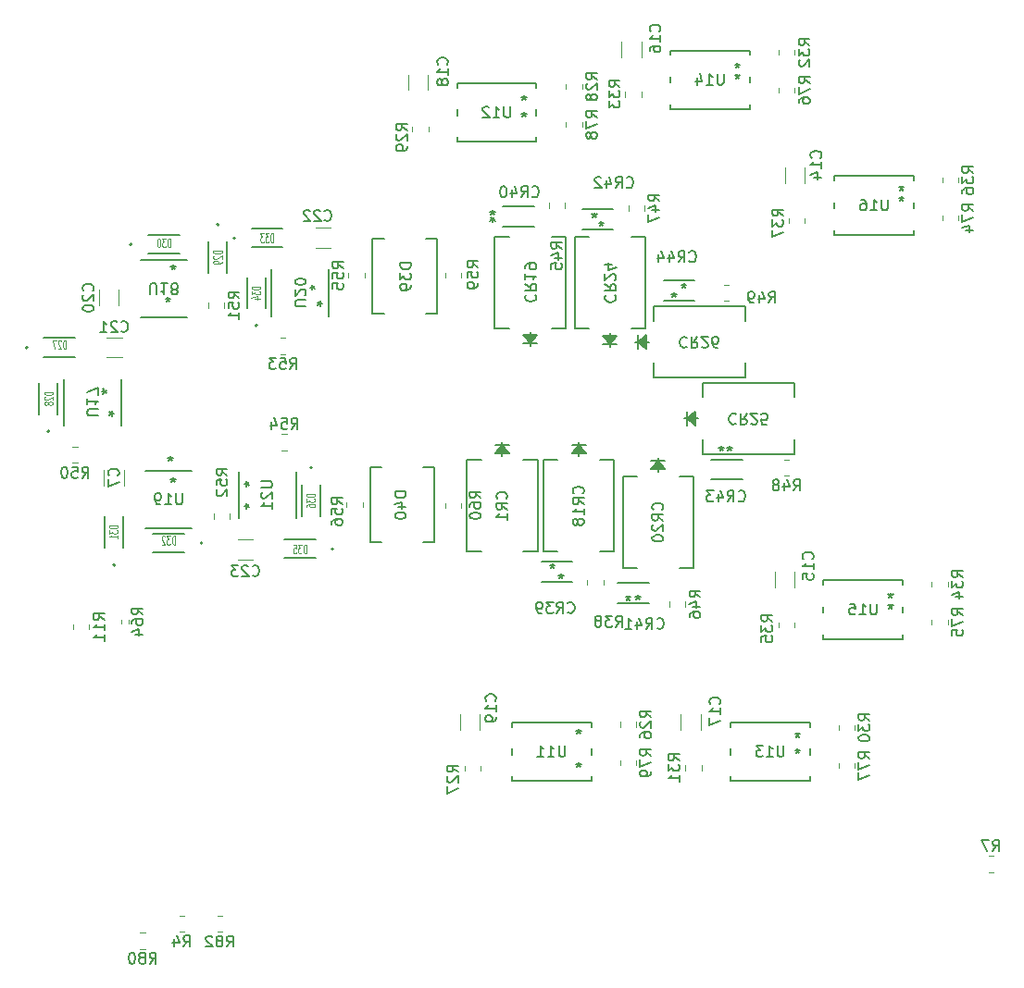
<source format=gbo>
%TF.GenerationSoftware,KiCad,Pcbnew,8.0.1*%
%TF.CreationDate,2024-04-16T18:19:40-05:00*%
%TF.ProjectId,Backplane,4261636b-706c-4616-9e65-2e6b69636164,rev?*%
%TF.SameCoordinates,Original*%
%TF.FileFunction,Legend,Bot*%
%TF.FilePolarity,Positive*%
%FSLAX46Y46*%
G04 Gerber Fmt 4.6, Leading zero omitted, Abs format (unit mm)*
G04 Created by KiCad (PCBNEW 8.0.1) date 2024-04-16 18:19:40*
%MOMM*%
%LPD*%
G01*
G04 APERTURE LIST*
%ADD10C,0.150000*%
%ADD11C,0.120200*%
%ADD12C,0.152400*%
%ADD13C,0.120000*%
%ADD14C,0.127000*%
%ADD15C,0.200000*%
G04 APERTURE END LIST*
D10*
X197738095Y-59354818D02*
X197738095Y-60164341D01*
X197738095Y-60164341D02*
X197690476Y-60259579D01*
X197690476Y-60259579D02*
X197642857Y-60307199D01*
X197642857Y-60307199D02*
X197547619Y-60354818D01*
X197547619Y-60354818D02*
X197357143Y-60354818D01*
X197357143Y-60354818D02*
X197261905Y-60307199D01*
X197261905Y-60307199D02*
X197214286Y-60259579D01*
X197214286Y-60259579D02*
X197166667Y-60164341D01*
X197166667Y-60164341D02*
X197166667Y-59354818D01*
X196166667Y-60354818D02*
X196738095Y-60354818D01*
X196452381Y-60354818D02*
X196452381Y-59354818D01*
X196452381Y-59354818D02*
X196547619Y-59497675D01*
X196547619Y-59497675D02*
X196642857Y-59592913D01*
X196642857Y-59592913D02*
X196738095Y-59640532D01*
X195785714Y-59450056D02*
X195738095Y-59402437D01*
X195738095Y-59402437D02*
X195642857Y-59354818D01*
X195642857Y-59354818D02*
X195404762Y-59354818D01*
X195404762Y-59354818D02*
X195309524Y-59402437D01*
X195309524Y-59402437D02*
X195261905Y-59450056D01*
X195261905Y-59450056D02*
X195214286Y-59545294D01*
X195214286Y-59545294D02*
X195214286Y-59640532D01*
X195214286Y-59640532D02*
X195261905Y-59783389D01*
X195261905Y-59783389D02*
X195833333Y-60354818D01*
X195833333Y-60354818D02*
X195214286Y-60354818D01*
X199000000Y-59854818D02*
X199000000Y-60092913D01*
X199238095Y-59997675D02*
X199000000Y-60092913D01*
X199000000Y-60092913D02*
X198761905Y-59997675D01*
X199142857Y-60283389D02*
X199000000Y-60092913D01*
X199000000Y-60092913D02*
X198857143Y-60283389D01*
X199000000Y-58354818D02*
X199000000Y-58592913D01*
X199238095Y-58497675D02*
X199000000Y-58592913D01*
X199000000Y-58592913D02*
X198761905Y-58497675D01*
X199142857Y-58783389D02*
X199000000Y-58592913D01*
X199000000Y-58592913D02*
X198857143Y-58783389D01*
X240067917Y-68899641D02*
X239591726Y-68566308D01*
X240067917Y-68328213D02*
X239067917Y-68328213D01*
X239067917Y-68328213D02*
X239067917Y-68709165D01*
X239067917Y-68709165D02*
X239115536Y-68804403D01*
X239115536Y-68804403D02*
X239163155Y-68852022D01*
X239163155Y-68852022D02*
X239258393Y-68899641D01*
X239258393Y-68899641D02*
X239401250Y-68899641D01*
X239401250Y-68899641D02*
X239496488Y-68852022D01*
X239496488Y-68852022D02*
X239544107Y-68804403D01*
X239544107Y-68804403D02*
X239591726Y-68709165D01*
X239591726Y-68709165D02*
X239591726Y-68328213D01*
X239067917Y-69232975D02*
X239067917Y-69899641D01*
X239067917Y-69899641D02*
X240067917Y-69471070D01*
X239401250Y-70709165D02*
X240067917Y-70709165D01*
X239020298Y-70471070D02*
X239734583Y-70232975D01*
X239734583Y-70232975D02*
X239734583Y-70852022D01*
X221376108Y-77297786D02*
X221709441Y-76821595D01*
X221947536Y-77297786D02*
X221947536Y-76297786D01*
X221947536Y-76297786D02*
X221566584Y-76297786D01*
X221566584Y-76297786D02*
X221471346Y-76345405D01*
X221471346Y-76345405D02*
X221423727Y-76393024D01*
X221423727Y-76393024D02*
X221376108Y-76488262D01*
X221376108Y-76488262D02*
X221376108Y-76631119D01*
X221376108Y-76631119D02*
X221423727Y-76726357D01*
X221423727Y-76726357D02*
X221471346Y-76773976D01*
X221471346Y-76773976D02*
X221566584Y-76821595D01*
X221566584Y-76821595D02*
X221947536Y-76821595D01*
X220518965Y-76631119D02*
X220518965Y-77297786D01*
X220757060Y-76250167D02*
X220995155Y-76964452D01*
X220995155Y-76964452D02*
X220376108Y-76964452D01*
X219947536Y-77297786D02*
X219757060Y-77297786D01*
X219757060Y-77297786D02*
X219661822Y-77250167D01*
X219661822Y-77250167D02*
X219614203Y-77202547D01*
X219614203Y-77202547D02*
X219518965Y-77059690D01*
X219518965Y-77059690D02*
X219471346Y-76869214D01*
X219471346Y-76869214D02*
X219471346Y-76488262D01*
X219471346Y-76488262D02*
X219518965Y-76393024D01*
X219518965Y-76393024D02*
X219566584Y-76345405D01*
X219566584Y-76345405D02*
X219661822Y-76297786D01*
X219661822Y-76297786D02*
X219852298Y-76297786D01*
X219852298Y-76297786D02*
X219947536Y-76345405D01*
X219947536Y-76345405D02*
X219995155Y-76393024D01*
X219995155Y-76393024D02*
X220042774Y-76488262D01*
X220042774Y-76488262D02*
X220042774Y-76726357D01*
X220042774Y-76726357D02*
X219995155Y-76821595D01*
X219995155Y-76821595D02*
X219947536Y-76869214D01*
X219947536Y-76869214D02*
X219852298Y-76916833D01*
X219852298Y-76916833D02*
X219661822Y-76916833D01*
X219661822Y-76916833D02*
X219566584Y-76869214D01*
X219566584Y-76869214D02*
X219518965Y-76821595D01*
X219518965Y-76821595D02*
X219471346Y-76726357D01*
X188180223Y-94600111D02*
X187180223Y-94600111D01*
X187180223Y-94600111D02*
X187180223Y-94838206D01*
X187180223Y-94838206D02*
X187227842Y-94981063D01*
X187227842Y-94981063D02*
X187323080Y-95076301D01*
X187323080Y-95076301D02*
X187418318Y-95123920D01*
X187418318Y-95123920D02*
X187608794Y-95171539D01*
X187608794Y-95171539D02*
X187751651Y-95171539D01*
X187751651Y-95171539D02*
X187942127Y-95123920D01*
X187942127Y-95123920D02*
X188037365Y-95076301D01*
X188037365Y-95076301D02*
X188132604Y-94981063D01*
X188132604Y-94981063D02*
X188180223Y-94838206D01*
X188180223Y-94838206D02*
X188180223Y-94600111D01*
X187513556Y-96028682D02*
X188180223Y-96028682D01*
X187132604Y-95790587D02*
X187846889Y-95552492D01*
X187846889Y-95552492D02*
X187846889Y-96171539D01*
X187180223Y-96742968D02*
X187180223Y-96838206D01*
X187180223Y-96838206D02*
X187227842Y-96933444D01*
X187227842Y-96933444D02*
X187275461Y-96981063D01*
X187275461Y-96981063D02*
X187370699Y-97028682D01*
X187370699Y-97028682D02*
X187561175Y-97076301D01*
X187561175Y-97076301D02*
X187799270Y-97076301D01*
X187799270Y-97076301D02*
X187989746Y-97028682D01*
X187989746Y-97028682D02*
X188084984Y-96981063D01*
X188084984Y-96981063D02*
X188132604Y-96933444D01*
X188132604Y-96933444D02*
X188180223Y-96838206D01*
X188180223Y-96838206D02*
X188180223Y-96742968D01*
X188180223Y-96742968D02*
X188132604Y-96647730D01*
X188132604Y-96647730D02*
X188084984Y-96600111D01*
X188084984Y-96600111D02*
X187989746Y-96552492D01*
X187989746Y-96552492D02*
X187799270Y-96504873D01*
X187799270Y-96504873D02*
X187561175Y-96504873D01*
X187561175Y-96504873D02*
X187370699Y-96552492D01*
X187370699Y-96552492D02*
X187275461Y-96600111D01*
X187275461Y-96600111D02*
X187227842Y-96647730D01*
X187227842Y-96647730D02*
X187180223Y-96742968D01*
X225359581Y-100757141D02*
X225407201Y-100709522D01*
X225407201Y-100709522D02*
X225454820Y-100566665D01*
X225454820Y-100566665D02*
X225454820Y-100471427D01*
X225454820Y-100471427D02*
X225407201Y-100328570D01*
X225407201Y-100328570D02*
X225311962Y-100233332D01*
X225311962Y-100233332D02*
X225216724Y-100185713D01*
X225216724Y-100185713D02*
X225026248Y-100138094D01*
X225026248Y-100138094D02*
X224883391Y-100138094D01*
X224883391Y-100138094D02*
X224692915Y-100185713D01*
X224692915Y-100185713D02*
X224597677Y-100233332D01*
X224597677Y-100233332D02*
X224502439Y-100328570D01*
X224502439Y-100328570D02*
X224454820Y-100471427D01*
X224454820Y-100471427D02*
X224454820Y-100566665D01*
X224454820Y-100566665D02*
X224502439Y-100709522D01*
X224502439Y-100709522D02*
X224550058Y-100757141D01*
X225454820Y-101709522D02*
X225454820Y-101138094D01*
X225454820Y-101423808D02*
X224454820Y-101423808D01*
X224454820Y-101423808D02*
X224597677Y-101328570D01*
X224597677Y-101328570D02*
X224692915Y-101233332D01*
X224692915Y-101233332D02*
X224740534Y-101138094D01*
X224454820Y-102614284D02*
X224454820Y-102138094D01*
X224454820Y-102138094D02*
X224931010Y-102090475D01*
X224931010Y-102090475D02*
X224883391Y-102138094D01*
X224883391Y-102138094D02*
X224835772Y-102233332D01*
X224835772Y-102233332D02*
X224835772Y-102471427D01*
X224835772Y-102471427D02*
X224883391Y-102566665D01*
X224883391Y-102566665D02*
X224931010Y-102614284D01*
X224931010Y-102614284D02*
X225026248Y-102661903D01*
X225026248Y-102661903D02*
X225264343Y-102661903D01*
X225264343Y-102661903D02*
X225359581Y-102614284D01*
X225359581Y-102614284D02*
X225407201Y-102566665D01*
X225407201Y-102566665D02*
X225454820Y-102471427D01*
X225454820Y-102471427D02*
X225454820Y-102233332D01*
X225454820Y-102233332D02*
X225407201Y-102138094D01*
X225407201Y-102138094D02*
X225359581Y-102090475D01*
X158577885Y-93349479D02*
X158911218Y-92873288D01*
X159149313Y-93349479D02*
X159149313Y-92349479D01*
X159149313Y-92349479D02*
X158768361Y-92349479D01*
X158768361Y-92349479D02*
X158673123Y-92397098D01*
X158673123Y-92397098D02*
X158625504Y-92444717D01*
X158625504Y-92444717D02*
X158577885Y-92539955D01*
X158577885Y-92539955D02*
X158577885Y-92682812D01*
X158577885Y-92682812D02*
X158625504Y-92778050D01*
X158625504Y-92778050D02*
X158673123Y-92825669D01*
X158673123Y-92825669D02*
X158768361Y-92873288D01*
X158768361Y-92873288D02*
X159149313Y-92873288D01*
X157673123Y-92349479D02*
X158149313Y-92349479D01*
X158149313Y-92349479D02*
X158196932Y-92825669D01*
X158196932Y-92825669D02*
X158149313Y-92778050D01*
X158149313Y-92778050D02*
X158054075Y-92730431D01*
X158054075Y-92730431D02*
X157815980Y-92730431D01*
X157815980Y-92730431D02*
X157720742Y-92778050D01*
X157720742Y-92778050D02*
X157673123Y-92825669D01*
X157673123Y-92825669D02*
X157625504Y-92920907D01*
X157625504Y-92920907D02*
X157625504Y-93159002D01*
X157625504Y-93159002D02*
X157673123Y-93254240D01*
X157673123Y-93254240D02*
X157720742Y-93301860D01*
X157720742Y-93301860D02*
X157815980Y-93349479D01*
X157815980Y-93349479D02*
X158054075Y-93349479D01*
X158054075Y-93349479D02*
X158149313Y-93301860D01*
X158149313Y-93301860D02*
X158196932Y-93254240D01*
X157006456Y-92349479D02*
X156911218Y-92349479D01*
X156911218Y-92349479D02*
X156815980Y-92397098D01*
X156815980Y-92397098D02*
X156768361Y-92444717D01*
X156768361Y-92444717D02*
X156720742Y-92539955D01*
X156720742Y-92539955D02*
X156673123Y-92730431D01*
X156673123Y-92730431D02*
X156673123Y-92968526D01*
X156673123Y-92968526D02*
X156720742Y-93159002D01*
X156720742Y-93159002D02*
X156768361Y-93254240D01*
X156768361Y-93254240D02*
X156815980Y-93301860D01*
X156815980Y-93301860D02*
X156911218Y-93349479D01*
X156911218Y-93349479D02*
X157006456Y-93349479D01*
X157006456Y-93349479D02*
X157101694Y-93301860D01*
X157101694Y-93301860D02*
X157149313Y-93254240D01*
X157149313Y-93254240D02*
X157196932Y-93159002D01*
X157196932Y-93159002D02*
X157244551Y-92968526D01*
X157244551Y-92968526D02*
X157244551Y-92730431D01*
X157244551Y-92730431D02*
X157196932Y-92539955D01*
X157196932Y-92539955D02*
X157149313Y-92444717D01*
X157149313Y-92444717D02*
X157101694Y-92397098D01*
X157101694Y-92397098D02*
X157006456Y-92349479D01*
X239114272Y-105907186D02*
X238638081Y-105573853D01*
X239114272Y-105335758D02*
X238114272Y-105335758D01*
X238114272Y-105335758D02*
X238114272Y-105716710D01*
X238114272Y-105716710D02*
X238161891Y-105811948D01*
X238161891Y-105811948D02*
X238209510Y-105859567D01*
X238209510Y-105859567D02*
X238304748Y-105907186D01*
X238304748Y-105907186D02*
X238447605Y-105907186D01*
X238447605Y-105907186D02*
X238542843Y-105859567D01*
X238542843Y-105859567D02*
X238590462Y-105811948D01*
X238590462Y-105811948D02*
X238638081Y-105716710D01*
X238638081Y-105716710D02*
X238638081Y-105335758D01*
X238114272Y-106240520D02*
X238114272Y-106907186D01*
X238114272Y-106907186D02*
X239114272Y-106478615D01*
X238114272Y-107764329D02*
X238114272Y-107288139D01*
X238114272Y-107288139D02*
X238590462Y-107240520D01*
X238590462Y-107240520D02*
X238542843Y-107288139D01*
X238542843Y-107288139D02*
X238495224Y-107383377D01*
X238495224Y-107383377D02*
X238495224Y-107621472D01*
X238495224Y-107621472D02*
X238542843Y-107716710D01*
X238542843Y-107716710D02*
X238590462Y-107764329D01*
X238590462Y-107764329D02*
X238685700Y-107811948D01*
X238685700Y-107811948D02*
X238923795Y-107811948D01*
X238923795Y-107811948D02*
X239019033Y-107764329D01*
X239019033Y-107764329D02*
X239066653Y-107716710D01*
X239066653Y-107716710D02*
X239114272Y-107621472D01*
X239114272Y-107621472D02*
X239114272Y-107383377D01*
X239114272Y-107383377D02*
X239066653Y-107288139D01*
X239066653Y-107288139D02*
X239019033Y-107240520D01*
D11*
X174863845Y-75816170D02*
X174063845Y-75816170D01*
X174063845Y-75816170D02*
X174063845Y-75930646D01*
X174063845Y-75930646D02*
X174101940Y-75999332D01*
X174101940Y-75999332D02*
X174178130Y-76045122D01*
X174178130Y-76045122D02*
X174254321Y-76068017D01*
X174254321Y-76068017D02*
X174406702Y-76090913D01*
X174406702Y-76090913D02*
X174520988Y-76090913D01*
X174520988Y-76090913D02*
X174673369Y-76068017D01*
X174673369Y-76068017D02*
X174749559Y-76045122D01*
X174749559Y-76045122D02*
X174825750Y-75999332D01*
X174825750Y-75999332D02*
X174863845Y-75930646D01*
X174863845Y-75930646D02*
X174863845Y-75816170D01*
X174063845Y-76251179D02*
X174063845Y-76548817D01*
X174063845Y-76548817D02*
X174368607Y-76388551D01*
X174368607Y-76388551D02*
X174368607Y-76457236D01*
X174368607Y-76457236D02*
X174406702Y-76503027D01*
X174406702Y-76503027D02*
X174444797Y-76525922D01*
X174444797Y-76525922D02*
X174520988Y-76548817D01*
X174520988Y-76548817D02*
X174711464Y-76548817D01*
X174711464Y-76548817D02*
X174787654Y-76525922D01*
X174787654Y-76525922D02*
X174825750Y-76503027D01*
X174825750Y-76503027D02*
X174863845Y-76457236D01*
X174863845Y-76457236D02*
X174863845Y-76319865D01*
X174863845Y-76319865D02*
X174825750Y-76274074D01*
X174825750Y-76274074D02*
X174787654Y-76251179D01*
X174330511Y-76960932D02*
X174863845Y-76960932D01*
X174025750Y-76846456D02*
X174597178Y-76731979D01*
X174597178Y-76731979D02*
X174597178Y-77029618D01*
D10*
X160045181Y-87638093D02*
X159235658Y-87638093D01*
X159235658Y-87638093D02*
X159140420Y-87590474D01*
X159140420Y-87590474D02*
X159092801Y-87542855D01*
X159092801Y-87542855D02*
X159045181Y-87447617D01*
X159045181Y-87447617D02*
X159045181Y-87257141D01*
X159045181Y-87257141D02*
X159092801Y-87161903D01*
X159092801Y-87161903D02*
X159140420Y-87114284D01*
X159140420Y-87114284D02*
X159235658Y-87066665D01*
X159235658Y-87066665D02*
X160045181Y-87066665D01*
X159045181Y-86066665D02*
X159045181Y-86638093D01*
X159045181Y-86352379D02*
X160045181Y-86352379D01*
X160045181Y-86352379D02*
X159902324Y-86447617D01*
X159902324Y-86447617D02*
X159807086Y-86542855D01*
X159807086Y-86542855D02*
X159759467Y-86638093D01*
X160045181Y-85733331D02*
X160045181Y-85066665D01*
X160045181Y-85066665D02*
X159045181Y-85495236D01*
X161450181Y-87436198D02*
X161212086Y-87436198D01*
X161307324Y-87674293D02*
X161212086Y-87436198D01*
X161212086Y-87436198D02*
X161307324Y-87198103D01*
X161021610Y-87579055D02*
X161212086Y-87436198D01*
X161212086Y-87436198D02*
X161021610Y-87293341D01*
X160359820Y-85436199D02*
X160597915Y-85436199D01*
X160502677Y-85198104D02*
X160597915Y-85436199D01*
X160597915Y-85436199D02*
X160502677Y-85674294D01*
X160788391Y-85293342D02*
X160597915Y-85436199D01*
X160597915Y-85436199D02*
X160788391Y-85579056D01*
D11*
X171356091Y-72563267D02*
X170556091Y-72563267D01*
X170556091Y-72563267D02*
X170556091Y-72677743D01*
X170556091Y-72677743D02*
X170594186Y-72746429D01*
X170594186Y-72746429D02*
X170670376Y-72792219D01*
X170670376Y-72792219D02*
X170746567Y-72815114D01*
X170746567Y-72815114D02*
X170898948Y-72838010D01*
X170898948Y-72838010D02*
X171013234Y-72838010D01*
X171013234Y-72838010D02*
X171165615Y-72815114D01*
X171165615Y-72815114D02*
X171241805Y-72792219D01*
X171241805Y-72792219D02*
X171317996Y-72746429D01*
X171317996Y-72746429D02*
X171356091Y-72677743D01*
X171356091Y-72677743D02*
X171356091Y-72563267D01*
X170632281Y-73021171D02*
X170594186Y-73044067D01*
X170594186Y-73044067D02*
X170556091Y-73089857D01*
X170556091Y-73089857D02*
X170556091Y-73204333D01*
X170556091Y-73204333D02*
X170594186Y-73250124D01*
X170594186Y-73250124D02*
X170632281Y-73273019D01*
X170632281Y-73273019D02*
X170708472Y-73295914D01*
X170708472Y-73295914D02*
X170784662Y-73295914D01*
X170784662Y-73295914D02*
X170898948Y-73273019D01*
X170898948Y-73273019D02*
X171356091Y-72998276D01*
X171356091Y-72998276D02*
X171356091Y-73295914D01*
X171356091Y-73524867D02*
X171356091Y-73616448D01*
X171356091Y-73616448D02*
X171317996Y-73662238D01*
X171317996Y-73662238D02*
X171279900Y-73685134D01*
X171279900Y-73685134D02*
X171165615Y-73730924D01*
X171165615Y-73730924D02*
X171013234Y-73753819D01*
X171013234Y-73753819D02*
X170708472Y-73753819D01*
X170708472Y-73753819D02*
X170632281Y-73730924D01*
X170632281Y-73730924D02*
X170594186Y-73708029D01*
X170594186Y-73708029D02*
X170556091Y-73662238D01*
X170556091Y-73662238D02*
X170556091Y-73570657D01*
X170556091Y-73570657D02*
X170594186Y-73524867D01*
X170594186Y-73524867D02*
X170632281Y-73501972D01*
X170632281Y-73501972D02*
X170708472Y-73479076D01*
X170708472Y-73479076D02*
X170898948Y-73479076D01*
X170898948Y-73479076D02*
X170975138Y-73501972D01*
X170975138Y-73501972D02*
X171013234Y-73524867D01*
X171013234Y-73524867D02*
X171051329Y-73570657D01*
X171051329Y-73570657D02*
X171051329Y-73662238D01*
X171051329Y-73662238D02*
X171013234Y-73708029D01*
X171013234Y-73708029D02*
X170975138Y-73730924D01*
X170975138Y-73730924D02*
X170898948Y-73753819D01*
D10*
X225104820Y-53757141D02*
X224628629Y-53423808D01*
X225104820Y-53185713D02*
X224104820Y-53185713D01*
X224104820Y-53185713D02*
X224104820Y-53566665D01*
X224104820Y-53566665D02*
X224152439Y-53661903D01*
X224152439Y-53661903D02*
X224200058Y-53709522D01*
X224200058Y-53709522D02*
X224295296Y-53757141D01*
X224295296Y-53757141D02*
X224438153Y-53757141D01*
X224438153Y-53757141D02*
X224533391Y-53709522D01*
X224533391Y-53709522D02*
X224581010Y-53661903D01*
X224581010Y-53661903D02*
X224628629Y-53566665D01*
X224628629Y-53566665D02*
X224628629Y-53185713D01*
X224104820Y-54090475D02*
X224104820Y-54709522D01*
X224104820Y-54709522D02*
X224485772Y-54376189D01*
X224485772Y-54376189D02*
X224485772Y-54519046D01*
X224485772Y-54519046D02*
X224533391Y-54614284D01*
X224533391Y-54614284D02*
X224581010Y-54661903D01*
X224581010Y-54661903D02*
X224676248Y-54709522D01*
X224676248Y-54709522D02*
X224914343Y-54709522D01*
X224914343Y-54709522D02*
X225009581Y-54661903D01*
X225009581Y-54661903D02*
X225057201Y-54614284D01*
X225057201Y-54614284D02*
X225104820Y-54519046D01*
X225104820Y-54519046D02*
X225104820Y-54233332D01*
X225104820Y-54233332D02*
X225057201Y-54138094D01*
X225057201Y-54138094D02*
X225009581Y-54090475D01*
X224200058Y-55090475D02*
X224152439Y-55138094D01*
X224152439Y-55138094D02*
X224104820Y-55233332D01*
X224104820Y-55233332D02*
X224104820Y-55471427D01*
X224104820Y-55471427D02*
X224152439Y-55566665D01*
X224152439Y-55566665D02*
X224200058Y-55614284D01*
X224200058Y-55614284D02*
X224295296Y-55661903D01*
X224295296Y-55661903D02*
X224390534Y-55661903D01*
X224390534Y-55661903D02*
X224533391Y-55614284D01*
X224533391Y-55614284D02*
X225104820Y-55042856D01*
X225104820Y-55042856D02*
X225104820Y-55661903D01*
X221699555Y-106473972D02*
X221223364Y-106140639D01*
X221699555Y-105902544D02*
X220699555Y-105902544D01*
X220699555Y-105902544D02*
X220699555Y-106283496D01*
X220699555Y-106283496D02*
X220747174Y-106378734D01*
X220747174Y-106378734D02*
X220794793Y-106426353D01*
X220794793Y-106426353D02*
X220890031Y-106473972D01*
X220890031Y-106473972D02*
X221032888Y-106473972D01*
X221032888Y-106473972D02*
X221128126Y-106426353D01*
X221128126Y-106426353D02*
X221175745Y-106378734D01*
X221175745Y-106378734D02*
X221223364Y-106283496D01*
X221223364Y-106283496D02*
X221223364Y-105902544D01*
X220699555Y-106807306D02*
X220699555Y-107426353D01*
X220699555Y-107426353D02*
X221080507Y-107093020D01*
X221080507Y-107093020D02*
X221080507Y-107235877D01*
X221080507Y-107235877D02*
X221128126Y-107331115D01*
X221128126Y-107331115D02*
X221175745Y-107378734D01*
X221175745Y-107378734D02*
X221270983Y-107426353D01*
X221270983Y-107426353D02*
X221509078Y-107426353D01*
X221509078Y-107426353D02*
X221604316Y-107378734D01*
X221604316Y-107378734D02*
X221651936Y-107331115D01*
X221651936Y-107331115D02*
X221699555Y-107235877D01*
X221699555Y-107235877D02*
X221699555Y-106950163D01*
X221699555Y-106950163D02*
X221651936Y-106854925D01*
X221651936Y-106854925D02*
X221604316Y-106807306D01*
X220699555Y-108331115D02*
X220699555Y-107854925D01*
X220699555Y-107854925D02*
X221175745Y-107807306D01*
X221175745Y-107807306D02*
X221128126Y-107854925D01*
X221128126Y-107854925D02*
X221080507Y-107950163D01*
X221080507Y-107950163D02*
X221080507Y-108188258D01*
X221080507Y-108188258D02*
X221128126Y-108283496D01*
X221128126Y-108283496D02*
X221175745Y-108331115D01*
X221175745Y-108331115D02*
X221270983Y-108378734D01*
X221270983Y-108378734D02*
X221509078Y-108378734D01*
X221509078Y-108378734D02*
X221604316Y-108331115D01*
X221604316Y-108331115D02*
X221651936Y-108283496D01*
X221651936Y-108283496D02*
X221699555Y-108188258D01*
X221699555Y-108188258D02*
X221699555Y-107950163D01*
X221699555Y-107950163D02*
X221651936Y-107854925D01*
X221651936Y-107854925D02*
X221604316Y-107807306D01*
X232238095Y-67854818D02*
X232238095Y-68664341D01*
X232238095Y-68664341D02*
X232190476Y-68759579D01*
X232190476Y-68759579D02*
X232142857Y-68807199D01*
X232142857Y-68807199D02*
X232047619Y-68854818D01*
X232047619Y-68854818D02*
X231857143Y-68854818D01*
X231857143Y-68854818D02*
X231761905Y-68807199D01*
X231761905Y-68807199D02*
X231714286Y-68759579D01*
X231714286Y-68759579D02*
X231666667Y-68664341D01*
X231666667Y-68664341D02*
X231666667Y-67854818D01*
X230666667Y-68854818D02*
X231238095Y-68854818D01*
X230952381Y-68854818D02*
X230952381Y-67854818D01*
X230952381Y-67854818D02*
X231047619Y-67997675D01*
X231047619Y-67997675D02*
X231142857Y-68092913D01*
X231142857Y-68092913D02*
X231238095Y-68140532D01*
X229809524Y-67854818D02*
X230000000Y-67854818D01*
X230000000Y-67854818D02*
X230095238Y-67902437D01*
X230095238Y-67902437D02*
X230142857Y-67950056D01*
X230142857Y-67950056D02*
X230238095Y-68092913D01*
X230238095Y-68092913D02*
X230285714Y-68283389D01*
X230285714Y-68283389D02*
X230285714Y-68664341D01*
X230285714Y-68664341D02*
X230238095Y-68759579D01*
X230238095Y-68759579D02*
X230190476Y-68807199D01*
X230190476Y-68807199D02*
X230095238Y-68854818D01*
X230095238Y-68854818D02*
X229904762Y-68854818D01*
X229904762Y-68854818D02*
X229809524Y-68807199D01*
X229809524Y-68807199D02*
X229761905Y-68759579D01*
X229761905Y-68759579D02*
X229714286Y-68664341D01*
X229714286Y-68664341D02*
X229714286Y-68426246D01*
X229714286Y-68426246D02*
X229761905Y-68331008D01*
X229761905Y-68331008D02*
X229809524Y-68283389D01*
X229809524Y-68283389D02*
X229904762Y-68235770D01*
X229904762Y-68235770D02*
X230095238Y-68235770D01*
X230095238Y-68235770D02*
X230190476Y-68283389D01*
X230190476Y-68283389D02*
X230238095Y-68331008D01*
X230238095Y-68331008D02*
X230285714Y-68426246D01*
X233500000Y-66584818D02*
X233500000Y-66822913D01*
X233738095Y-66727675D02*
X233500000Y-66822913D01*
X233500000Y-66822913D02*
X233261905Y-66727675D01*
X233642857Y-67013389D02*
X233500000Y-66822913D01*
X233500000Y-66822913D02*
X233357143Y-67013389D01*
X233500000Y-67584818D02*
X233500000Y-67822913D01*
X233738095Y-67727675D02*
X233500000Y-67822913D01*
X233500000Y-67822913D02*
X233261905Y-67727675D01*
X233642857Y-68013389D02*
X233500000Y-67822913D01*
X233500000Y-67822913D02*
X233357143Y-68013389D01*
X207385781Y-106971358D02*
X207719114Y-106495167D01*
X207957209Y-106971358D02*
X207957209Y-105971358D01*
X207957209Y-105971358D02*
X207576257Y-105971358D01*
X207576257Y-105971358D02*
X207481019Y-106018977D01*
X207481019Y-106018977D02*
X207433400Y-106066596D01*
X207433400Y-106066596D02*
X207385781Y-106161834D01*
X207385781Y-106161834D02*
X207385781Y-106304691D01*
X207385781Y-106304691D02*
X207433400Y-106399929D01*
X207433400Y-106399929D02*
X207481019Y-106447548D01*
X207481019Y-106447548D02*
X207576257Y-106495167D01*
X207576257Y-106495167D02*
X207957209Y-106495167D01*
X207052447Y-105971358D02*
X206433400Y-105971358D01*
X206433400Y-105971358D02*
X206766733Y-106352310D01*
X206766733Y-106352310D02*
X206623876Y-106352310D01*
X206623876Y-106352310D02*
X206528638Y-106399929D01*
X206528638Y-106399929D02*
X206481019Y-106447548D01*
X206481019Y-106447548D02*
X206433400Y-106542786D01*
X206433400Y-106542786D02*
X206433400Y-106780881D01*
X206433400Y-106780881D02*
X206481019Y-106876119D01*
X206481019Y-106876119D02*
X206528638Y-106923739D01*
X206528638Y-106923739D02*
X206623876Y-106971358D01*
X206623876Y-106971358D02*
X206909590Y-106971358D01*
X206909590Y-106971358D02*
X207004828Y-106923739D01*
X207004828Y-106923739D02*
X207052447Y-106876119D01*
X205861971Y-106399929D02*
X205957209Y-106352310D01*
X205957209Y-106352310D02*
X206004828Y-106304691D01*
X206004828Y-106304691D02*
X206052447Y-106209453D01*
X206052447Y-106209453D02*
X206052447Y-106161834D01*
X206052447Y-106161834D02*
X206004828Y-106066596D01*
X206004828Y-106066596D02*
X205957209Y-106018977D01*
X205957209Y-106018977D02*
X205861971Y-105971358D01*
X205861971Y-105971358D02*
X205671495Y-105971358D01*
X205671495Y-105971358D02*
X205576257Y-106018977D01*
X205576257Y-106018977D02*
X205528638Y-106066596D01*
X205528638Y-106066596D02*
X205481019Y-106161834D01*
X205481019Y-106161834D02*
X205481019Y-106209453D01*
X205481019Y-106209453D02*
X205528638Y-106304691D01*
X205528638Y-106304691D02*
X205576257Y-106352310D01*
X205576257Y-106352310D02*
X205671495Y-106399929D01*
X205671495Y-106399929D02*
X205861971Y-106399929D01*
X205861971Y-106399929D02*
X205957209Y-106447548D01*
X205957209Y-106447548D02*
X206004828Y-106495167D01*
X206004828Y-106495167D02*
X206052447Y-106590405D01*
X206052447Y-106590405D02*
X206052447Y-106780881D01*
X206052447Y-106780881D02*
X206004828Y-106876119D01*
X206004828Y-106876119D02*
X205957209Y-106923739D01*
X205957209Y-106923739D02*
X205861971Y-106971358D01*
X205861971Y-106971358D02*
X205671495Y-106971358D01*
X205671495Y-106971358D02*
X205576257Y-106923739D01*
X205576257Y-106923739D02*
X205528638Y-106876119D01*
X205528638Y-106876119D02*
X205481019Y-106780881D01*
X205481019Y-106780881D02*
X205481019Y-106590405D01*
X205481019Y-106590405D02*
X205528638Y-106495167D01*
X205528638Y-106495167D02*
X205576257Y-106447548D01*
X205576257Y-106447548D02*
X205671495Y-106399929D01*
X223642858Y-94504818D02*
X223976191Y-94028627D01*
X224214286Y-94504818D02*
X224214286Y-93504818D01*
X224214286Y-93504818D02*
X223833334Y-93504818D01*
X223833334Y-93504818D02*
X223738096Y-93552437D01*
X223738096Y-93552437D02*
X223690477Y-93600056D01*
X223690477Y-93600056D02*
X223642858Y-93695294D01*
X223642858Y-93695294D02*
X223642858Y-93838151D01*
X223642858Y-93838151D02*
X223690477Y-93933389D01*
X223690477Y-93933389D02*
X223738096Y-93981008D01*
X223738096Y-93981008D02*
X223833334Y-94028627D01*
X223833334Y-94028627D02*
X224214286Y-94028627D01*
X222785715Y-93838151D02*
X222785715Y-94504818D01*
X223023810Y-93457199D02*
X223261905Y-94171484D01*
X223261905Y-94171484D02*
X222642858Y-94171484D01*
X222119048Y-93933389D02*
X222214286Y-93885770D01*
X222214286Y-93885770D02*
X222261905Y-93838151D01*
X222261905Y-93838151D02*
X222309524Y-93742913D01*
X222309524Y-93742913D02*
X222309524Y-93695294D01*
X222309524Y-93695294D02*
X222261905Y-93600056D01*
X222261905Y-93600056D02*
X222214286Y-93552437D01*
X222214286Y-93552437D02*
X222119048Y-93504818D01*
X222119048Y-93504818D02*
X221928572Y-93504818D01*
X221928572Y-93504818D02*
X221833334Y-93552437D01*
X221833334Y-93552437D02*
X221785715Y-93600056D01*
X221785715Y-93600056D02*
X221738096Y-93695294D01*
X221738096Y-93695294D02*
X221738096Y-93742913D01*
X221738096Y-93742913D02*
X221785715Y-93838151D01*
X221785715Y-93838151D02*
X221833334Y-93885770D01*
X221833334Y-93885770D02*
X221928572Y-93933389D01*
X221928572Y-93933389D02*
X222119048Y-93933389D01*
X222119048Y-93933389D02*
X222214286Y-93981008D01*
X222214286Y-93981008D02*
X222261905Y-94028627D01*
X222261905Y-94028627D02*
X222309524Y-94123865D01*
X222309524Y-94123865D02*
X222309524Y-94314341D01*
X222309524Y-94314341D02*
X222261905Y-94409579D01*
X222261905Y-94409579D02*
X222214286Y-94457199D01*
X222214286Y-94457199D02*
X222119048Y-94504818D01*
X222119048Y-94504818D02*
X221928572Y-94504818D01*
X221928572Y-94504818D02*
X221833334Y-94457199D01*
X221833334Y-94457199D02*
X221785715Y-94409579D01*
X221785715Y-94409579D02*
X221738096Y-94314341D01*
X221738096Y-94314341D02*
X221738096Y-94123865D01*
X221738096Y-94123865D02*
X221785715Y-94028627D01*
X221785715Y-94028627D02*
X221833334Y-93981008D01*
X221833334Y-93981008D02*
X221928572Y-93933389D01*
X202454819Y-72357142D02*
X201978628Y-72023809D01*
X202454819Y-71785714D02*
X201454819Y-71785714D01*
X201454819Y-71785714D02*
X201454819Y-72166666D01*
X201454819Y-72166666D02*
X201502438Y-72261904D01*
X201502438Y-72261904D02*
X201550057Y-72309523D01*
X201550057Y-72309523D02*
X201645295Y-72357142D01*
X201645295Y-72357142D02*
X201788152Y-72357142D01*
X201788152Y-72357142D02*
X201883390Y-72309523D01*
X201883390Y-72309523D02*
X201931009Y-72261904D01*
X201931009Y-72261904D02*
X201978628Y-72166666D01*
X201978628Y-72166666D02*
X201978628Y-71785714D01*
X201788152Y-73214285D02*
X202454819Y-73214285D01*
X201407200Y-72976190D02*
X202121485Y-72738095D01*
X202121485Y-72738095D02*
X202121485Y-73357142D01*
X201454819Y-74214285D02*
X201454819Y-73738095D01*
X201454819Y-73738095D02*
X201931009Y-73690476D01*
X201931009Y-73690476D02*
X201883390Y-73738095D01*
X201883390Y-73738095D02*
X201835771Y-73833333D01*
X201835771Y-73833333D02*
X201835771Y-74071428D01*
X201835771Y-74071428D02*
X201883390Y-74166666D01*
X201883390Y-74166666D02*
X201931009Y-74214285D01*
X201931009Y-74214285D02*
X202026247Y-74261904D01*
X202026247Y-74261904D02*
X202264342Y-74261904D01*
X202264342Y-74261904D02*
X202359580Y-74214285D01*
X202359580Y-74214285D02*
X202407200Y-74166666D01*
X202407200Y-74166666D02*
X202454819Y-74071428D01*
X202454819Y-74071428D02*
X202454819Y-73833333D01*
X202454819Y-73833333D02*
X202407200Y-73738095D01*
X202407200Y-73738095D02*
X202359580Y-73690476D01*
X211375144Y-68003599D02*
X210898953Y-67670266D01*
X211375144Y-67432171D02*
X210375144Y-67432171D01*
X210375144Y-67432171D02*
X210375144Y-67813123D01*
X210375144Y-67813123D02*
X210422763Y-67908361D01*
X210422763Y-67908361D02*
X210470382Y-67955980D01*
X210470382Y-67955980D02*
X210565620Y-68003599D01*
X210565620Y-68003599D02*
X210708477Y-68003599D01*
X210708477Y-68003599D02*
X210803715Y-67955980D01*
X210803715Y-67955980D02*
X210851334Y-67908361D01*
X210851334Y-67908361D02*
X210898953Y-67813123D01*
X210898953Y-67813123D02*
X210898953Y-67432171D01*
X210708477Y-68860742D02*
X211375144Y-68860742D01*
X210327525Y-68622647D02*
X211041810Y-68384552D01*
X211041810Y-68384552D02*
X211041810Y-69003599D01*
X210375144Y-69289314D02*
X210375144Y-69955980D01*
X210375144Y-69955980D02*
X211375144Y-69527409D01*
D11*
X155906745Y-85471570D02*
X155106745Y-85471570D01*
X155106745Y-85471570D02*
X155106745Y-85586046D01*
X155106745Y-85586046D02*
X155144840Y-85654732D01*
X155144840Y-85654732D02*
X155221030Y-85700522D01*
X155221030Y-85700522D02*
X155297221Y-85723417D01*
X155297221Y-85723417D02*
X155449602Y-85746313D01*
X155449602Y-85746313D02*
X155563888Y-85746313D01*
X155563888Y-85746313D02*
X155716269Y-85723417D01*
X155716269Y-85723417D02*
X155792459Y-85700522D01*
X155792459Y-85700522D02*
X155868650Y-85654732D01*
X155868650Y-85654732D02*
X155906745Y-85586046D01*
X155906745Y-85586046D02*
X155906745Y-85471570D01*
X155182935Y-85929474D02*
X155144840Y-85952370D01*
X155144840Y-85952370D02*
X155106745Y-85998160D01*
X155106745Y-85998160D02*
X155106745Y-86112636D01*
X155106745Y-86112636D02*
X155144840Y-86158427D01*
X155144840Y-86158427D02*
X155182935Y-86181322D01*
X155182935Y-86181322D02*
X155259126Y-86204217D01*
X155259126Y-86204217D02*
X155335316Y-86204217D01*
X155335316Y-86204217D02*
X155449602Y-86181322D01*
X155449602Y-86181322D02*
X155906745Y-85906579D01*
X155906745Y-85906579D02*
X155906745Y-86204217D01*
X155449602Y-86478960D02*
X155411507Y-86433170D01*
X155411507Y-86433170D02*
X155373411Y-86410275D01*
X155373411Y-86410275D02*
X155297221Y-86387379D01*
X155297221Y-86387379D02*
X155259126Y-86387379D01*
X155259126Y-86387379D02*
X155182935Y-86410275D01*
X155182935Y-86410275D02*
X155144840Y-86433170D01*
X155144840Y-86433170D02*
X155106745Y-86478960D01*
X155106745Y-86478960D02*
X155106745Y-86570541D01*
X155106745Y-86570541D02*
X155144840Y-86616332D01*
X155144840Y-86616332D02*
X155182935Y-86639227D01*
X155182935Y-86639227D02*
X155259126Y-86662122D01*
X155259126Y-86662122D02*
X155297221Y-86662122D01*
X155297221Y-86662122D02*
X155373411Y-86639227D01*
X155373411Y-86639227D02*
X155411507Y-86616332D01*
X155411507Y-86616332D02*
X155449602Y-86570541D01*
X155449602Y-86570541D02*
X155449602Y-86478960D01*
X155449602Y-86478960D02*
X155487697Y-86433170D01*
X155487697Y-86433170D02*
X155525792Y-86410275D01*
X155525792Y-86410275D02*
X155601983Y-86387379D01*
X155601983Y-86387379D02*
X155754364Y-86387379D01*
X155754364Y-86387379D02*
X155830554Y-86410275D01*
X155830554Y-86410275D02*
X155868650Y-86433170D01*
X155868650Y-86433170D02*
X155906745Y-86478960D01*
X155906745Y-86478960D02*
X155906745Y-86570541D01*
X155906745Y-86570541D02*
X155868650Y-86616332D01*
X155868650Y-86616332D02*
X155830554Y-86639227D01*
X155830554Y-86639227D02*
X155754364Y-86662122D01*
X155754364Y-86662122D02*
X155601983Y-86662122D01*
X155601983Y-86662122D02*
X155525792Y-86639227D01*
X155525792Y-86639227D02*
X155487697Y-86616332D01*
X155487697Y-86616332D02*
X155449602Y-86570541D01*
D10*
X180744390Y-69749359D02*
X180792009Y-69796979D01*
X180792009Y-69796979D02*
X180934866Y-69844598D01*
X180934866Y-69844598D02*
X181030104Y-69844598D01*
X181030104Y-69844598D02*
X181172961Y-69796979D01*
X181172961Y-69796979D02*
X181268199Y-69701740D01*
X181268199Y-69701740D02*
X181315818Y-69606502D01*
X181315818Y-69606502D02*
X181363437Y-69416026D01*
X181363437Y-69416026D02*
X181363437Y-69273169D01*
X181363437Y-69273169D02*
X181315818Y-69082693D01*
X181315818Y-69082693D02*
X181268199Y-68987455D01*
X181268199Y-68987455D02*
X181172961Y-68892217D01*
X181172961Y-68892217D02*
X181030104Y-68844598D01*
X181030104Y-68844598D02*
X180934866Y-68844598D01*
X180934866Y-68844598D02*
X180792009Y-68892217D01*
X180792009Y-68892217D02*
X180744390Y-68939836D01*
X180363437Y-68939836D02*
X180315818Y-68892217D01*
X180315818Y-68892217D02*
X180220580Y-68844598D01*
X180220580Y-68844598D02*
X179982485Y-68844598D01*
X179982485Y-68844598D02*
X179887247Y-68892217D01*
X179887247Y-68892217D02*
X179839628Y-68939836D01*
X179839628Y-68939836D02*
X179792009Y-69035074D01*
X179792009Y-69035074D02*
X179792009Y-69130312D01*
X179792009Y-69130312D02*
X179839628Y-69273169D01*
X179839628Y-69273169D02*
X180411056Y-69844598D01*
X180411056Y-69844598D02*
X179792009Y-69844598D01*
X179411056Y-68939836D02*
X179363437Y-68892217D01*
X179363437Y-68892217D02*
X179268199Y-68844598D01*
X179268199Y-68844598D02*
X179030104Y-68844598D01*
X179030104Y-68844598D02*
X178934866Y-68892217D01*
X178934866Y-68892217D02*
X178887247Y-68939836D01*
X178887247Y-68939836D02*
X178839628Y-69035074D01*
X178839628Y-69035074D02*
X178839628Y-69130312D01*
X178839628Y-69130312D02*
X178887247Y-69273169D01*
X178887247Y-69273169D02*
X179458675Y-69844598D01*
X179458675Y-69844598D02*
X178839628Y-69844598D01*
X160604819Y-106347142D02*
X160128628Y-106013809D01*
X160604819Y-105775714D02*
X159604819Y-105775714D01*
X159604819Y-105775714D02*
X159604819Y-106156666D01*
X159604819Y-106156666D02*
X159652438Y-106251904D01*
X159652438Y-106251904D02*
X159700057Y-106299523D01*
X159700057Y-106299523D02*
X159795295Y-106347142D01*
X159795295Y-106347142D02*
X159938152Y-106347142D01*
X159938152Y-106347142D02*
X160033390Y-106299523D01*
X160033390Y-106299523D02*
X160081009Y-106251904D01*
X160081009Y-106251904D02*
X160128628Y-106156666D01*
X160128628Y-106156666D02*
X160128628Y-105775714D01*
X160604819Y-107299523D02*
X160604819Y-106728095D01*
X160604819Y-107013809D02*
X159604819Y-107013809D01*
X159604819Y-107013809D02*
X159747676Y-106918571D01*
X159747676Y-106918571D02*
X159842914Y-106823333D01*
X159842914Y-106823333D02*
X159890533Y-106728095D01*
X160604819Y-108251904D02*
X160604819Y-107680476D01*
X160604819Y-107966190D02*
X159604819Y-107966190D01*
X159604819Y-107966190D02*
X159747676Y-107870952D01*
X159747676Y-107870952D02*
X159842914Y-107775714D01*
X159842914Y-107775714D02*
X159890533Y-107680476D01*
X174954820Y-93661904D02*
X175764343Y-93661904D01*
X175764343Y-93661904D02*
X175859581Y-93709523D01*
X175859581Y-93709523D02*
X175907201Y-93757142D01*
X175907201Y-93757142D02*
X175954820Y-93852380D01*
X175954820Y-93852380D02*
X175954820Y-94042856D01*
X175954820Y-94042856D02*
X175907201Y-94138094D01*
X175907201Y-94138094D02*
X175859581Y-94185713D01*
X175859581Y-94185713D02*
X175764343Y-94233332D01*
X175764343Y-94233332D02*
X174954820Y-94233332D01*
X175050058Y-94661904D02*
X175002439Y-94709523D01*
X175002439Y-94709523D02*
X174954820Y-94804761D01*
X174954820Y-94804761D02*
X174954820Y-95042856D01*
X174954820Y-95042856D02*
X175002439Y-95138094D01*
X175002439Y-95138094D02*
X175050058Y-95185713D01*
X175050058Y-95185713D02*
X175145296Y-95233332D01*
X175145296Y-95233332D02*
X175240534Y-95233332D01*
X175240534Y-95233332D02*
X175383391Y-95185713D01*
X175383391Y-95185713D02*
X175954820Y-94614285D01*
X175954820Y-94614285D02*
X175954820Y-95233332D01*
X175954820Y-96185713D02*
X175954820Y-95614285D01*
X175954820Y-95899999D02*
X174954820Y-95899999D01*
X174954820Y-95899999D02*
X175097677Y-95804761D01*
X175097677Y-95804761D02*
X175192915Y-95709523D01*
X175192915Y-95709523D02*
X175240534Y-95614285D01*
X173454820Y-95899999D02*
X173692915Y-95899999D01*
X173597677Y-95661904D02*
X173692915Y-95899999D01*
X173692915Y-95899999D02*
X173597677Y-96138094D01*
X173883391Y-95757142D02*
X173692915Y-95899999D01*
X173692915Y-95899999D02*
X173883391Y-96042856D01*
X173454820Y-93899999D02*
X173692915Y-93899999D01*
X173597677Y-93661904D02*
X173692915Y-93899999D01*
X173692915Y-93899999D02*
X173597677Y-94138094D01*
X173883391Y-93757142D02*
X173692915Y-93899999D01*
X173692915Y-93899999D02*
X173883391Y-94042856D01*
X182484820Y-74169641D02*
X182008629Y-73836308D01*
X182484820Y-73598213D02*
X181484820Y-73598213D01*
X181484820Y-73598213D02*
X181484820Y-73979165D01*
X181484820Y-73979165D02*
X181532439Y-74074403D01*
X181532439Y-74074403D02*
X181580058Y-74122022D01*
X181580058Y-74122022D02*
X181675296Y-74169641D01*
X181675296Y-74169641D02*
X181818153Y-74169641D01*
X181818153Y-74169641D02*
X181913391Y-74122022D01*
X181913391Y-74122022D02*
X181961010Y-74074403D01*
X181961010Y-74074403D02*
X182008629Y-73979165D01*
X182008629Y-73979165D02*
X182008629Y-73598213D01*
X181484820Y-75074403D02*
X181484820Y-74598213D01*
X181484820Y-74598213D02*
X181961010Y-74550594D01*
X181961010Y-74550594D02*
X181913391Y-74598213D01*
X181913391Y-74598213D02*
X181865772Y-74693451D01*
X181865772Y-74693451D02*
X181865772Y-74931546D01*
X181865772Y-74931546D02*
X181913391Y-75026784D01*
X181913391Y-75026784D02*
X181961010Y-75074403D01*
X181961010Y-75074403D02*
X182056248Y-75122022D01*
X182056248Y-75122022D02*
X182294343Y-75122022D01*
X182294343Y-75122022D02*
X182389581Y-75074403D01*
X182389581Y-75074403D02*
X182437201Y-75026784D01*
X182437201Y-75026784D02*
X182484820Y-74931546D01*
X182484820Y-74931546D02*
X182484820Y-74693451D01*
X182484820Y-74693451D02*
X182437201Y-74598213D01*
X182437201Y-74598213D02*
X182389581Y-74550594D01*
X181484820Y-76026784D02*
X181484820Y-75550594D01*
X181484820Y-75550594D02*
X181961010Y-75502975D01*
X181961010Y-75502975D02*
X181913391Y-75550594D01*
X181913391Y-75550594D02*
X181865772Y-75645832D01*
X181865772Y-75645832D02*
X181865772Y-75883927D01*
X181865772Y-75883927D02*
X181913391Y-75979165D01*
X181913391Y-75979165D02*
X181961010Y-76026784D01*
X181961010Y-76026784D02*
X182056248Y-76074403D01*
X182056248Y-76074403D02*
X182294343Y-76074403D01*
X182294343Y-76074403D02*
X182389581Y-76026784D01*
X182389581Y-76026784D02*
X182437201Y-75979165D01*
X182437201Y-75979165D02*
X182484820Y-75883927D01*
X182484820Y-75883927D02*
X182484820Y-75645832D01*
X182484820Y-75645832D02*
X182437201Y-75550594D01*
X182437201Y-75550594D02*
X182389581Y-75502975D01*
X172941948Y-76899117D02*
X172465757Y-76565784D01*
X172941948Y-76327689D02*
X171941948Y-76327689D01*
X171941948Y-76327689D02*
X171941948Y-76708641D01*
X171941948Y-76708641D02*
X171989567Y-76803879D01*
X171989567Y-76803879D02*
X172037186Y-76851498D01*
X172037186Y-76851498D02*
X172132424Y-76899117D01*
X172132424Y-76899117D02*
X172275281Y-76899117D01*
X172275281Y-76899117D02*
X172370519Y-76851498D01*
X172370519Y-76851498D02*
X172418138Y-76803879D01*
X172418138Y-76803879D02*
X172465757Y-76708641D01*
X172465757Y-76708641D02*
X172465757Y-76327689D01*
X171941948Y-77803879D02*
X171941948Y-77327689D01*
X171941948Y-77327689D02*
X172418138Y-77280070D01*
X172418138Y-77280070D02*
X172370519Y-77327689D01*
X172370519Y-77327689D02*
X172322900Y-77422927D01*
X172322900Y-77422927D02*
X172322900Y-77661022D01*
X172322900Y-77661022D02*
X172370519Y-77756260D01*
X172370519Y-77756260D02*
X172418138Y-77803879D01*
X172418138Y-77803879D02*
X172513376Y-77851498D01*
X172513376Y-77851498D02*
X172751471Y-77851498D01*
X172751471Y-77851498D02*
X172846709Y-77803879D01*
X172846709Y-77803879D02*
X172894329Y-77756260D01*
X172894329Y-77756260D02*
X172941948Y-77661022D01*
X172941948Y-77661022D02*
X172941948Y-77422927D01*
X172941948Y-77422927D02*
X172894329Y-77327689D01*
X172894329Y-77327689D02*
X172846709Y-77280070D01*
X172941948Y-78803879D02*
X172941948Y-78232451D01*
X172941948Y-78518165D02*
X171941948Y-78518165D01*
X171941948Y-78518165D02*
X172084805Y-78422927D01*
X172084805Y-78422927D02*
X172180043Y-78327689D01*
X172180043Y-78327689D02*
X172227662Y-78232451D01*
X218357143Y-87540418D02*
X218309524Y-87492799D01*
X218309524Y-87492799D02*
X218166667Y-87445179D01*
X218166667Y-87445179D02*
X218071429Y-87445179D01*
X218071429Y-87445179D02*
X217928572Y-87492799D01*
X217928572Y-87492799D02*
X217833334Y-87588037D01*
X217833334Y-87588037D02*
X217785715Y-87683275D01*
X217785715Y-87683275D02*
X217738096Y-87873751D01*
X217738096Y-87873751D02*
X217738096Y-88016608D01*
X217738096Y-88016608D02*
X217785715Y-88207084D01*
X217785715Y-88207084D02*
X217833334Y-88302322D01*
X217833334Y-88302322D02*
X217928572Y-88397560D01*
X217928572Y-88397560D02*
X218071429Y-88445179D01*
X218071429Y-88445179D02*
X218166667Y-88445179D01*
X218166667Y-88445179D02*
X218309524Y-88397560D01*
X218309524Y-88397560D02*
X218357143Y-88349941D01*
X219357143Y-87445179D02*
X219023810Y-87921370D01*
X218785715Y-87445179D02*
X218785715Y-88445179D01*
X218785715Y-88445179D02*
X219166667Y-88445179D01*
X219166667Y-88445179D02*
X219261905Y-88397560D01*
X219261905Y-88397560D02*
X219309524Y-88349941D01*
X219309524Y-88349941D02*
X219357143Y-88254703D01*
X219357143Y-88254703D02*
X219357143Y-88111846D01*
X219357143Y-88111846D02*
X219309524Y-88016608D01*
X219309524Y-88016608D02*
X219261905Y-87968989D01*
X219261905Y-87968989D02*
X219166667Y-87921370D01*
X219166667Y-87921370D02*
X218785715Y-87921370D01*
X219738096Y-88349941D02*
X219785715Y-88397560D01*
X219785715Y-88397560D02*
X219880953Y-88445179D01*
X219880953Y-88445179D02*
X220119048Y-88445179D01*
X220119048Y-88445179D02*
X220214286Y-88397560D01*
X220214286Y-88397560D02*
X220261905Y-88349941D01*
X220261905Y-88349941D02*
X220309524Y-88254703D01*
X220309524Y-88254703D02*
X220309524Y-88159465D01*
X220309524Y-88159465D02*
X220261905Y-88016608D01*
X220261905Y-88016608D02*
X219690477Y-87445179D01*
X219690477Y-87445179D02*
X220309524Y-87445179D01*
X221214286Y-88445179D02*
X220738096Y-88445179D01*
X220738096Y-88445179D02*
X220690477Y-87968989D01*
X220690477Y-87968989D02*
X220738096Y-88016608D01*
X220738096Y-88016608D02*
X220833334Y-88064227D01*
X220833334Y-88064227D02*
X221071429Y-88064227D01*
X221071429Y-88064227D02*
X221166667Y-88016608D01*
X221166667Y-88016608D02*
X221214286Y-87968989D01*
X221214286Y-87968989D02*
X221261905Y-87873751D01*
X221261905Y-87873751D02*
X221261905Y-87635656D01*
X221261905Y-87635656D02*
X221214286Y-87540418D01*
X221214286Y-87540418D02*
X221166667Y-87492799D01*
X221166667Y-87492799D02*
X221071429Y-87445179D01*
X221071429Y-87445179D02*
X220833334Y-87445179D01*
X220833334Y-87445179D02*
X220738096Y-87492799D01*
X220738096Y-87492799D02*
X220690477Y-87540418D01*
X215104820Y-104257141D02*
X214628629Y-103923808D01*
X215104820Y-103685713D02*
X214104820Y-103685713D01*
X214104820Y-103685713D02*
X214104820Y-104066665D01*
X214104820Y-104066665D02*
X214152439Y-104161903D01*
X214152439Y-104161903D02*
X214200058Y-104209522D01*
X214200058Y-104209522D02*
X214295296Y-104257141D01*
X214295296Y-104257141D02*
X214438153Y-104257141D01*
X214438153Y-104257141D02*
X214533391Y-104209522D01*
X214533391Y-104209522D02*
X214581010Y-104161903D01*
X214581010Y-104161903D02*
X214628629Y-104066665D01*
X214628629Y-104066665D02*
X214628629Y-103685713D01*
X214438153Y-105114284D02*
X215104820Y-105114284D01*
X214057201Y-104876189D02*
X214771486Y-104638094D01*
X214771486Y-104638094D02*
X214771486Y-105257141D01*
X214104820Y-106066665D02*
X214104820Y-105876189D01*
X214104820Y-105876189D02*
X214152439Y-105780951D01*
X214152439Y-105780951D02*
X214200058Y-105733332D01*
X214200058Y-105733332D02*
X214342915Y-105638094D01*
X214342915Y-105638094D02*
X214533391Y-105590475D01*
X214533391Y-105590475D02*
X214914343Y-105590475D01*
X214914343Y-105590475D02*
X215009581Y-105638094D01*
X215009581Y-105638094D02*
X215057201Y-105685713D01*
X215057201Y-105685713D02*
X215104820Y-105780951D01*
X215104820Y-105780951D02*
X215104820Y-105971427D01*
X215104820Y-105971427D02*
X215057201Y-106066665D01*
X215057201Y-106066665D02*
X215009581Y-106114284D01*
X215009581Y-106114284D02*
X214914343Y-106161903D01*
X214914343Y-106161903D02*
X214676248Y-106161903D01*
X214676248Y-106161903D02*
X214581010Y-106114284D01*
X214581010Y-106114284D02*
X214533391Y-106066665D01*
X214533391Y-106066665D02*
X214485772Y-105971427D01*
X214485772Y-105971427D02*
X214485772Y-105780951D01*
X214485772Y-105780951D02*
X214533391Y-105685713D01*
X214533391Y-105685713D02*
X214581010Y-105638094D01*
X214581010Y-105638094D02*
X214676248Y-105590475D01*
D11*
X176083829Y-71805479D02*
X176083829Y-70915479D01*
X176083829Y-70915479D02*
X175969353Y-70915479D01*
X175969353Y-70915479D02*
X175900667Y-70957860D01*
X175900667Y-70957860D02*
X175854877Y-71042622D01*
X175854877Y-71042622D02*
X175831982Y-71127384D01*
X175831982Y-71127384D02*
X175809086Y-71296908D01*
X175809086Y-71296908D02*
X175809086Y-71424051D01*
X175809086Y-71424051D02*
X175831982Y-71593575D01*
X175831982Y-71593575D02*
X175854877Y-71678337D01*
X175854877Y-71678337D02*
X175900667Y-71763099D01*
X175900667Y-71763099D02*
X175969353Y-71805479D01*
X175969353Y-71805479D02*
X176083829Y-71805479D01*
X175648820Y-70915479D02*
X175351182Y-70915479D01*
X175351182Y-70915479D02*
X175511448Y-71254527D01*
X175511448Y-71254527D02*
X175442763Y-71254527D01*
X175442763Y-71254527D02*
X175396972Y-71296908D01*
X175396972Y-71296908D02*
X175374077Y-71339289D01*
X175374077Y-71339289D02*
X175351182Y-71424051D01*
X175351182Y-71424051D02*
X175351182Y-71635956D01*
X175351182Y-71635956D02*
X175374077Y-71720718D01*
X175374077Y-71720718D02*
X175396972Y-71763099D01*
X175396972Y-71763099D02*
X175442763Y-71805479D01*
X175442763Y-71805479D02*
X175580134Y-71805479D01*
X175580134Y-71805479D02*
X175625925Y-71763099D01*
X175625925Y-71763099D02*
X175648820Y-71720718D01*
X175190915Y-70915479D02*
X174893277Y-70915479D01*
X174893277Y-70915479D02*
X175053543Y-71254527D01*
X175053543Y-71254527D02*
X174984858Y-71254527D01*
X174984858Y-71254527D02*
X174939067Y-71296908D01*
X174939067Y-71296908D02*
X174916172Y-71339289D01*
X174916172Y-71339289D02*
X174893277Y-71424051D01*
X174893277Y-71424051D02*
X174893277Y-71635956D01*
X174893277Y-71635956D02*
X174916172Y-71720718D01*
X174916172Y-71720718D02*
X174939067Y-71763099D01*
X174939067Y-71763099D02*
X174984858Y-71805479D01*
X174984858Y-71805479D02*
X175122229Y-71805479D01*
X175122229Y-71805479D02*
X175168020Y-71763099D01*
X175168020Y-71763099D02*
X175190915Y-71720718D01*
X166644629Y-72237543D02*
X166644629Y-71437543D01*
X166644629Y-71437543D02*
X166530153Y-71437543D01*
X166530153Y-71437543D02*
X166461467Y-71475638D01*
X166461467Y-71475638D02*
X166415677Y-71551828D01*
X166415677Y-71551828D02*
X166392782Y-71628019D01*
X166392782Y-71628019D02*
X166369886Y-71780400D01*
X166369886Y-71780400D02*
X166369886Y-71894686D01*
X166369886Y-71894686D02*
X166392782Y-72047067D01*
X166392782Y-72047067D02*
X166415677Y-72123257D01*
X166415677Y-72123257D02*
X166461467Y-72199448D01*
X166461467Y-72199448D02*
X166530153Y-72237543D01*
X166530153Y-72237543D02*
X166644629Y-72237543D01*
X166209620Y-71437543D02*
X165911982Y-71437543D01*
X165911982Y-71437543D02*
X166072248Y-71742305D01*
X166072248Y-71742305D02*
X166003563Y-71742305D01*
X166003563Y-71742305D02*
X165957772Y-71780400D01*
X165957772Y-71780400D02*
X165934877Y-71818495D01*
X165934877Y-71818495D02*
X165911982Y-71894686D01*
X165911982Y-71894686D02*
X165911982Y-72085162D01*
X165911982Y-72085162D02*
X165934877Y-72161352D01*
X165934877Y-72161352D02*
X165957772Y-72199448D01*
X165957772Y-72199448D02*
X166003563Y-72237543D01*
X166003563Y-72237543D02*
X166140934Y-72237543D01*
X166140934Y-72237543D02*
X166186725Y-72199448D01*
X166186725Y-72199448D02*
X166209620Y-72161352D01*
X165614343Y-71437543D02*
X165568553Y-71437543D01*
X165568553Y-71437543D02*
X165522762Y-71475638D01*
X165522762Y-71475638D02*
X165499867Y-71513733D01*
X165499867Y-71513733D02*
X165476972Y-71589924D01*
X165476972Y-71589924D02*
X165454077Y-71742305D01*
X165454077Y-71742305D02*
X165454077Y-71932781D01*
X165454077Y-71932781D02*
X165476972Y-72085162D01*
X165476972Y-72085162D02*
X165499867Y-72161352D01*
X165499867Y-72161352D02*
X165522762Y-72199448D01*
X165522762Y-72199448D02*
X165568553Y-72237543D01*
X165568553Y-72237543D02*
X165614343Y-72237543D01*
X165614343Y-72237543D02*
X165660134Y-72199448D01*
X165660134Y-72199448D02*
X165683029Y-72161352D01*
X165683029Y-72161352D02*
X165705924Y-72085162D01*
X165705924Y-72085162D02*
X165728820Y-71932781D01*
X165728820Y-71932781D02*
X165728820Y-71742305D01*
X165728820Y-71742305D02*
X165705924Y-71589924D01*
X165705924Y-71589924D02*
X165683029Y-71513733D01*
X165683029Y-71513733D02*
X165660134Y-71475638D01*
X165660134Y-71475638D02*
X165614343Y-71437543D01*
D10*
X167738095Y-94759818D02*
X167738095Y-95569341D01*
X167738095Y-95569341D02*
X167690476Y-95664579D01*
X167690476Y-95664579D02*
X167642857Y-95712199D01*
X167642857Y-95712199D02*
X167547619Y-95759818D01*
X167547619Y-95759818D02*
X167357143Y-95759818D01*
X167357143Y-95759818D02*
X167261905Y-95712199D01*
X167261905Y-95712199D02*
X167214286Y-95664579D01*
X167214286Y-95664579D02*
X167166667Y-95569341D01*
X167166667Y-95569341D02*
X167166667Y-94759818D01*
X166166667Y-95759818D02*
X166738095Y-95759818D01*
X166452381Y-95759818D02*
X166452381Y-94759818D01*
X166452381Y-94759818D02*
X166547619Y-94902675D01*
X166547619Y-94902675D02*
X166642857Y-94997913D01*
X166642857Y-94997913D02*
X166738095Y-95045532D01*
X165690476Y-95759818D02*
X165500000Y-95759818D01*
X165500000Y-95759818D02*
X165404762Y-95712199D01*
X165404762Y-95712199D02*
X165357143Y-95664579D01*
X165357143Y-95664579D02*
X165261905Y-95521722D01*
X165261905Y-95521722D02*
X165214286Y-95331246D01*
X165214286Y-95331246D02*
X165214286Y-94950294D01*
X165214286Y-94950294D02*
X165261905Y-94855056D01*
X165261905Y-94855056D02*
X165309524Y-94807437D01*
X165309524Y-94807437D02*
X165404762Y-94759818D01*
X165404762Y-94759818D02*
X165595238Y-94759818D01*
X165595238Y-94759818D02*
X165690476Y-94807437D01*
X165690476Y-94807437D02*
X165738095Y-94855056D01*
X165738095Y-94855056D02*
X165785714Y-94950294D01*
X165785714Y-94950294D02*
X165785714Y-95188389D01*
X165785714Y-95188389D02*
X165738095Y-95283627D01*
X165738095Y-95283627D02*
X165690476Y-95331246D01*
X165690476Y-95331246D02*
X165595238Y-95378865D01*
X165595238Y-95378865D02*
X165404762Y-95378865D01*
X165404762Y-95378865D02*
X165309524Y-95331246D01*
X165309524Y-95331246D02*
X165261905Y-95283627D01*
X165261905Y-95283627D02*
X165214286Y-95188389D01*
X166904813Y-93325603D02*
X166904813Y-93563698D01*
X167142908Y-93468460D02*
X166904813Y-93563698D01*
X166904813Y-93563698D02*
X166666718Y-93468460D01*
X167047670Y-93754174D02*
X166904813Y-93563698D01*
X166904813Y-93563698D02*
X166761956Y-93754174D01*
X166642570Y-91364023D02*
X166642570Y-91602118D01*
X166880665Y-91506880D02*
X166642570Y-91602118D01*
X166642570Y-91602118D02*
X166404475Y-91506880D01*
X166785427Y-91792594D02*
X166642570Y-91602118D01*
X166642570Y-91602118D02*
X166499713Y-91792594D01*
X161861603Y-93114934D02*
X161909223Y-93067315D01*
X161909223Y-93067315D02*
X161956842Y-92924458D01*
X161956842Y-92924458D02*
X161956842Y-92829220D01*
X161956842Y-92829220D02*
X161909223Y-92686363D01*
X161909223Y-92686363D02*
X161813984Y-92591125D01*
X161813984Y-92591125D02*
X161718746Y-92543506D01*
X161718746Y-92543506D02*
X161528270Y-92495887D01*
X161528270Y-92495887D02*
X161385413Y-92495887D01*
X161385413Y-92495887D02*
X161194937Y-92543506D01*
X161194937Y-92543506D02*
X161099699Y-92591125D01*
X161099699Y-92591125D02*
X161004461Y-92686363D01*
X161004461Y-92686363D02*
X160956842Y-92829220D01*
X160956842Y-92829220D02*
X160956842Y-92924458D01*
X160956842Y-92924458D02*
X161004461Y-93067315D01*
X161004461Y-93067315D02*
X161052080Y-93114934D01*
X160956842Y-93448268D02*
X160956842Y-94114934D01*
X160956842Y-94114934D02*
X161956842Y-93686363D01*
X230586194Y-119017897D02*
X230110003Y-118684564D01*
X230586194Y-118446469D02*
X229586194Y-118446469D01*
X229586194Y-118446469D02*
X229586194Y-118827421D01*
X229586194Y-118827421D02*
X229633813Y-118922659D01*
X229633813Y-118922659D02*
X229681432Y-118970278D01*
X229681432Y-118970278D02*
X229776670Y-119017897D01*
X229776670Y-119017897D02*
X229919527Y-119017897D01*
X229919527Y-119017897D02*
X230014765Y-118970278D01*
X230014765Y-118970278D02*
X230062384Y-118922659D01*
X230062384Y-118922659D02*
X230110003Y-118827421D01*
X230110003Y-118827421D02*
X230110003Y-118446469D01*
X229586194Y-119351231D02*
X229586194Y-120017897D01*
X229586194Y-120017897D02*
X230586194Y-119589326D01*
X229586194Y-120303612D02*
X229586194Y-120970278D01*
X229586194Y-120970278D02*
X230586194Y-120541707D01*
X199199147Y-76584800D02*
X199151528Y-76632419D01*
X199151528Y-76632419D02*
X199103908Y-76775276D01*
X199103908Y-76775276D02*
X199103908Y-76870514D01*
X199103908Y-76870514D02*
X199151528Y-77013371D01*
X199151528Y-77013371D02*
X199246766Y-77108609D01*
X199246766Y-77108609D02*
X199342004Y-77156228D01*
X199342004Y-77156228D02*
X199532480Y-77203847D01*
X199532480Y-77203847D02*
X199675337Y-77203847D01*
X199675337Y-77203847D02*
X199865813Y-77156228D01*
X199865813Y-77156228D02*
X199961051Y-77108609D01*
X199961051Y-77108609D02*
X200056289Y-77013371D01*
X200056289Y-77013371D02*
X200103908Y-76870514D01*
X200103908Y-76870514D02*
X200103908Y-76775276D01*
X200103908Y-76775276D02*
X200056289Y-76632419D01*
X200056289Y-76632419D02*
X200008670Y-76584800D01*
X199103908Y-75584800D02*
X199580099Y-75918133D01*
X199103908Y-76156228D02*
X200103908Y-76156228D01*
X200103908Y-76156228D02*
X200103908Y-75775276D01*
X200103908Y-75775276D02*
X200056289Y-75680038D01*
X200056289Y-75680038D02*
X200008670Y-75632419D01*
X200008670Y-75632419D02*
X199913432Y-75584800D01*
X199913432Y-75584800D02*
X199770575Y-75584800D01*
X199770575Y-75584800D02*
X199675337Y-75632419D01*
X199675337Y-75632419D02*
X199627718Y-75680038D01*
X199627718Y-75680038D02*
X199580099Y-75775276D01*
X199580099Y-75775276D02*
X199580099Y-76156228D01*
X199103908Y-74632419D02*
X199103908Y-75203847D01*
X199103908Y-74918133D02*
X200103908Y-74918133D01*
X200103908Y-74918133D02*
X199961051Y-75013371D01*
X199961051Y-75013371D02*
X199865813Y-75108609D01*
X199865813Y-75108609D02*
X199818194Y-75203847D01*
X199103908Y-74156228D02*
X199103908Y-73965752D01*
X199103908Y-73965752D02*
X199151528Y-73870514D01*
X199151528Y-73870514D02*
X199199147Y-73822895D01*
X199199147Y-73822895D02*
X199342004Y-73727657D01*
X199342004Y-73727657D02*
X199532480Y-73680038D01*
X199532480Y-73680038D02*
X199913432Y-73680038D01*
X199913432Y-73680038D02*
X200008670Y-73727657D01*
X200008670Y-73727657D02*
X200056289Y-73775276D01*
X200056289Y-73775276D02*
X200103908Y-73870514D01*
X200103908Y-73870514D02*
X200103908Y-74060990D01*
X200103908Y-74060990D02*
X200056289Y-74156228D01*
X200056289Y-74156228D02*
X200008670Y-74203847D01*
X200008670Y-74203847D02*
X199913432Y-74251466D01*
X199913432Y-74251466D02*
X199675337Y-74251466D01*
X199675337Y-74251466D02*
X199580099Y-74203847D01*
X199580099Y-74203847D02*
X199532480Y-74156228D01*
X199532480Y-74156228D02*
X199484861Y-74060990D01*
X199484861Y-74060990D02*
X199484861Y-73870514D01*
X199484861Y-73870514D02*
X199532480Y-73775276D01*
X199532480Y-73775276D02*
X199580099Y-73727657D01*
X199580099Y-73727657D02*
X199675337Y-73680038D01*
X171804845Y-136257178D02*
X172138178Y-135780987D01*
X172376273Y-136257178D02*
X172376273Y-135257178D01*
X172376273Y-135257178D02*
X171995321Y-135257178D01*
X171995321Y-135257178D02*
X171900083Y-135304797D01*
X171900083Y-135304797D02*
X171852464Y-135352416D01*
X171852464Y-135352416D02*
X171804845Y-135447654D01*
X171804845Y-135447654D02*
X171804845Y-135590511D01*
X171804845Y-135590511D02*
X171852464Y-135685749D01*
X171852464Y-135685749D02*
X171900083Y-135733368D01*
X171900083Y-135733368D02*
X171995321Y-135780987D01*
X171995321Y-135780987D02*
X172376273Y-135780987D01*
X171233416Y-135685749D02*
X171328654Y-135638130D01*
X171328654Y-135638130D02*
X171376273Y-135590511D01*
X171376273Y-135590511D02*
X171423892Y-135495273D01*
X171423892Y-135495273D02*
X171423892Y-135447654D01*
X171423892Y-135447654D02*
X171376273Y-135352416D01*
X171376273Y-135352416D02*
X171328654Y-135304797D01*
X171328654Y-135304797D02*
X171233416Y-135257178D01*
X171233416Y-135257178D02*
X171042940Y-135257178D01*
X171042940Y-135257178D02*
X170947702Y-135304797D01*
X170947702Y-135304797D02*
X170900083Y-135352416D01*
X170900083Y-135352416D02*
X170852464Y-135447654D01*
X170852464Y-135447654D02*
X170852464Y-135495273D01*
X170852464Y-135495273D02*
X170900083Y-135590511D01*
X170900083Y-135590511D02*
X170947702Y-135638130D01*
X170947702Y-135638130D02*
X171042940Y-135685749D01*
X171042940Y-135685749D02*
X171233416Y-135685749D01*
X171233416Y-135685749D02*
X171328654Y-135733368D01*
X171328654Y-135733368D02*
X171376273Y-135780987D01*
X171376273Y-135780987D02*
X171423892Y-135876225D01*
X171423892Y-135876225D02*
X171423892Y-136066701D01*
X171423892Y-136066701D02*
X171376273Y-136161939D01*
X171376273Y-136161939D02*
X171328654Y-136209559D01*
X171328654Y-136209559D02*
X171233416Y-136257178D01*
X171233416Y-136257178D02*
X171042940Y-136257178D01*
X171042940Y-136257178D02*
X170947702Y-136209559D01*
X170947702Y-136209559D02*
X170900083Y-136161939D01*
X170900083Y-136161939D02*
X170852464Y-136066701D01*
X170852464Y-136066701D02*
X170852464Y-135876225D01*
X170852464Y-135876225D02*
X170900083Y-135780987D01*
X170900083Y-135780987D02*
X170947702Y-135733368D01*
X170947702Y-135733368D02*
X171042940Y-135685749D01*
X170471511Y-135352416D02*
X170423892Y-135304797D01*
X170423892Y-135304797D02*
X170328654Y-135257178D01*
X170328654Y-135257178D02*
X170090559Y-135257178D01*
X170090559Y-135257178D02*
X169995321Y-135304797D01*
X169995321Y-135304797D02*
X169947702Y-135352416D01*
X169947702Y-135352416D02*
X169900083Y-135447654D01*
X169900083Y-135447654D02*
X169900083Y-135542892D01*
X169900083Y-135542892D02*
X169947702Y-135685749D01*
X169947702Y-135685749D02*
X170519130Y-136257178D01*
X170519130Y-136257178D02*
X169900083Y-136257178D01*
X211377149Y-52475316D02*
X211424769Y-52427697D01*
X211424769Y-52427697D02*
X211472388Y-52284840D01*
X211472388Y-52284840D02*
X211472388Y-52189602D01*
X211472388Y-52189602D02*
X211424769Y-52046745D01*
X211424769Y-52046745D02*
X211329530Y-51951507D01*
X211329530Y-51951507D02*
X211234292Y-51903888D01*
X211234292Y-51903888D02*
X211043816Y-51856269D01*
X211043816Y-51856269D02*
X210900959Y-51856269D01*
X210900959Y-51856269D02*
X210710483Y-51903888D01*
X210710483Y-51903888D02*
X210615245Y-51951507D01*
X210615245Y-51951507D02*
X210520007Y-52046745D01*
X210520007Y-52046745D02*
X210472388Y-52189602D01*
X210472388Y-52189602D02*
X210472388Y-52284840D01*
X210472388Y-52284840D02*
X210520007Y-52427697D01*
X210520007Y-52427697D02*
X210567626Y-52475316D01*
X211472388Y-53427697D02*
X211472388Y-52856269D01*
X211472388Y-53141983D02*
X210472388Y-53141983D01*
X210472388Y-53141983D02*
X210615245Y-53046745D01*
X210615245Y-53046745D02*
X210710483Y-52951507D01*
X210710483Y-52951507D02*
X210758102Y-52856269D01*
X210472388Y-54284840D02*
X210472388Y-54094364D01*
X210472388Y-54094364D02*
X210520007Y-53999126D01*
X210520007Y-53999126D02*
X210567626Y-53951507D01*
X210567626Y-53951507D02*
X210710483Y-53856269D01*
X210710483Y-53856269D02*
X210900959Y-53808650D01*
X210900959Y-53808650D02*
X211281911Y-53808650D01*
X211281911Y-53808650D02*
X211377149Y-53856269D01*
X211377149Y-53856269D02*
X211424769Y-53903888D01*
X211424769Y-53903888D02*
X211472388Y-53999126D01*
X211472388Y-53999126D02*
X211472388Y-54189602D01*
X211472388Y-54189602D02*
X211424769Y-54284840D01*
X211424769Y-54284840D02*
X211377149Y-54332459D01*
X211377149Y-54332459D02*
X211281911Y-54380078D01*
X211281911Y-54380078D02*
X211043816Y-54380078D01*
X211043816Y-54380078D02*
X210948578Y-54332459D01*
X210948578Y-54332459D02*
X210900959Y-54284840D01*
X210900959Y-54284840D02*
X210853340Y-54189602D01*
X210853340Y-54189602D02*
X210853340Y-53999126D01*
X210853340Y-53999126D02*
X210900959Y-53903888D01*
X210900959Y-53903888D02*
X210948578Y-53856269D01*
X210948578Y-53856269D02*
X211043816Y-53808650D01*
X239123270Y-102436799D02*
X238647079Y-102103466D01*
X239123270Y-101865371D02*
X238123270Y-101865371D01*
X238123270Y-101865371D02*
X238123270Y-102246323D01*
X238123270Y-102246323D02*
X238170889Y-102341561D01*
X238170889Y-102341561D02*
X238218508Y-102389180D01*
X238218508Y-102389180D02*
X238313746Y-102436799D01*
X238313746Y-102436799D02*
X238456603Y-102436799D01*
X238456603Y-102436799D02*
X238551841Y-102389180D01*
X238551841Y-102389180D02*
X238599460Y-102341561D01*
X238599460Y-102341561D02*
X238647079Y-102246323D01*
X238647079Y-102246323D02*
X238647079Y-101865371D01*
X238123270Y-102770133D02*
X238123270Y-103389180D01*
X238123270Y-103389180D02*
X238504222Y-103055847D01*
X238504222Y-103055847D02*
X238504222Y-103198704D01*
X238504222Y-103198704D02*
X238551841Y-103293942D01*
X238551841Y-103293942D02*
X238599460Y-103341561D01*
X238599460Y-103341561D02*
X238694698Y-103389180D01*
X238694698Y-103389180D02*
X238932793Y-103389180D01*
X238932793Y-103389180D02*
X239028031Y-103341561D01*
X239028031Y-103341561D02*
X239075651Y-103293942D01*
X239075651Y-103293942D02*
X239123270Y-103198704D01*
X239123270Y-103198704D02*
X239123270Y-102912990D01*
X239123270Y-102912990D02*
X239075651Y-102817752D01*
X239075651Y-102817752D02*
X239028031Y-102770133D01*
X238456603Y-104246323D02*
X239123270Y-104246323D01*
X238075651Y-104008228D02*
X238789936Y-103770133D01*
X238789936Y-103770133D02*
X238789936Y-104389180D01*
X164798106Y-76540179D02*
X164798106Y-75730656D01*
X164798106Y-75730656D02*
X164845725Y-75635418D01*
X164845725Y-75635418D02*
X164893344Y-75587799D01*
X164893344Y-75587799D02*
X164988582Y-75540179D01*
X164988582Y-75540179D02*
X165179058Y-75540179D01*
X165179058Y-75540179D02*
X165274296Y-75587799D01*
X165274296Y-75587799D02*
X165321915Y-75635418D01*
X165321915Y-75635418D02*
X165369534Y-75730656D01*
X165369534Y-75730656D02*
X165369534Y-76540179D01*
X166369534Y-75540179D02*
X165798106Y-75540179D01*
X166083820Y-75540179D02*
X166083820Y-76540179D01*
X166083820Y-76540179D02*
X165988582Y-76397322D01*
X165988582Y-76397322D02*
X165893344Y-76302084D01*
X165893344Y-76302084D02*
X165798106Y-76254465D01*
X166940963Y-76111608D02*
X166845725Y-76159227D01*
X166845725Y-76159227D02*
X166798106Y-76206846D01*
X166798106Y-76206846D02*
X166750487Y-76302084D01*
X166750487Y-76302084D02*
X166750487Y-76349703D01*
X166750487Y-76349703D02*
X166798106Y-76444941D01*
X166798106Y-76444941D02*
X166845725Y-76492560D01*
X166845725Y-76492560D02*
X166940963Y-76540179D01*
X166940963Y-76540179D02*
X167131439Y-76540179D01*
X167131439Y-76540179D02*
X167226677Y-76492560D01*
X167226677Y-76492560D02*
X167274296Y-76444941D01*
X167274296Y-76444941D02*
X167321915Y-76349703D01*
X167321915Y-76349703D02*
X167321915Y-76302084D01*
X167321915Y-76302084D02*
X167274296Y-76206846D01*
X167274296Y-76206846D02*
X167226677Y-76159227D01*
X167226677Y-76159227D02*
X167131439Y-76111608D01*
X167131439Y-76111608D02*
X166940963Y-76111608D01*
X166940963Y-76111608D02*
X166845725Y-76063989D01*
X166845725Y-76063989D02*
X166798106Y-76016370D01*
X166798106Y-76016370D02*
X166750487Y-75921132D01*
X166750487Y-75921132D02*
X166750487Y-75730656D01*
X166750487Y-75730656D02*
X166798106Y-75635418D01*
X166798106Y-75635418D02*
X166845725Y-75587799D01*
X166845725Y-75587799D02*
X166940963Y-75540179D01*
X166940963Y-75540179D02*
X167131439Y-75540179D01*
X167131439Y-75540179D02*
X167226677Y-75587799D01*
X167226677Y-75587799D02*
X167274296Y-75635418D01*
X167274296Y-75635418D02*
X167321915Y-75730656D01*
X167321915Y-75730656D02*
X167321915Y-75921132D01*
X167321915Y-75921132D02*
X167274296Y-76016370D01*
X167274296Y-76016370D02*
X167226677Y-76063989D01*
X167226677Y-76063989D02*
X167131439Y-76111608D01*
X166429563Y-76814725D02*
X166429563Y-77052820D01*
X166667658Y-76957582D02*
X166429563Y-77052820D01*
X166429563Y-77052820D02*
X166191468Y-76957582D01*
X166572420Y-77243296D02*
X166429563Y-77052820D01*
X166429563Y-77052820D02*
X166286706Y-77243296D01*
X166922581Y-73846132D02*
X166922581Y-74084227D01*
X167160676Y-73988989D02*
X166922581Y-74084227D01*
X166922581Y-74084227D02*
X166684486Y-73988989D01*
X167065438Y-74274703D02*
X166922581Y-74084227D01*
X166922581Y-74084227D02*
X166779724Y-74274703D01*
X206493889Y-76634213D02*
X206446270Y-76681832D01*
X206446270Y-76681832D02*
X206398650Y-76824689D01*
X206398650Y-76824689D02*
X206398650Y-76919927D01*
X206398650Y-76919927D02*
X206446270Y-77062784D01*
X206446270Y-77062784D02*
X206541508Y-77158022D01*
X206541508Y-77158022D02*
X206636746Y-77205641D01*
X206636746Y-77205641D02*
X206827222Y-77253260D01*
X206827222Y-77253260D02*
X206970079Y-77253260D01*
X206970079Y-77253260D02*
X207160555Y-77205641D01*
X207160555Y-77205641D02*
X207255793Y-77158022D01*
X207255793Y-77158022D02*
X207351031Y-77062784D01*
X207351031Y-77062784D02*
X207398650Y-76919927D01*
X207398650Y-76919927D02*
X207398650Y-76824689D01*
X207398650Y-76824689D02*
X207351031Y-76681832D01*
X207351031Y-76681832D02*
X207303412Y-76634213D01*
X206398650Y-75634213D02*
X206874841Y-75967546D01*
X206398650Y-76205641D02*
X207398650Y-76205641D01*
X207398650Y-76205641D02*
X207398650Y-75824689D01*
X207398650Y-75824689D02*
X207351031Y-75729451D01*
X207351031Y-75729451D02*
X207303412Y-75681832D01*
X207303412Y-75681832D02*
X207208174Y-75634213D01*
X207208174Y-75634213D02*
X207065317Y-75634213D01*
X207065317Y-75634213D02*
X206970079Y-75681832D01*
X206970079Y-75681832D02*
X206922460Y-75729451D01*
X206922460Y-75729451D02*
X206874841Y-75824689D01*
X206874841Y-75824689D02*
X206874841Y-76205641D01*
X207303412Y-75253260D02*
X207351031Y-75205641D01*
X207351031Y-75205641D02*
X207398650Y-75110403D01*
X207398650Y-75110403D02*
X207398650Y-74872308D01*
X207398650Y-74872308D02*
X207351031Y-74777070D01*
X207351031Y-74777070D02*
X207303412Y-74729451D01*
X207303412Y-74729451D02*
X207208174Y-74681832D01*
X207208174Y-74681832D02*
X207112936Y-74681832D01*
X207112936Y-74681832D02*
X206970079Y-74729451D01*
X206970079Y-74729451D02*
X206398650Y-75300879D01*
X206398650Y-75300879D02*
X206398650Y-74681832D01*
X207065317Y-73824689D02*
X206398650Y-73824689D01*
X207446270Y-74062784D02*
X206731984Y-74300879D01*
X206731984Y-74300879D02*
X206731984Y-73681832D01*
X159531129Y-76200045D02*
X159578749Y-76152426D01*
X159578749Y-76152426D02*
X159626368Y-76009569D01*
X159626368Y-76009569D02*
X159626368Y-75914331D01*
X159626368Y-75914331D02*
X159578749Y-75771474D01*
X159578749Y-75771474D02*
X159483510Y-75676236D01*
X159483510Y-75676236D02*
X159388272Y-75628617D01*
X159388272Y-75628617D02*
X159197796Y-75580998D01*
X159197796Y-75580998D02*
X159054939Y-75580998D01*
X159054939Y-75580998D02*
X158864463Y-75628617D01*
X158864463Y-75628617D02*
X158769225Y-75676236D01*
X158769225Y-75676236D02*
X158673987Y-75771474D01*
X158673987Y-75771474D02*
X158626368Y-75914331D01*
X158626368Y-75914331D02*
X158626368Y-76009569D01*
X158626368Y-76009569D02*
X158673987Y-76152426D01*
X158673987Y-76152426D02*
X158721606Y-76200045D01*
X158721606Y-76580998D02*
X158673987Y-76628617D01*
X158673987Y-76628617D02*
X158626368Y-76723855D01*
X158626368Y-76723855D02*
X158626368Y-76961950D01*
X158626368Y-76961950D02*
X158673987Y-77057188D01*
X158673987Y-77057188D02*
X158721606Y-77104807D01*
X158721606Y-77104807D02*
X158816844Y-77152426D01*
X158816844Y-77152426D02*
X158912082Y-77152426D01*
X158912082Y-77152426D02*
X159054939Y-77104807D01*
X159054939Y-77104807D02*
X159626368Y-76533379D01*
X159626368Y-76533379D02*
X159626368Y-77152426D01*
X158626368Y-77771474D02*
X158626368Y-77866712D01*
X158626368Y-77866712D02*
X158673987Y-77961950D01*
X158673987Y-77961950D02*
X158721606Y-78009569D01*
X158721606Y-78009569D02*
X158816844Y-78057188D01*
X158816844Y-78057188D02*
X159007320Y-78104807D01*
X159007320Y-78104807D02*
X159245415Y-78104807D01*
X159245415Y-78104807D02*
X159435891Y-78057188D01*
X159435891Y-78057188D02*
X159531129Y-78009569D01*
X159531129Y-78009569D02*
X159578749Y-77961950D01*
X159578749Y-77961950D02*
X159626368Y-77866712D01*
X159626368Y-77866712D02*
X159626368Y-77771474D01*
X159626368Y-77771474D02*
X159578749Y-77676236D01*
X159578749Y-77676236D02*
X159531129Y-77628617D01*
X159531129Y-77628617D02*
X159435891Y-77580998D01*
X159435891Y-77580998D02*
X159245415Y-77533379D01*
X159245415Y-77533379D02*
X159007320Y-77533379D01*
X159007320Y-77533379D02*
X158816844Y-77580998D01*
X158816844Y-77580998D02*
X158721606Y-77628617D01*
X158721606Y-77628617D02*
X158673987Y-77676236D01*
X158673987Y-77676236D02*
X158626368Y-77771474D01*
D11*
X161828345Y-97696570D02*
X161028345Y-97696570D01*
X161028345Y-97696570D02*
X161028345Y-97811046D01*
X161028345Y-97811046D02*
X161066440Y-97879732D01*
X161066440Y-97879732D02*
X161142630Y-97925522D01*
X161142630Y-97925522D02*
X161218821Y-97948417D01*
X161218821Y-97948417D02*
X161371202Y-97971313D01*
X161371202Y-97971313D02*
X161485488Y-97971313D01*
X161485488Y-97971313D02*
X161637869Y-97948417D01*
X161637869Y-97948417D02*
X161714059Y-97925522D01*
X161714059Y-97925522D02*
X161790250Y-97879732D01*
X161790250Y-97879732D02*
X161828345Y-97811046D01*
X161828345Y-97811046D02*
X161828345Y-97696570D01*
X161028345Y-98131579D02*
X161028345Y-98429217D01*
X161028345Y-98429217D02*
X161333107Y-98268951D01*
X161333107Y-98268951D02*
X161333107Y-98337636D01*
X161333107Y-98337636D02*
X161371202Y-98383427D01*
X161371202Y-98383427D02*
X161409297Y-98406322D01*
X161409297Y-98406322D02*
X161485488Y-98429217D01*
X161485488Y-98429217D02*
X161675964Y-98429217D01*
X161675964Y-98429217D02*
X161752154Y-98406322D01*
X161752154Y-98406322D02*
X161790250Y-98383427D01*
X161790250Y-98383427D02*
X161828345Y-98337636D01*
X161828345Y-98337636D02*
X161828345Y-98200265D01*
X161828345Y-98200265D02*
X161790250Y-98154474D01*
X161790250Y-98154474D02*
X161752154Y-98131579D01*
X161828345Y-98887122D02*
X161828345Y-98612379D01*
X161828345Y-98749751D02*
X161028345Y-98749751D01*
X161028345Y-98749751D02*
X161142630Y-98703960D01*
X161142630Y-98703960D02*
X161218821Y-98658170D01*
X161218821Y-98658170D02*
X161256916Y-98612379D01*
D10*
X218595653Y-95408583D02*
X218643272Y-95456203D01*
X218643272Y-95456203D02*
X218786129Y-95503822D01*
X218786129Y-95503822D02*
X218881367Y-95503822D01*
X218881367Y-95503822D02*
X219024224Y-95456203D01*
X219024224Y-95456203D02*
X219119462Y-95360964D01*
X219119462Y-95360964D02*
X219167081Y-95265726D01*
X219167081Y-95265726D02*
X219214700Y-95075250D01*
X219214700Y-95075250D02*
X219214700Y-94932393D01*
X219214700Y-94932393D02*
X219167081Y-94741917D01*
X219167081Y-94741917D02*
X219119462Y-94646679D01*
X219119462Y-94646679D02*
X219024224Y-94551441D01*
X219024224Y-94551441D02*
X218881367Y-94503822D01*
X218881367Y-94503822D02*
X218786129Y-94503822D01*
X218786129Y-94503822D02*
X218643272Y-94551441D01*
X218643272Y-94551441D02*
X218595653Y-94599060D01*
X217595653Y-95503822D02*
X217928986Y-95027631D01*
X218167081Y-95503822D02*
X218167081Y-94503822D01*
X218167081Y-94503822D02*
X217786129Y-94503822D01*
X217786129Y-94503822D02*
X217690891Y-94551441D01*
X217690891Y-94551441D02*
X217643272Y-94599060D01*
X217643272Y-94599060D02*
X217595653Y-94694298D01*
X217595653Y-94694298D02*
X217595653Y-94837155D01*
X217595653Y-94837155D02*
X217643272Y-94932393D01*
X217643272Y-94932393D02*
X217690891Y-94980012D01*
X217690891Y-94980012D02*
X217786129Y-95027631D01*
X217786129Y-95027631D02*
X218167081Y-95027631D01*
X216738510Y-94837155D02*
X216738510Y-95503822D01*
X216976605Y-94456203D02*
X217214700Y-95170488D01*
X217214700Y-95170488D02*
X216595653Y-95170488D01*
X216309938Y-94503822D02*
X215690891Y-94503822D01*
X215690891Y-94503822D02*
X216024224Y-94884774D01*
X216024224Y-94884774D02*
X215881367Y-94884774D01*
X215881367Y-94884774D02*
X215786129Y-94932393D01*
X215786129Y-94932393D02*
X215738510Y-94980012D01*
X215738510Y-94980012D02*
X215690891Y-95075250D01*
X215690891Y-95075250D02*
X215690891Y-95313345D01*
X215690891Y-95313345D02*
X215738510Y-95408583D01*
X215738510Y-95408583D02*
X215786129Y-95456203D01*
X215786129Y-95456203D02*
X215881367Y-95503822D01*
X215881367Y-95503822D02*
X216167081Y-95503822D01*
X216167081Y-95503822D02*
X216262319Y-95456203D01*
X216262319Y-95456203D02*
X216309938Y-95408583D01*
X217046564Y-90401616D02*
X217046564Y-90639711D01*
X217284659Y-90544473D02*
X217046564Y-90639711D01*
X217046564Y-90639711D02*
X216808469Y-90544473D01*
X217189421Y-90830187D02*
X217046564Y-90639711D01*
X217046564Y-90639711D02*
X216903707Y-90830187D01*
X217801824Y-90412106D02*
X217801824Y-90650201D01*
X218039919Y-90554963D02*
X217801824Y-90650201D01*
X217801824Y-90650201D02*
X217563729Y-90554963D01*
X217944681Y-90840677D02*
X217801824Y-90650201D01*
X217801824Y-90650201D02*
X217658967Y-90840677D01*
X177718117Y-88868811D02*
X178051450Y-88392620D01*
X178289545Y-88868811D02*
X178289545Y-87868811D01*
X178289545Y-87868811D02*
X177908593Y-87868811D01*
X177908593Y-87868811D02*
X177813355Y-87916430D01*
X177813355Y-87916430D02*
X177765736Y-87964049D01*
X177765736Y-87964049D02*
X177718117Y-88059287D01*
X177718117Y-88059287D02*
X177718117Y-88202144D01*
X177718117Y-88202144D02*
X177765736Y-88297382D01*
X177765736Y-88297382D02*
X177813355Y-88345001D01*
X177813355Y-88345001D02*
X177908593Y-88392620D01*
X177908593Y-88392620D02*
X178289545Y-88392620D01*
X176813355Y-87868811D02*
X177289545Y-87868811D01*
X177289545Y-87868811D02*
X177337164Y-88345001D01*
X177337164Y-88345001D02*
X177289545Y-88297382D01*
X177289545Y-88297382D02*
X177194307Y-88249763D01*
X177194307Y-88249763D02*
X176956212Y-88249763D01*
X176956212Y-88249763D02*
X176860974Y-88297382D01*
X176860974Y-88297382D02*
X176813355Y-88345001D01*
X176813355Y-88345001D02*
X176765736Y-88440239D01*
X176765736Y-88440239D02*
X176765736Y-88678334D01*
X176765736Y-88678334D02*
X176813355Y-88773572D01*
X176813355Y-88773572D02*
X176860974Y-88821192D01*
X176860974Y-88821192D02*
X176956212Y-88868811D01*
X176956212Y-88868811D02*
X177194307Y-88868811D01*
X177194307Y-88868811D02*
X177289545Y-88821192D01*
X177289545Y-88821192D02*
X177337164Y-88773572D01*
X175908593Y-88202144D02*
X175908593Y-88868811D01*
X176146688Y-87821192D02*
X176384783Y-88535477D01*
X176384783Y-88535477D02*
X175765736Y-88535477D01*
X214102319Y-73494263D02*
X214149938Y-73541883D01*
X214149938Y-73541883D02*
X214292795Y-73589502D01*
X214292795Y-73589502D02*
X214388033Y-73589502D01*
X214388033Y-73589502D02*
X214530890Y-73541883D01*
X214530890Y-73541883D02*
X214626128Y-73446644D01*
X214626128Y-73446644D02*
X214673747Y-73351406D01*
X214673747Y-73351406D02*
X214721366Y-73160930D01*
X214721366Y-73160930D02*
X214721366Y-73018073D01*
X214721366Y-73018073D02*
X214673747Y-72827597D01*
X214673747Y-72827597D02*
X214626128Y-72732359D01*
X214626128Y-72732359D02*
X214530890Y-72637121D01*
X214530890Y-72637121D02*
X214388033Y-72589502D01*
X214388033Y-72589502D02*
X214292795Y-72589502D01*
X214292795Y-72589502D02*
X214149938Y-72637121D01*
X214149938Y-72637121D02*
X214102319Y-72684740D01*
X213102319Y-73589502D02*
X213435652Y-73113311D01*
X213673747Y-73589502D02*
X213673747Y-72589502D01*
X213673747Y-72589502D02*
X213292795Y-72589502D01*
X213292795Y-72589502D02*
X213197557Y-72637121D01*
X213197557Y-72637121D02*
X213149938Y-72684740D01*
X213149938Y-72684740D02*
X213102319Y-72779978D01*
X213102319Y-72779978D02*
X213102319Y-72922835D01*
X213102319Y-72922835D02*
X213149938Y-73018073D01*
X213149938Y-73018073D02*
X213197557Y-73065692D01*
X213197557Y-73065692D02*
X213292795Y-73113311D01*
X213292795Y-73113311D02*
X213673747Y-73113311D01*
X212245176Y-72922835D02*
X212245176Y-73589502D01*
X212483271Y-72541883D02*
X212721366Y-73256168D01*
X212721366Y-73256168D02*
X212102319Y-73256168D01*
X211292795Y-72922835D02*
X211292795Y-73589502D01*
X211530890Y-72541883D02*
X211768985Y-73256168D01*
X211768985Y-73256168D02*
X211149938Y-73256168D01*
X212698118Y-76371214D02*
X212698118Y-76609309D01*
X212936213Y-76514071D02*
X212698118Y-76609309D01*
X212698118Y-76609309D02*
X212460023Y-76514071D01*
X212840975Y-76799785D02*
X212698118Y-76609309D01*
X212698118Y-76609309D02*
X212555261Y-76799785D01*
X213600235Y-75500567D02*
X213600235Y-75738662D01*
X213838330Y-75643424D02*
X213600235Y-75738662D01*
X213600235Y-75738662D02*
X213362140Y-75643424D01*
X213743092Y-75929138D02*
X213600235Y-75738662D01*
X213600235Y-75738662D02*
X213457378Y-75929138D01*
X230586194Y-115538730D02*
X230110003Y-115205397D01*
X230586194Y-114967302D02*
X229586194Y-114967302D01*
X229586194Y-114967302D02*
X229586194Y-115348254D01*
X229586194Y-115348254D02*
X229633813Y-115443492D01*
X229633813Y-115443492D02*
X229681432Y-115491111D01*
X229681432Y-115491111D02*
X229776670Y-115538730D01*
X229776670Y-115538730D02*
X229919527Y-115538730D01*
X229919527Y-115538730D02*
X230014765Y-115491111D01*
X230014765Y-115491111D02*
X230062384Y-115443492D01*
X230062384Y-115443492D02*
X230110003Y-115348254D01*
X230110003Y-115348254D02*
X230110003Y-114967302D01*
X229586194Y-115872064D02*
X229586194Y-116491111D01*
X229586194Y-116491111D02*
X229967146Y-116157778D01*
X229967146Y-116157778D02*
X229967146Y-116300635D01*
X229967146Y-116300635D02*
X230014765Y-116395873D01*
X230014765Y-116395873D02*
X230062384Y-116443492D01*
X230062384Y-116443492D02*
X230157622Y-116491111D01*
X230157622Y-116491111D02*
X230395717Y-116491111D01*
X230395717Y-116491111D02*
X230490955Y-116443492D01*
X230490955Y-116443492D02*
X230538575Y-116395873D01*
X230538575Y-116395873D02*
X230586194Y-116300635D01*
X230586194Y-116300635D02*
X230586194Y-116014921D01*
X230586194Y-116014921D02*
X230538575Y-115919683D01*
X230538575Y-115919683D02*
X230490955Y-115872064D01*
X229586194Y-117110159D02*
X229586194Y-117205397D01*
X229586194Y-117205397D02*
X229633813Y-117300635D01*
X229633813Y-117300635D02*
X229681432Y-117348254D01*
X229681432Y-117348254D02*
X229776670Y-117395873D01*
X229776670Y-117395873D02*
X229967146Y-117443492D01*
X229967146Y-117443492D02*
X230205241Y-117443492D01*
X230205241Y-117443492D02*
X230395717Y-117395873D01*
X230395717Y-117395873D02*
X230490955Y-117348254D01*
X230490955Y-117348254D02*
X230538575Y-117300635D01*
X230538575Y-117300635D02*
X230586194Y-117205397D01*
X230586194Y-117205397D02*
X230586194Y-117110159D01*
X230586194Y-117110159D02*
X230538575Y-117014921D01*
X230538575Y-117014921D02*
X230490955Y-116967302D01*
X230490955Y-116967302D02*
X230395717Y-116919683D01*
X230395717Y-116919683D02*
X230205241Y-116872064D01*
X230205241Y-116872064D02*
X229967146Y-116872064D01*
X229967146Y-116872064D02*
X229776670Y-116919683D01*
X229776670Y-116919683D02*
X229681432Y-116967302D01*
X229681432Y-116967302D02*
X229633813Y-117014921D01*
X229633813Y-117014921D02*
X229586194Y-117110159D01*
X205662146Y-56870137D02*
X205185955Y-56536804D01*
X205662146Y-56298709D02*
X204662146Y-56298709D01*
X204662146Y-56298709D02*
X204662146Y-56679661D01*
X204662146Y-56679661D02*
X204709765Y-56774899D01*
X204709765Y-56774899D02*
X204757384Y-56822518D01*
X204757384Y-56822518D02*
X204852622Y-56870137D01*
X204852622Y-56870137D02*
X204995479Y-56870137D01*
X204995479Y-56870137D02*
X205090717Y-56822518D01*
X205090717Y-56822518D02*
X205138336Y-56774899D01*
X205138336Y-56774899D02*
X205185955Y-56679661D01*
X205185955Y-56679661D02*
X205185955Y-56298709D01*
X204757384Y-57251090D02*
X204709765Y-57298709D01*
X204709765Y-57298709D02*
X204662146Y-57393947D01*
X204662146Y-57393947D02*
X204662146Y-57632042D01*
X204662146Y-57632042D02*
X204709765Y-57727280D01*
X204709765Y-57727280D02*
X204757384Y-57774899D01*
X204757384Y-57774899D02*
X204852622Y-57822518D01*
X204852622Y-57822518D02*
X204947860Y-57822518D01*
X204947860Y-57822518D02*
X205090717Y-57774899D01*
X205090717Y-57774899D02*
X205662146Y-57203471D01*
X205662146Y-57203471D02*
X205662146Y-57822518D01*
X205090717Y-58393947D02*
X205043098Y-58298709D01*
X205043098Y-58298709D02*
X204995479Y-58251090D01*
X204995479Y-58251090D02*
X204900241Y-58203471D01*
X204900241Y-58203471D02*
X204852622Y-58203471D01*
X204852622Y-58203471D02*
X204757384Y-58251090D01*
X204757384Y-58251090D02*
X204709765Y-58298709D01*
X204709765Y-58298709D02*
X204662146Y-58393947D01*
X204662146Y-58393947D02*
X204662146Y-58584423D01*
X204662146Y-58584423D02*
X204709765Y-58679661D01*
X204709765Y-58679661D02*
X204757384Y-58727280D01*
X204757384Y-58727280D02*
X204852622Y-58774899D01*
X204852622Y-58774899D02*
X204900241Y-58774899D01*
X204900241Y-58774899D02*
X204995479Y-58727280D01*
X204995479Y-58727280D02*
X205043098Y-58679661D01*
X205043098Y-58679661D02*
X205090717Y-58584423D01*
X205090717Y-58584423D02*
X205090717Y-58393947D01*
X205090717Y-58393947D02*
X205138336Y-58298709D01*
X205138336Y-58298709D02*
X205185955Y-58251090D01*
X205185955Y-58251090D02*
X205281193Y-58203471D01*
X205281193Y-58203471D02*
X205471669Y-58203471D01*
X205471669Y-58203471D02*
X205566907Y-58251090D01*
X205566907Y-58251090D02*
X205614527Y-58298709D01*
X205614527Y-58298709D02*
X205662146Y-58393947D01*
X205662146Y-58393947D02*
X205662146Y-58584423D01*
X205662146Y-58584423D02*
X205614527Y-58679661D01*
X205614527Y-58679661D02*
X205566907Y-58727280D01*
X205566907Y-58727280D02*
X205471669Y-58774899D01*
X205471669Y-58774899D02*
X205281193Y-58774899D01*
X205281193Y-58774899D02*
X205185955Y-58727280D01*
X205185955Y-58727280D02*
X205138336Y-58679661D01*
X205138336Y-58679661D02*
X205090717Y-58584423D01*
X197359581Y-95233332D02*
X197407201Y-95185713D01*
X197407201Y-95185713D02*
X197454820Y-95042856D01*
X197454820Y-95042856D02*
X197454820Y-94947618D01*
X197454820Y-94947618D02*
X197407201Y-94804761D01*
X197407201Y-94804761D02*
X197311962Y-94709523D01*
X197311962Y-94709523D02*
X197216724Y-94661904D01*
X197216724Y-94661904D02*
X197026248Y-94614285D01*
X197026248Y-94614285D02*
X196883391Y-94614285D01*
X196883391Y-94614285D02*
X196692915Y-94661904D01*
X196692915Y-94661904D02*
X196597677Y-94709523D01*
X196597677Y-94709523D02*
X196502439Y-94804761D01*
X196502439Y-94804761D02*
X196454820Y-94947618D01*
X196454820Y-94947618D02*
X196454820Y-95042856D01*
X196454820Y-95042856D02*
X196502439Y-95185713D01*
X196502439Y-95185713D02*
X196550058Y-95233332D01*
X197454820Y-96233332D02*
X196978629Y-95899999D01*
X197454820Y-95661904D02*
X196454820Y-95661904D01*
X196454820Y-95661904D02*
X196454820Y-96042856D01*
X196454820Y-96042856D02*
X196502439Y-96138094D01*
X196502439Y-96138094D02*
X196550058Y-96185713D01*
X196550058Y-96185713D02*
X196645296Y-96233332D01*
X196645296Y-96233332D02*
X196788153Y-96233332D01*
X196788153Y-96233332D02*
X196883391Y-96185713D01*
X196883391Y-96185713D02*
X196931010Y-96138094D01*
X196931010Y-96138094D02*
X196978629Y-96042856D01*
X196978629Y-96042856D02*
X196978629Y-95661904D01*
X197454820Y-97185713D02*
X197454820Y-96614285D01*
X197454820Y-96899999D02*
X196454820Y-96899999D01*
X196454820Y-96899999D02*
X196597677Y-96804761D01*
X196597677Y-96804761D02*
X196692915Y-96709523D01*
X196692915Y-96709523D02*
X196740534Y-96614285D01*
X188644435Y-73680336D02*
X187644435Y-73680336D01*
X187644435Y-73680336D02*
X187644435Y-73918431D01*
X187644435Y-73918431D02*
X187692054Y-74061288D01*
X187692054Y-74061288D02*
X187787292Y-74156526D01*
X187787292Y-74156526D02*
X187882530Y-74204145D01*
X187882530Y-74204145D02*
X188073006Y-74251764D01*
X188073006Y-74251764D02*
X188215863Y-74251764D01*
X188215863Y-74251764D02*
X188406339Y-74204145D01*
X188406339Y-74204145D02*
X188501577Y-74156526D01*
X188501577Y-74156526D02*
X188596816Y-74061288D01*
X188596816Y-74061288D02*
X188644435Y-73918431D01*
X188644435Y-73918431D02*
X188644435Y-73680336D01*
X187644435Y-74585098D02*
X187644435Y-75204145D01*
X187644435Y-75204145D02*
X188025387Y-74870812D01*
X188025387Y-74870812D02*
X188025387Y-75013669D01*
X188025387Y-75013669D02*
X188073006Y-75108907D01*
X188073006Y-75108907D02*
X188120625Y-75156526D01*
X188120625Y-75156526D02*
X188215863Y-75204145D01*
X188215863Y-75204145D02*
X188453958Y-75204145D01*
X188453958Y-75204145D02*
X188549196Y-75156526D01*
X188549196Y-75156526D02*
X188596816Y-75108907D01*
X188596816Y-75108907D02*
X188644435Y-75013669D01*
X188644435Y-75013669D02*
X188644435Y-74727955D01*
X188644435Y-74727955D02*
X188596816Y-74632717D01*
X188596816Y-74632717D02*
X188549196Y-74585098D01*
X188644435Y-75680336D02*
X188644435Y-75870812D01*
X188644435Y-75870812D02*
X188596816Y-75966050D01*
X188596816Y-75966050D02*
X188549196Y-76013669D01*
X188549196Y-76013669D02*
X188406339Y-76108907D01*
X188406339Y-76108907D02*
X188215863Y-76156526D01*
X188215863Y-76156526D02*
X187834911Y-76156526D01*
X187834911Y-76156526D02*
X187739673Y-76108907D01*
X187739673Y-76108907D02*
X187692054Y-76061288D01*
X187692054Y-76061288D02*
X187644435Y-75966050D01*
X187644435Y-75966050D02*
X187644435Y-75775574D01*
X187644435Y-75775574D02*
X187692054Y-75680336D01*
X187692054Y-75680336D02*
X187739673Y-75632717D01*
X187739673Y-75632717D02*
X187834911Y-75585098D01*
X187834911Y-75585098D02*
X188073006Y-75585098D01*
X188073006Y-75585098D02*
X188168244Y-75632717D01*
X188168244Y-75632717D02*
X188215863Y-75680336D01*
X188215863Y-75680336D02*
X188263482Y-75775574D01*
X188263482Y-75775574D02*
X188263482Y-75966050D01*
X188263482Y-75966050D02*
X188215863Y-76061288D01*
X188215863Y-76061288D02*
X188168244Y-76108907D01*
X188168244Y-76108907D02*
X188073006Y-76156526D01*
X213857143Y-80540418D02*
X213809524Y-80492799D01*
X213809524Y-80492799D02*
X213666667Y-80445179D01*
X213666667Y-80445179D02*
X213571429Y-80445179D01*
X213571429Y-80445179D02*
X213428572Y-80492799D01*
X213428572Y-80492799D02*
X213333334Y-80588037D01*
X213333334Y-80588037D02*
X213285715Y-80683275D01*
X213285715Y-80683275D02*
X213238096Y-80873751D01*
X213238096Y-80873751D02*
X213238096Y-81016608D01*
X213238096Y-81016608D02*
X213285715Y-81207084D01*
X213285715Y-81207084D02*
X213333334Y-81302322D01*
X213333334Y-81302322D02*
X213428572Y-81397560D01*
X213428572Y-81397560D02*
X213571429Y-81445179D01*
X213571429Y-81445179D02*
X213666667Y-81445179D01*
X213666667Y-81445179D02*
X213809524Y-81397560D01*
X213809524Y-81397560D02*
X213857143Y-81349941D01*
X214857143Y-80445179D02*
X214523810Y-80921370D01*
X214285715Y-80445179D02*
X214285715Y-81445179D01*
X214285715Y-81445179D02*
X214666667Y-81445179D01*
X214666667Y-81445179D02*
X214761905Y-81397560D01*
X214761905Y-81397560D02*
X214809524Y-81349941D01*
X214809524Y-81349941D02*
X214857143Y-81254703D01*
X214857143Y-81254703D02*
X214857143Y-81111846D01*
X214857143Y-81111846D02*
X214809524Y-81016608D01*
X214809524Y-81016608D02*
X214761905Y-80968989D01*
X214761905Y-80968989D02*
X214666667Y-80921370D01*
X214666667Y-80921370D02*
X214285715Y-80921370D01*
X215238096Y-81349941D02*
X215285715Y-81397560D01*
X215285715Y-81397560D02*
X215380953Y-81445179D01*
X215380953Y-81445179D02*
X215619048Y-81445179D01*
X215619048Y-81445179D02*
X215714286Y-81397560D01*
X215714286Y-81397560D02*
X215761905Y-81349941D01*
X215761905Y-81349941D02*
X215809524Y-81254703D01*
X215809524Y-81254703D02*
X215809524Y-81159465D01*
X215809524Y-81159465D02*
X215761905Y-81016608D01*
X215761905Y-81016608D02*
X215190477Y-80445179D01*
X215190477Y-80445179D02*
X215809524Y-80445179D01*
X216666667Y-81445179D02*
X216476191Y-81445179D01*
X216476191Y-81445179D02*
X216380953Y-81397560D01*
X216380953Y-81397560D02*
X216333334Y-81349941D01*
X216333334Y-81349941D02*
X216238096Y-81207084D01*
X216238096Y-81207084D02*
X216190477Y-81016608D01*
X216190477Y-81016608D02*
X216190477Y-80635656D01*
X216190477Y-80635656D02*
X216238096Y-80540418D01*
X216238096Y-80540418D02*
X216285715Y-80492799D01*
X216285715Y-80492799D02*
X216380953Y-80445179D01*
X216380953Y-80445179D02*
X216571429Y-80445179D01*
X216571429Y-80445179D02*
X216666667Y-80492799D01*
X216666667Y-80492799D02*
X216714286Y-80540418D01*
X216714286Y-80540418D02*
X216761905Y-80635656D01*
X216761905Y-80635656D02*
X216761905Y-80873751D01*
X216761905Y-80873751D02*
X216714286Y-80968989D01*
X216714286Y-80968989D02*
X216666667Y-81016608D01*
X216666667Y-81016608D02*
X216571429Y-81064227D01*
X216571429Y-81064227D02*
X216380953Y-81064227D01*
X216380953Y-81064227D02*
X216285715Y-81016608D01*
X216285715Y-81016608D02*
X216238096Y-80968989D01*
X216238096Y-80968989D02*
X216190477Y-80873751D01*
D11*
X179083829Y-100263843D02*
X179083829Y-99463843D01*
X179083829Y-99463843D02*
X178969353Y-99463843D01*
X178969353Y-99463843D02*
X178900667Y-99501938D01*
X178900667Y-99501938D02*
X178854877Y-99578128D01*
X178854877Y-99578128D02*
X178831982Y-99654319D01*
X178831982Y-99654319D02*
X178809086Y-99806700D01*
X178809086Y-99806700D02*
X178809086Y-99920986D01*
X178809086Y-99920986D02*
X178831982Y-100073367D01*
X178831982Y-100073367D02*
X178854877Y-100149557D01*
X178854877Y-100149557D02*
X178900667Y-100225748D01*
X178900667Y-100225748D02*
X178969353Y-100263843D01*
X178969353Y-100263843D02*
X179083829Y-100263843D01*
X178648820Y-99463843D02*
X178351182Y-99463843D01*
X178351182Y-99463843D02*
X178511448Y-99768605D01*
X178511448Y-99768605D02*
X178442763Y-99768605D01*
X178442763Y-99768605D02*
X178396972Y-99806700D01*
X178396972Y-99806700D02*
X178374077Y-99844795D01*
X178374077Y-99844795D02*
X178351182Y-99920986D01*
X178351182Y-99920986D02*
X178351182Y-100111462D01*
X178351182Y-100111462D02*
X178374077Y-100187652D01*
X178374077Y-100187652D02*
X178396972Y-100225748D01*
X178396972Y-100225748D02*
X178442763Y-100263843D01*
X178442763Y-100263843D02*
X178580134Y-100263843D01*
X178580134Y-100263843D02*
X178625925Y-100225748D01*
X178625925Y-100225748D02*
X178648820Y-100187652D01*
X177916172Y-99463843D02*
X178145124Y-99463843D01*
X178145124Y-99463843D02*
X178168020Y-99844795D01*
X178168020Y-99844795D02*
X178145124Y-99806700D01*
X178145124Y-99806700D02*
X178099334Y-99768605D01*
X178099334Y-99768605D02*
X177984858Y-99768605D01*
X177984858Y-99768605D02*
X177939067Y-99806700D01*
X177939067Y-99806700D02*
X177916172Y-99844795D01*
X177916172Y-99844795D02*
X177893277Y-99920986D01*
X177893277Y-99920986D02*
X177893277Y-100111462D01*
X177893277Y-100111462D02*
X177916172Y-100187652D01*
X177916172Y-100187652D02*
X177939067Y-100225748D01*
X177939067Y-100225748D02*
X177984858Y-100263843D01*
X177984858Y-100263843D02*
X178099334Y-100263843D01*
X178099334Y-100263843D02*
X178145124Y-100225748D01*
X178145124Y-100225748D02*
X178168020Y-100187652D01*
D10*
X222738095Y-117854818D02*
X222738095Y-118664341D01*
X222738095Y-118664341D02*
X222690476Y-118759579D01*
X222690476Y-118759579D02*
X222642857Y-118807199D01*
X222642857Y-118807199D02*
X222547619Y-118854818D01*
X222547619Y-118854818D02*
X222357143Y-118854818D01*
X222357143Y-118854818D02*
X222261905Y-118807199D01*
X222261905Y-118807199D02*
X222214286Y-118759579D01*
X222214286Y-118759579D02*
X222166667Y-118664341D01*
X222166667Y-118664341D02*
X222166667Y-117854818D01*
X221166667Y-118854818D02*
X221738095Y-118854818D01*
X221452381Y-118854818D02*
X221452381Y-117854818D01*
X221452381Y-117854818D02*
X221547619Y-117997675D01*
X221547619Y-117997675D02*
X221642857Y-118092913D01*
X221642857Y-118092913D02*
X221738095Y-118140532D01*
X220833333Y-117854818D02*
X220214286Y-117854818D01*
X220214286Y-117854818D02*
X220547619Y-118235770D01*
X220547619Y-118235770D02*
X220404762Y-118235770D01*
X220404762Y-118235770D02*
X220309524Y-118283389D01*
X220309524Y-118283389D02*
X220261905Y-118331008D01*
X220261905Y-118331008D02*
X220214286Y-118426246D01*
X220214286Y-118426246D02*
X220214286Y-118664341D01*
X220214286Y-118664341D02*
X220261905Y-118759579D01*
X220261905Y-118759579D02*
X220309524Y-118807199D01*
X220309524Y-118807199D02*
X220404762Y-118854818D01*
X220404762Y-118854818D02*
X220690476Y-118854818D01*
X220690476Y-118854818D02*
X220785714Y-118807199D01*
X220785714Y-118807199D02*
X220833333Y-118759579D01*
X224000000Y-118124818D02*
X224000000Y-118362913D01*
X224238095Y-118267675D02*
X224000000Y-118362913D01*
X224000000Y-118362913D02*
X223761905Y-118267675D01*
X224142857Y-118553389D02*
X224000000Y-118362913D01*
X224000000Y-118362913D02*
X223857143Y-118553389D01*
X224000000Y-116624818D02*
X224000000Y-116862913D01*
X224238095Y-116767675D02*
X224000000Y-116862913D01*
X224000000Y-116862913D02*
X223761905Y-116767675D01*
X224142857Y-117053389D02*
X224000000Y-116862913D01*
X224000000Y-116862913D02*
X223857143Y-117053389D01*
X210604820Y-118757141D02*
X210128629Y-118423808D01*
X210604820Y-118185713D02*
X209604820Y-118185713D01*
X209604820Y-118185713D02*
X209604820Y-118566665D01*
X209604820Y-118566665D02*
X209652439Y-118661903D01*
X209652439Y-118661903D02*
X209700058Y-118709522D01*
X209700058Y-118709522D02*
X209795296Y-118757141D01*
X209795296Y-118757141D02*
X209938153Y-118757141D01*
X209938153Y-118757141D02*
X210033391Y-118709522D01*
X210033391Y-118709522D02*
X210081010Y-118661903D01*
X210081010Y-118661903D02*
X210128629Y-118566665D01*
X210128629Y-118566665D02*
X210128629Y-118185713D01*
X209604820Y-119090475D02*
X209604820Y-119757141D01*
X209604820Y-119757141D02*
X210604820Y-119328570D01*
X210604820Y-120185713D02*
X210604820Y-120376189D01*
X210604820Y-120376189D02*
X210557201Y-120471427D01*
X210557201Y-120471427D02*
X210509581Y-120519046D01*
X210509581Y-120519046D02*
X210366724Y-120614284D01*
X210366724Y-120614284D02*
X210176248Y-120661903D01*
X210176248Y-120661903D02*
X209795296Y-120661903D01*
X209795296Y-120661903D02*
X209700058Y-120614284D01*
X209700058Y-120614284D02*
X209652439Y-120566665D01*
X209652439Y-120566665D02*
X209604820Y-120471427D01*
X209604820Y-120471427D02*
X209604820Y-120280951D01*
X209604820Y-120280951D02*
X209652439Y-120185713D01*
X209652439Y-120185713D02*
X209700058Y-120138094D01*
X209700058Y-120138094D02*
X209795296Y-120090475D01*
X209795296Y-120090475D02*
X210033391Y-120090475D01*
X210033391Y-120090475D02*
X210128629Y-120138094D01*
X210128629Y-120138094D02*
X210176248Y-120185713D01*
X210176248Y-120185713D02*
X210223867Y-120280951D01*
X210223867Y-120280951D02*
X210223867Y-120471427D01*
X210223867Y-120471427D02*
X210176248Y-120566665D01*
X210176248Y-120566665D02*
X210128629Y-120614284D01*
X210128629Y-120614284D02*
X210033391Y-120661903D01*
X196359581Y-113757141D02*
X196407201Y-113709522D01*
X196407201Y-113709522D02*
X196454820Y-113566665D01*
X196454820Y-113566665D02*
X196454820Y-113471427D01*
X196454820Y-113471427D02*
X196407201Y-113328570D01*
X196407201Y-113328570D02*
X196311962Y-113233332D01*
X196311962Y-113233332D02*
X196216724Y-113185713D01*
X196216724Y-113185713D02*
X196026248Y-113138094D01*
X196026248Y-113138094D02*
X195883391Y-113138094D01*
X195883391Y-113138094D02*
X195692915Y-113185713D01*
X195692915Y-113185713D02*
X195597677Y-113233332D01*
X195597677Y-113233332D02*
X195502439Y-113328570D01*
X195502439Y-113328570D02*
X195454820Y-113471427D01*
X195454820Y-113471427D02*
X195454820Y-113566665D01*
X195454820Y-113566665D02*
X195502439Y-113709522D01*
X195502439Y-113709522D02*
X195550058Y-113757141D01*
X196454820Y-114709522D02*
X196454820Y-114138094D01*
X196454820Y-114423808D02*
X195454820Y-114423808D01*
X195454820Y-114423808D02*
X195597677Y-114328570D01*
X195597677Y-114328570D02*
X195692915Y-114233332D01*
X195692915Y-114233332D02*
X195740534Y-114138094D01*
X196454820Y-115185713D02*
X196454820Y-115376189D01*
X196454820Y-115376189D02*
X196407201Y-115471427D01*
X196407201Y-115471427D02*
X196359581Y-115519046D01*
X196359581Y-115519046D02*
X196216724Y-115614284D01*
X196216724Y-115614284D02*
X196026248Y-115661903D01*
X196026248Y-115661903D02*
X195645296Y-115661903D01*
X195645296Y-115661903D02*
X195550058Y-115614284D01*
X195550058Y-115614284D02*
X195502439Y-115566665D01*
X195502439Y-115566665D02*
X195454820Y-115471427D01*
X195454820Y-115471427D02*
X195454820Y-115280951D01*
X195454820Y-115280951D02*
X195502439Y-115185713D01*
X195502439Y-115185713D02*
X195550058Y-115138094D01*
X195550058Y-115138094D02*
X195645296Y-115090475D01*
X195645296Y-115090475D02*
X195883391Y-115090475D01*
X195883391Y-115090475D02*
X195978629Y-115138094D01*
X195978629Y-115138094D02*
X196026248Y-115185713D01*
X196026248Y-115185713D02*
X196073867Y-115280951D01*
X196073867Y-115280951D02*
X196073867Y-115471427D01*
X196073867Y-115471427D02*
X196026248Y-115566665D01*
X196026248Y-115566665D02*
X195978629Y-115614284D01*
X195978629Y-115614284D02*
X195883391Y-115661903D01*
X174142858Y-102259579D02*
X174190477Y-102307199D01*
X174190477Y-102307199D02*
X174333334Y-102354818D01*
X174333334Y-102354818D02*
X174428572Y-102354818D01*
X174428572Y-102354818D02*
X174571429Y-102307199D01*
X174571429Y-102307199D02*
X174666667Y-102211960D01*
X174666667Y-102211960D02*
X174714286Y-102116722D01*
X174714286Y-102116722D02*
X174761905Y-101926246D01*
X174761905Y-101926246D02*
X174761905Y-101783389D01*
X174761905Y-101783389D02*
X174714286Y-101592913D01*
X174714286Y-101592913D02*
X174666667Y-101497675D01*
X174666667Y-101497675D02*
X174571429Y-101402437D01*
X174571429Y-101402437D02*
X174428572Y-101354818D01*
X174428572Y-101354818D02*
X174333334Y-101354818D01*
X174333334Y-101354818D02*
X174190477Y-101402437D01*
X174190477Y-101402437D02*
X174142858Y-101450056D01*
X173761905Y-101450056D02*
X173714286Y-101402437D01*
X173714286Y-101402437D02*
X173619048Y-101354818D01*
X173619048Y-101354818D02*
X173380953Y-101354818D01*
X173380953Y-101354818D02*
X173285715Y-101402437D01*
X173285715Y-101402437D02*
X173238096Y-101450056D01*
X173238096Y-101450056D02*
X173190477Y-101545294D01*
X173190477Y-101545294D02*
X173190477Y-101640532D01*
X173190477Y-101640532D02*
X173238096Y-101783389D01*
X173238096Y-101783389D02*
X173809524Y-102354818D01*
X173809524Y-102354818D02*
X173190477Y-102354818D01*
X172857143Y-101354818D02*
X172238096Y-101354818D01*
X172238096Y-101354818D02*
X172571429Y-101735770D01*
X172571429Y-101735770D02*
X172428572Y-101735770D01*
X172428572Y-101735770D02*
X172333334Y-101783389D01*
X172333334Y-101783389D02*
X172285715Y-101831008D01*
X172285715Y-101831008D02*
X172238096Y-101926246D01*
X172238096Y-101926246D02*
X172238096Y-102164341D01*
X172238096Y-102164341D02*
X172285715Y-102259579D01*
X172285715Y-102259579D02*
X172333334Y-102307199D01*
X172333334Y-102307199D02*
X172428572Y-102354818D01*
X172428572Y-102354818D02*
X172714286Y-102354818D01*
X172714286Y-102354818D02*
X172809524Y-102307199D01*
X172809524Y-102307199D02*
X172857143Y-102259579D01*
X164124819Y-105847142D02*
X163648628Y-105513809D01*
X164124819Y-105275714D02*
X163124819Y-105275714D01*
X163124819Y-105275714D02*
X163124819Y-105656666D01*
X163124819Y-105656666D02*
X163172438Y-105751904D01*
X163172438Y-105751904D02*
X163220057Y-105799523D01*
X163220057Y-105799523D02*
X163315295Y-105847142D01*
X163315295Y-105847142D02*
X163458152Y-105847142D01*
X163458152Y-105847142D02*
X163553390Y-105799523D01*
X163553390Y-105799523D02*
X163601009Y-105751904D01*
X163601009Y-105751904D02*
X163648628Y-105656666D01*
X163648628Y-105656666D02*
X163648628Y-105275714D01*
X163124819Y-106704285D02*
X163124819Y-106513809D01*
X163124819Y-106513809D02*
X163172438Y-106418571D01*
X163172438Y-106418571D02*
X163220057Y-106370952D01*
X163220057Y-106370952D02*
X163362914Y-106275714D01*
X163362914Y-106275714D02*
X163553390Y-106228095D01*
X163553390Y-106228095D02*
X163934342Y-106228095D01*
X163934342Y-106228095D02*
X164029580Y-106275714D01*
X164029580Y-106275714D02*
X164077200Y-106323333D01*
X164077200Y-106323333D02*
X164124819Y-106418571D01*
X164124819Y-106418571D02*
X164124819Y-106609047D01*
X164124819Y-106609047D02*
X164077200Y-106704285D01*
X164077200Y-106704285D02*
X164029580Y-106751904D01*
X164029580Y-106751904D02*
X163934342Y-106799523D01*
X163934342Y-106799523D02*
X163696247Y-106799523D01*
X163696247Y-106799523D02*
X163601009Y-106751904D01*
X163601009Y-106751904D02*
X163553390Y-106704285D01*
X163553390Y-106704285D02*
X163505771Y-106609047D01*
X163505771Y-106609047D02*
X163505771Y-106418571D01*
X163505771Y-106418571D02*
X163553390Y-106323333D01*
X163553390Y-106323333D02*
X163601009Y-106275714D01*
X163601009Y-106275714D02*
X163696247Y-106228095D01*
X163458152Y-107656666D02*
X164124819Y-107656666D01*
X163077200Y-107418571D02*
X163791485Y-107180476D01*
X163791485Y-107180476D02*
X163791485Y-107799523D01*
X179045181Y-77638093D02*
X178235658Y-77638093D01*
X178235658Y-77638093D02*
X178140420Y-77590474D01*
X178140420Y-77590474D02*
X178092801Y-77542855D01*
X178092801Y-77542855D02*
X178045181Y-77447617D01*
X178045181Y-77447617D02*
X178045181Y-77257141D01*
X178045181Y-77257141D02*
X178092801Y-77161903D01*
X178092801Y-77161903D02*
X178140420Y-77114284D01*
X178140420Y-77114284D02*
X178235658Y-77066665D01*
X178235658Y-77066665D02*
X179045181Y-77066665D01*
X178949943Y-76638093D02*
X178997562Y-76590474D01*
X178997562Y-76590474D02*
X179045181Y-76495236D01*
X179045181Y-76495236D02*
X179045181Y-76257141D01*
X179045181Y-76257141D02*
X178997562Y-76161903D01*
X178997562Y-76161903D02*
X178949943Y-76114284D01*
X178949943Y-76114284D02*
X178854705Y-76066665D01*
X178854705Y-76066665D02*
X178759467Y-76066665D01*
X178759467Y-76066665D02*
X178616610Y-76114284D01*
X178616610Y-76114284D02*
X178045181Y-76685712D01*
X178045181Y-76685712D02*
X178045181Y-76066665D01*
X179045181Y-75447617D02*
X179045181Y-75352379D01*
X179045181Y-75352379D02*
X178997562Y-75257141D01*
X178997562Y-75257141D02*
X178949943Y-75209522D01*
X178949943Y-75209522D02*
X178854705Y-75161903D01*
X178854705Y-75161903D02*
X178664229Y-75114284D01*
X178664229Y-75114284D02*
X178426134Y-75114284D01*
X178426134Y-75114284D02*
X178235658Y-75161903D01*
X178235658Y-75161903D02*
X178140420Y-75209522D01*
X178140420Y-75209522D02*
X178092801Y-75257141D01*
X178092801Y-75257141D02*
X178045181Y-75352379D01*
X178045181Y-75352379D02*
X178045181Y-75447617D01*
X178045181Y-75447617D02*
X178092801Y-75542855D01*
X178092801Y-75542855D02*
X178140420Y-75590474D01*
X178140420Y-75590474D02*
X178235658Y-75638093D01*
X178235658Y-75638093D02*
X178426134Y-75685712D01*
X178426134Y-75685712D02*
X178664229Y-75685712D01*
X178664229Y-75685712D02*
X178854705Y-75638093D01*
X178854705Y-75638093D02*
X178949943Y-75590474D01*
X178949943Y-75590474D02*
X178997562Y-75542855D01*
X178997562Y-75542855D02*
X179045181Y-75447617D01*
X180545181Y-77399998D02*
X180307086Y-77399998D01*
X180402324Y-77638093D02*
X180307086Y-77399998D01*
X180307086Y-77399998D02*
X180402324Y-77161903D01*
X180116610Y-77542855D02*
X180307086Y-77399998D01*
X180307086Y-77399998D02*
X180116610Y-77257141D01*
X179454820Y-75899999D02*
X179692915Y-75899999D01*
X179597677Y-75661904D02*
X179692915Y-75899999D01*
X179692915Y-75899999D02*
X179597677Y-76138094D01*
X179883391Y-75757142D02*
X179692915Y-75899999D01*
X179692915Y-75899999D02*
X179883391Y-76042856D01*
X210604820Y-115257141D02*
X210128629Y-114923808D01*
X210604820Y-114685713D02*
X209604820Y-114685713D01*
X209604820Y-114685713D02*
X209604820Y-115066665D01*
X209604820Y-115066665D02*
X209652439Y-115161903D01*
X209652439Y-115161903D02*
X209700058Y-115209522D01*
X209700058Y-115209522D02*
X209795296Y-115257141D01*
X209795296Y-115257141D02*
X209938153Y-115257141D01*
X209938153Y-115257141D02*
X210033391Y-115209522D01*
X210033391Y-115209522D02*
X210081010Y-115161903D01*
X210081010Y-115161903D02*
X210128629Y-115066665D01*
X210128629Y-115066665D02*
X210128629Y-114685713D01*
X209700058Y-115638094D02*
X209652439Y-115685713D01*
X209652439Y-115685713D02*
X209604820Y-115780951D01*
X209604820Y-115780951D02*
X209604820Y-116019046D01*
X209604820Y-116019046D02*
X209652439Y-116114284D01*
X209652439Y-116114284D02*
X209700058Y-116161903D01*
X209700058Y-116161903D02*
X209795296Y-116209522D01*
X209795296Y-116209522D02*
X209890534Y-116209522D01*
X209890534Y-116209522D02*
X210033391Y-116161903D01*
X210033391Y-116161903D02*
X210604820Y-115590475D01*
X210604820Y-115590475D02*
X210604820Y-116209522D01*
X209604820Y-117066665D02*
X209604820Y-116876189D01*
X209604820Y-116876189D02*
X209652439Y-116780951D01*
X209652439Y-116780951D02*
X209700058Y-116733332D01*
X209700058Y-116733332D02*
X209842915Y-116638094D01*
X209842915Y-116638094D02*
X210033391Y-116590475D01*
X210033391Y-116590475D02*
X210414343Y-116590475D01*
X210414343Y-116590475D02*
X210509581Y-116638094D01*
X210509581Y-116638094D02*
X210557201Y-116685713D01*
X210557201Y-116685713D02*
X210604820Y-116780951D01*
X210604820Y-116780951D02*
X210604820Y-116971427D01*
X210604820Y-116971427D02*
X210557201Y-117066665D01*
X210557201Y-117066665D02*
X210509581Y-117114284D01*
X210509581Y-117114284D02*
X210414343Y-117161903D01*
X210414343Y-117161903D02*
X210176248Y-117161903D01*
X210176248Y-117161903D02*
X210081010Y-117114284D01*
X210081010Y-117114284D02*
X210033391Y-117066665D01*
X210033391Y-117066665D02*
X209985772Y-116971427D01*
X209985772Y-116971427D02*
X209985772Y-116780951D01*
X209985772Y-116780951D02*
X210033391Y-116685713D01*
X210033391Y-116685713D02*
X210081010Y-116638094D01*
X210081010Y-116638094D02*
X210176248Y-116590475D01*
X164750389Y-137801334D02*
X165083722Y-137325143D01*
X165321817Y-137801334D02*
X165321817Y-136801334D01*
X165321817Y-136801334D02*
X164940865Y-136801334D01*
X164940865Y-136801334D02*
X164845627Y-136848953D01*
X164845627Y-136848953D02*
X164798008Y-136896572D01*
X164798008Y-136896572D02*
X164750389Y-136991810D01*
X164750389Y-136991810D02*
X164750389Y-137134667D01*
X164750389Y-137134667D02*
X164798008Y-137229905D01*
X164798008Y-137229905D02*
X164845627Y-137277524D01*
X164845627Y-137277524D02*
X164940865Y-137325143D01*
X164940865Y-137325143D02*
X165321817Y-137325143D01*
X164178960Y-137229905D02*
X164274198Y-137182286D01*
X164274198Y-137182286D02*
X164321817Y-137134667D01*
X164321817Y-137134667D02*
X164369436Y-137039429D01*
X164369436Y-137039429D02*
X164369436Y-136991810D01*
X164369436Y-136991810D02*
X164321817Y-136896572D01*
X164321817Y-136896572D02*
X164274198Y-136848953D01*
X164274198Y-136848953D02*
X164178960Y-136801334D01*
X164178960Y-136801334D02*
X163988484Y-136801334D01*
X163988484Y-136801334D02*
X163893246Y-136848953D01*
X163893246Y-136848953D02*
X163845627Y-136896572D01*
X163845627Y-136896572D02*
X163798008Y-136991810D01*
X163798008Y-136991810D02*
X163798008Y-137039429D01*
X163798008Y-137039429D02*
X163845627Y-137134667D01*
X163845627Y-137134667D02*
X163893246Y-137182286D01*
X163893246Y-137182286D02*
X163988484Y-137229905D01*
X163988484Y-137229905D02*
X164178960Y-137229905D01*
X164178960Y-137229905D02*
X164274198Y-137277524D01*
X164274198Y-137277524D02*
X164321817Y-137325143D01*
X164321817Y-137325143D02*
X164369436Y-137420381D01*
X164369436Y-137420381D02*
X164369436Y-137610857D01*
X164369436Y-137610857D02*
X164321817Y-137706095D01*
X164321817Y-137706095D02*
X164274198Y-137753715D01*
X164274198Y-137753715D02*
X164178960Y-137801334D01*
X164178960Y-137801334D02*
X163988484Y-137801334D01*
X163988484Y-137801334D02*
X163893246Y-137753715D01*
X163893246Y-137753715D02*
X163845627Y-137706095D01*
X163845627Y-137706095D02*
X163798008Y-137610857D01*
X163798008Y-137610857D02*
X163798008Y-137420381D01*
X163798008Y-137420381D02*
X163845627Y-137325143D01*
X163845627Y-137325143D02*
X163893246Y-137277524D01*
X163893246Y-137277524D02*
X163988484Y-137229905D01*
X163178960Y-136801334D02*
X163083722Y-136801334D01*
X163083722Y-136801334D02*
X162988484Y-136848953D01*
X162988484Y-136848953D02*
X162940865Y-136896572D01*
X162940865Y-136896572D02*
X162893246Y-136991810D01*
X162893246Y-136991810D02*
X162845627Y-137182286D01*
X162845627Y-137182286D02*
X162845627Y-137420381D01*
X162845627Y-137420381D02*
X162893246Y-137610857D01*
X162893246Y-137610857D02*
X162940865Y-137706095D01*
X162940865Y-137706095D02*
X162988484Y-137753715D01*
X162988484Y-137753715D02*
X163083722Y-137801334D01*
X163083722Y-137801334D02*
X163178960Y-137801334D01*
X163178960Y-137801334D02*
X163274198Y-137753715D01*
X163274198Y-137753715D02*
X163321817Y-137706095D01*
X163321817Y-137706095D02*
X163369436Y-137610857D01*
X163369436Y-137610857D02*
X163417055Y-137420381D01*
X163417055Y-137420381D02*
X163417055Y-137182286D01*
X163417055Y-137182286D02*
X163369436Y-136991810D01*
X163369436Y-136991810D02*
X163321817Y-136896572D01*
X163321817Y-136896572D02*
X163274198Y-136848953D01*
X163274198Y-136848953D02*
X163178960Y-136801334D01*
X225118479Y-57204160D02*
X224642288Y-56870827D01*
X225118479Y-56632732D02*
X224118479Y-56632732D01*
X224118479Y-56632732D02*
X224118479Y-57013684D01*
X224118479Y-57013684D02*
X224166098Y-57108922D01*
X224166098Y-57108922D02*
X224213717Y-57156541D01*
X224213717Y-57156541D02*
X224308955Y-57204160D01*
X224308955Y-57204160D02*
X224451812Y-57204160D01*
X224451812Y-57204160D02*
X224547050Y-57156541D01*
X224547050Y-57156541D02*
X224594669Y-57108922D01*
X224594669Y-57108922D02*
X224642288Y-57013684D01*
X224642288Y-57013684D02*
X224642288Y-56632732D01*
X224118479Y-57537494D02*
X224118479Y-58204160D01*
X224118479Y-58204160D02*
X225118479Y-57775589D01*
X224118479Y-59013684D02*
X224118479Y-58823208D01*
X224118479Y-58823208D02*
X224166098Y-58727970D01*
X224166098Y-58727970D02*
X224213717Y-58680351D01*
X224213717Y-58680351D02*
X224356574Y-58585113D01*
X224356574Y-58585113D02*
X224547050Y-58537494D01*
X224547050Y-58537494D02*
X224928002Y-58537494D01*
X224928002Y-58537494D02*
X225023240Y-58585113D01*
X225023240Y-58585113D02*
X225070860Y-58632732D01*
X225070860Y-58632732D02*
X225118479Y-58727970D01*
X225118479Y-58727970D02*
X225118479Y-58918446D01*
X225118479Y-58918446D02*
X225070860Y-59013684D01*
X225070860Y-59013684D02*
X225023240Y-59061303D01*
X225023240Y-59061303D02*
X224928002Y-59108922D01*
X224928002Y-59108922D02*
X224689907Y-59108922D01*
X224689907Y-59108922D02*
X224594669Y-59061303D01*
X224594669Y-59061303D02*
X224547050Y-59013684D01*
X224547050Y-59013684D02*
X224499431Y-58918446D01*
X224499431Y-58918446D02*
X224499431Y-58727970D01*
X224499431Y-58727970D02*
X224547050Y-58632732D01*
X224547050Y-58632732D02*
X224594669Y-58585113D01*
X224594669Y-58585113D02*
X224689907Y-58537494D01*
X240072145Y-65451768D02*
X239595954Y-65118435D01*
X240072145Y-64880340D02*
X239072145Y-64880340D01*
X239072145Y-64880340D02*
X239072145Y-65261292D01*
X239072145Y-65261292D02*
X239119764Y-65356530D01*
X239119764Y-65356530D02*
X239167383Y-65404149D01*
X239167383Y-65404149D02*
X239262621Y-65451768D01*
X239262621Y-65451768D02*
X239405478Y-65451768D01*
X239405478Y-65451768D02*
X239500716Y-65404149D01*
X239500716Y-65404149D02*
X239548335Y-65356530D01*
X239548335Y-65356530D02*
X239595954Y-65261292D01*
X239595954Y-65261292D02*
X239595954Y-64880340D01*
X239072145Y-65785102D02*
X239072145Y-66404149D01*
X239072145Y-66404149D02*
X239453097Y-66070816D01*
X239453097Y-66070816D02*
X239453097Y-66213673D01*
X239453097Y-66213673D02*
X239500716Y-66308911D01*
X239500716Y-66308911D02*
X239548335Y-66356530D01*
X239548335Y-66356530D02*
X239643573Y-66404149D01*
X239643573Y-66404149D02*
X239881668Y-66404149D01*
X239881668Y-66404149D02*
X239976906Y-66356530D01*
X239976906Y-66356530D02*
X240024526Y-66308911D01*
X240024526Y-66308911D02*
X240072145Y-66213673D01*
X240072145Y-66213673D02*
X240072145Y-65927959D01*
X240072145Y-65927959D02*
X240024526Y-65832721D01*
X240024526Y-65832721D02*
X239976906Y-65785102D01*
X239072145Y-67261292D02*
X239072145Y-67070816D01*
X239072145Y-67070816D02*
X239119764Y-66975578D01*
X239119764Y-66975578D02*
X239167383Y-66927959D01*
X239167383Y-66927959D02*
X239310240Y-66832721D01*
X239310240Y-66832721D02*
X239500716Y-66785102D01*
X239500716Y-66785102D02*
X239881668Y-66785102D01*
X239881668Y-66785102D02*
X239976906Y-66832721D01*
X239976906Y-66832721D02*
X240024526Y-66880340D01*
X240024526Y-66880340D02*
X240072145Y-66975578D01*
X240072145Y-66975578D02*
X240072145Y-67166054D01*
X240072145Y-67166054D02*
X240024526Y-67261292D01*
X240024526Y-67261292D02*
X239976906Y-67308911D01*
X239976906Y-67308911D02*
X239881668Y-67356530D01*
X239881668Y-67356530D02*
X239643573Y-67356530D01*
X239643573Y-67356530D02*
X239548335Y-67308911D01*
X239548335Y-67308911D02*
X239500716Y-67261292D01*
X239500716Y-67261292D02*
X239453097Y-67166054D01*
X239453097Y-67166054D02*
X239453097Y-66975578D01*
X239453097Y-66975578D02*
X239500716Y-66880340D01*
X239500716Y-66880340D02*
X239548335Y-66832721D01*
X239548335Y-66832721D02*
X239643573Y-66785102D01*
X226098375Y-64042946D02*
X226145995Y-63995327D01*
X226145995Y-63995327D02*
X226193614Y-63852470D01*
X226193614Y-63852470D02*
X226193614Y-63757232D01*
X226193614Y-63757232D02*
X226145995Y-63614375D01*
X226145995Y-63614375D02*
X226050756Y-63519137D01*
X226050756Y-63519137D02*
X225955518Y-63471518D01*
X225955518Y-63471518D02*
X225765042Y-63423899D01*
X225765042Y-63423899D02*
X225622185Y-63423899D01*
X225622185Y-63423899D02*
X225431709Y-63471518D01*
X225431709Y-63471518D02*
X225336471Y-63519137D01*
X225336471Y-63519137D02*
X225241233Y-63614375D01*
X225241233Y-63614375D02*
X225193614Y-63757232D01*
X225193614Y-63757232D02*
X225193614Y-63852470D01*
X225193614Y-63852470D02*
X225241233Y-63995327D01*
X225241233Y-63995327D02*
X225288852Y-64042946D01*
X226193614Y-64995327D02*
X226193614Y-64423899D01*
X226193614Y-64709613D02*
X225193614Y-64709613D01*
X225193614Y-64709613D02*
X225336471Y-64614375D01*
X225336471Y-64614375D02*
X225431709Y-64519137D01*
X225431709Y-64519137D02*
X225479328Y-64423899D01*
X225526947Y-65852470D02*
X226193614Y-65852470D01*
X225145995Y-65614375D02*
X225860280Y-65376280D01*
X225860280Y-65376280D02*
X225860280Y-65995327D01*
X205662146Y-60360824D02*
X205185955Y-60027491D01*
X205662146Y-59789396D02*
X204662146Y-59789396D01*
X204662146Y-59789396D02*
X204662146Y-60170348D01*
X204662146Y-60170348D02*
X204709765Y-60265586D01*
X204709765Y-60265586D02*
X204757384Y-60313205D01*
X204757384Y-60313205D02*
X204852622Y-60360824D01*
X204852622Y-60360824D02*
X204995479Y-60360824D01*
X204995479Y-60360824D02*
X205090717Y-60313205D01*
X205090717Y-60313205D02*
X205138336Y-60265586D01*
X205138336Y-60265586D02*
X205185955Y-60170348D01*
X205185955Y-60170348D02*
X205185955Y-59789396D01*
X204662146Y-60694158D02*
X204662146Y-61360824D01*
X204662146Y-61360824D02*
X205662146Y-60932253D01*
X205090717Y-61884634D02*
X205043098Y-61789396D01*
X205043098Y-61789396D02*
X204995479Y-61741777D01*
X204995479Y-61741777D02*
X204900241Y-61694158D01*
X204900241Y-61694158D02*
X204852622Y-61694158D01*
X204852622Y-61694158D02*
X204757384Y-61741777D01*
X204757384Y-61741777D02*
X204709765Y-61789396D01*
X204709765Y-61789396D02*
X204662146Y-61884634D01*
X204662146Y-61884634D02*
X204662146Y-62075110D01*
X204662146Y-62075110D02*
X204709765Y-62170348D01*
X204709765Y-62170348D02*
X204757384Y-62217967D01*
X204757384Y-62217967D02*
X204852622Y-62265586D01*
X204852622Y-62265586D02*
X204900241Y-62265586D01*
X204900241Y-62265586D02*
X204995479Y-62217967D01*
X204995479Y-62217967D02*
X205043098Y-62170348D01*
X205043098Y-62170348D02*
X205090717Y-62075110D01*
X205090717Y-62075110D02*
X205090717Y-61884634D01*
X205090717Y-61884634D02*
X205138336Y-61789396D01*
X205138336Y-61789396D02*
X205185955Y-61741777D01*
X205185955Y-61741777D02*
X205281193Y-61694158D01*
X205281193Y-61694158D02*
X205471669Y-61694158D01*
X205471669Y-61694158D02*
X205566907Y-61741777D01*
X205566907Y-61741777D02*
X205614527Y-61789396D01*
X205614527Y-61789396D02*
X205662146Y-61884634D01*
X205662146Y-61884634D02*
X205662146Y-62075110D01*
X205662146Y-62075110D02*
X205614527Y-62170348D01*
X205614527Y-62170348D02*
X205566907Y-62217967D01*
X205566907Y-62217967D02*
X205471669Y-62265586D01*
X205471669Y-62265586D02*
X205281193Y-62265586D01*
X205281193Y-62265586D02*
X205185955Y-62217967D01*
X205185955Y-62217967D02*
X205138336Y-62170348D01*
X205138336Y-62170348D02*
X205090717Y-62075110D01*
D11*
X157108429Y-81556743D02*
X157108429Y-80756743D01*
X157108429Y-80756743D02*
X156993953Y-80756743D01*
X156993953Y-80756743D02*
X156925267Y-80794838D01*
X156925267Y-80794838D02*
X156879477Y-80871028D01*
X156879477Y-80871028D02*
X156856582Y-80947219D01*
X156856582Y-80947219D02*
X156833686Y-81099600D01*
X156833686Y-81099600D02*
X156833686Y-81213886D01*
X156833686Y-81213886D02*
X156856582Y-81366267D01*
X156856582Y-81366267D02*
X156879477Y-81442457D01*
X156879477Y-81442457D02*
X156925267Y-81518648D01*
X156925267Y-81518648D02*
X156993953Y-81556743D01*
X156993953Y-81556743D02*
X157108429Y-81556743D01*
X156650525Y-80832933D02*
X156627629Y-80794838D01*
X156627629Y-80794838D02*
X156581839Y-80756743D01*
X156581839Y-80756743D02*
X156467363Y-80756743D01*
X156467363Y-80756743D02*
X156421572Y-80794838D01*
X156421572Y-80794838D02*
X156398677Y-80832933D01*
X156398677Y-80832933D02*
X156375782Y-80909124D01*
X156375782Y-80909124D02*
X156375782Y-80985314D01*
X156375782Y-80985314D02*
X156398677Y-81099600D01*
X156398677Y-81099600D02*
X156673420Y-81556743D01*
X156673420Y-81556743D02*
X156375782Y-81556743D01*
X156215515Y-80756743D02*
X155894981Y-80756743D01*
X155894981Y-80756743D02*
X156101039Y-81556743D01*
D10*
X241857538Y-127499001D02*
X242190871Y-127022810D01*
X242428966Y-127499001D02*
X242428966Y-126499001D01*
X242428966Y-126499001D02*
X242048014Y-126499001D01*
X242048014Y-126499001D02*
X241952776Y-126546620D01*
X241952776Y-126546620D02*
X241905157Y-126594239D01*
X241905157Y-126594239D02*
X241857538Y-126689477D01*
X241857538Y-126689477D02*
X241857538Y-126832334D01*
X241857538Y-126832334D02*
X241905157Y-126927572D01*
X241905157Y-126927572D02*
X241952776Y-126975191D01*
X241952776Y-126975191D02*
X242048014Y-127022810D01*
X242048014Y-127022810D02*
X242428966Y-127022810D01*
X241524204Y-126499001D02*
X240857538Y-126499001D01*
X240857538Y-126499001D02*
X241286109Y-127499001D01*
X192954820Y-120257141D02*
X192478629Y-119923808D01*
X192954820Y-119685713D02*
X191954820Y-119685713D01*
X191954820Y-119685713D02*
X191954820Y-120066665D01*
X191954820Y-120066665D02*
X192002439Y-120161903D01*
X192002439Y-120161903D02*
X192050058Y-120209522D01*
X192050058Y-120209522D02*
X192145296Y-120257141D01*
X192145296Y-120257141D02*
X192288153Y-120257141D01*
X192288153Y-120257141D02*
X192383391Y-120209522D01*
X192383391Y-120209522D02*
X192431010Y-120161903D01*
X192431010Y-120161903D02*
X192478629Y-120066665D01*
X192478629Y-120066665D02*
X192478629Y-119685713D01*
X192050058Y-120638094D02*
X192002439Y-120685713D01*
X192002439Y-120685713D02*
X191954820Y-120780951D01*
X191954820Y-120780951D02*
X191954820Y-121019046D01*
X191954820Y-121019046D02*
X192002439Y-121114284D01*
X192002439Y-121114284D02*
X192050058Y-121161903D01*
X192050058Y-121161903D02*
X192145296Y-121209522D01*
X192145296Y-121209522D02*
X192240534Y-121209522D01*
X192240534Y-121209522D02*
X192383391Y-121161903D01*
X192383391Y-121161903D02*
X192954820Y-120590475D01*
X192954820Y-120590475D02*
X192954820Y-121209522D01*
X191954820Y-121542856D02*
X191954820Y-122209522D01*
X191954820Y-122209522D02*
X192954820Y-121780951D01*
X211144858Y-107077980D02*
X211192477Y-107125600D01*
X211192477Y-107125600D02*
X211335334Y-107173219D01*
X211335334Y-107173219D02*
X211430572Y-107173219D01*
X211430572Y-107173219D02*
X211573429Y-107125600D01*
X211573429Y-107125600D02*
X211668667Y-107030361D01*
X211668667Y-107030361D02*
X211716286Y-106935123D01*
X211716286Y-106935123D02*
X211763905Y-106744647D01*
X211763905Y-106744647D02*
X211763905Y-106601790D01*
X211763905Y-106601790D02*
X211716286Y-106411314D01*
X211716286Y-106411314D02*
X211668667Y-106316076D01*
X211668667Y-106316076D02*
X211573429Y-106220838D01*
X211573429Y-106220838D02*
X211430572Y-106173219D01*
X211430572Y-106173219D02*
X211335334Y-106173219D01*
X211335334Y-106173219D02*
X211192477Y-106220838D01*
X211192477Y-106220838D02*
X211144858Y-106268457D01*
X210144858Y-107173219D02*
X210478191Y-106697028D01*
X210716286Y-107173219D02*
X210716286Y-106173219D01*
X210716286Y-106173219D02*
X210335334Y-106173219D01*
X210335334Y-106173219D02*
X210240096Y-106220838D01*
X210240096Y-106220838D02*
X210192477Y-106268457D01*
X210192477Y-106268457D02*
X210144858Y-106363695D01*
X210144858Y-106363695D02*
X210144858Y-106506552D01*
X210144858Y-106506552D02*
X210192477Y-106601790D01*
X210192477Y-106601790D02*
X210240096Y-106649409D01*
X210240096Y-106649409D02*
X210335334Y-106697028D01*
X210335334Y-106697028D02*
X210716286Y-106697028D01*
X209287715Y-106506552D02*
X209287715Y-107173219D01*
X209525810Y-106125600D02*
X209763905Y-106839885D01*
X209763905Y-106839885D02*
X209144858Y-106839885D01*
X208240096Y-107173219D02*
X208811524Y-107173219D01*
X208525810Y-107173219D02*
X208525810Y-106173219D01*
X208525810Y-106173219D02*
X208621048Y-106316076D01*
X208621048Y-106316076D02*
X208716286Y-106411314D01*
X208716286Y-106411314D02*
X208811524Y-106458933D01*
X209391516Y-104079820D02*
X209391516Y-104317915D01*
X209629611Y-104222677D02*
X209391516Y-104317915D01*
X209391516Y-104317915D02*
X209153421Y-104222677D01*
X209534373Y-104508391D02*
X209391516Y-104317915D01*
X209391516Y-104317915D02*
X209248659Y-104508391D01*
X208499999Y-104090310D02*
X208499999Y-104328405D01*
X208738094Y-104233167D02*
X208499999Y-104328405D01*
X208499999Y-104328405D02*
X208261904Y-104233167D01*
X208642856Y-104518881D02*
X208499999Y-104328405D01*
X208499999Y-104328405D02*
X208357142Y-104518881D01*
X231238095Y-104854818D02*
X231238095Y-105664341D01*
X231238095Y-105664341D02*
X231190476Y-105759579D01*
X231190476Y-105759579D02*
X231142857Y-105807199D01*
X231142857Y-105807199D02*
X231047619Y-105854818D01*
X231047619Y-105854818D02*
X230857143Y-105854818D01*
X230857143Y-105854818D02*
X230761905Y-105807199D01*
X230761905Y-105807199D02*
X230714286Y-105759579D01*
X230714286Y-105759579D02*
X230666667Y-105664341D01*
X230666667Y-105664341D02*
X230666667Y-104854818D01*
X229666667Y-105854818D02*
X230238095Y-105854818D01*
X229952381Y-105854818D02*
X229952381Y-104854818D01*
X229952381Y-104854818D02*
X230047619Y-104997675D01*
X230047619Y-104997675D02*
X230142857Y-105092913D01*
X230142857Y-105092913D02*
X230238095Y-105140532D01*
X228761905Y-104854818D02*
X229238095Y-104854818D01*
X229238095Y-104854818D02*
X229285714Y-105331008D01*
X229285714Y-105331008D02*
X229238095Y-105283389D01*
X229238095Y-105283389D02*
X229142857Y-105235770D01*
X229142857Y-105235770D02*
X228904762Y-105235770D01*
X228904762Y-105235770D02*
X228809524Y-105283389D01*
X228809524Y-105283389D02*
X228761905Y-105331008D01*
X228761905Y-105331008D02*
X228714286Y-105426246D01*
X228714286Y-105426246D02*
X228714286Y-105664341D01*
X228714286Y-105664341D02*
X228761905Y-105759579D01*
X228761905Y-105759579D02*
X228809524Y-105807199D01*
X228809524Y-105807199D02*
X228904762Y-105854818D01*
X228904762Y-105854818D02*
X229142857Y-105854818D01*
X229142857Y-105854818D02*
X229238095Y-105807199D01*
X229238095Y-105807199D02*
X229285714Y-105759579D01*
X232500000Y-103854818D02*
X232500000Y-104092913D01*
X232738095Y-103997675D02*
X232500000Y-104092913D01*
X232500000Y-104092913D02*
X232261905Y-103997675D01*
X232642857Y-104283389D02*
X232500000Y-104092913D01*
X232500000Y-104092913D02*
X232357143Y-104283389D01*
X232500000Y-104854818D02*
X232500000Y-105092913D01*
X232738095Y-104997675D02*
X232500000Y-105092913D01*
X232500000Y-105092913D02*
X232261905Y-104997675D01*
X232642857Y-105283389D02*
X232500000Y-105092913D01*
X232500000Y-105092913D02*
X232357143Y-105283389D01*
X162142858Y-79908850D02*
X162190477Y-79956470D01*
X162190477Y-79956470D02*
X162333334Y-80004089D01*
X162333334Y-80004089D02*
X162428572Y-80004089D01*
X162428572Y-80004089D02*
X162571429Y-79956470D01*
X162571429Y-79956470D02*
X162666667Y-79861231D01*
X162666667Y-79861231D02*
X162714286Y-79765993D01*
X162714286Y-79765993D02*
X162761905Y-79575517D01*
X162761905Y-79575517D02*
X162761905Y-79432660D01*
X162761905Y-79432660D02*
X162714286Y-79242184D01*
X162714286Y-79242184D02*
X162666667Y-79146946D01*
X162666667Y-79146946D02*
X162571429Y-79051708D01*
X162571429Y-79051708D02*
X162428572Y-79004089D01*
X162428572Y-79004089D02*
X162333334Y-79004089D01*
X162333334Y-79004089D02*
X162190477Y-79051708D01*
X162190477Y-79051708D02*
X162142858Y-79099327D01*
X161761905Y-79099327D02*
X161714286Y-79051708D01*
X161714286Y-79051708D02*
X161619048Y-79004089D01*
X161619048Y-79004089D02*
X161380953Y-79004089D01*
X161380953Y-79004089D02*
X161285715Y-79051708D01*
X161285715Y-79051708D02*
X161238096Y-79099327D01*
X161238096Y-79099327D02*
X161190477Y-79194565D01*
X161190477Y-79194565D02*
X161190477Y-79289803D01*
X161190477Y-79289803D02*
X161238096Y-79432660D01*
X161238096Y-79432660D02*
X161809524Y-80004089D01*
X161809524Y-80004089D02*
X161190477Y-80004089D01*
X160238096Y-80004089D02*
X160809524Y-80004089D01*
X160523810Y-80004089D02*
X160523810Y-79004089D01*
X160523810Y-79004089D02*
X160619048Y-79146946D01*
X160619048Y-79146946D02*
X160714286Y-79242184D01*
X160714286Y-79242184D02*
X160809524Y-79289803D01*
X171848891Y-93090365D02*
X171372700Y-92757032D01*
X171848891Y-92518937D02*
X170848891Y-92518937D01*
X170848891Y-92518937D02*
X170848891Y-92899889D01*
X170848891Y-92899889D02*
X170896510Y-92995127D01*
X170896510Y-92995127D02*
X170944129Y-93042746D01*
X170944129Y-93042746D02*
X171039367Y-93090365D01*
X171039367Y-93090365D02*
X171182224Y-93090365D01*
X171182224Y-93090365D02*
X171277462Y-93042746D01*
X171277462Y-93042746D02*
X171325081Y-92995127D01*
X171325081Y-92995127D02*
X171372700Y-92899889D01*
X171372700Y-92899889D02*
X171372700Y-92518937D01*
X170848891Y-93995127D02*
X170848891Y-93518937D01*
X170848891Y-93518937D02*
X171325081Y-93471318D01*
X171325081Y-93471318D02*
X171277462Y-93518937D01*
X171277462Y-93518937D02*
X171229843Y-93614175D01*
X171229843Y-93614175D02*
X171229843Y-93852270D01*
X171229843Y-93852270D02*
X171277462Y-93947508D01*
X171277462Y-93947508D02*
X171325081Y-93995127D01*
X171325081Y-93995127D02*
X171420319Y-94042746D01*
X171420319Y-94042746D02*
X171658414Y-94042746D01*
X171658414Y-94042746D02*
X171753652Y-93995127D01*
X171753652Y-93995127D02*
X171801272Y-93947508D01*
X171801272Y-93947508D02*
X171848891Y-93852270D01*
X171848891Y-93852270D02*
X171848891Y-93614175D01*
X171848891Y-93614175D02*
X171801272Y-93518937D01*
X171801272Y-93518937D02*
X171753652Y-93471318D01*
X170944129Y-94423699D02*
X170896510Y-94471318D01*
X170896510Y-94471318D02*
X170848891Y-94566556D01*
X170848891Y-94566556D02*
X170848891Y-94804651D01*
X170848891Y-94804651D02*
X170896510Y-94899889D01*
X170896510Y-94899889D02*
X170944129Y-94947508D01*
X170944129Y-94947508D02*
X171039367Y-94995127D01*
X171039367Y-94995127D02*
X171134605Y-94995127D01*
X171134605Y-94995127D02*
X171277462Y-94947508D01*
X171277462Y-94947508D02*
X171848891Y-94376080D01*
X171848891Y-94376080D02*
X171848891Y-94995127D01*
X211613770Y-96250470D02*
X211661390Y-96202851D01*
X211661390Y-96202851D02*
X211709009Y-96059994D01*
X211709009Y-96059994D02*
X211709009Y-95964756D01*
X211709009Y-95964756D02*
X211661390Y-95821899D01*
X211661390Y-95821899D02*
X211566151Y-95726661D01*
X211566151Y-95726661D02*
X211470913Y-95679042D01*
X211470913Y-95679042D02*
X211280437Y-95631423D01*
X211280437Y-95631423D02*
X211137580Y-95631423D01*
X211137580Y-95631423D02*
X210947104Y-95679042D01*
X210947104Y-95679042D02*
X210851866Y-95726661D01*
X210851866Y-95726661D02*
X210756628Y-95821899D01*
X210756628Y-95821899D02*
X210709009Y-95964756D01*
X210709009Y-95964756D02*
X210709009Y-96059994D01*
X210709009Y-96059994D02*
X210756628Y-96202851D01*
X210756628Y-96202851D02*
X210804247Y-96250470D01*
X211709009Y-97250470D02*
X211232818Y-96917137D01*
X211709009Y-96679042D02*
X210709009Y-96679042D01*
X210709009Y-96679042D02*
X210709009Y-97059994D01*
X210709009Y-97059994D02*
X210756628Y-97155232D01*
X210756628Y-97155232D02*
X210804247Y-97202851D01*
X210804247Y-97202851D02*
X210899485Y-97250470D01*
X210899485Y-97250470D02*
X211042342Y-97250470D01*
X211042342Y-97250470D02*
X211137580Y-97202851D01*
X211137580Y-97202851D02*
X211185199Y-97155232D01*
X211185199Y-97155232D02*
X211232818Y-97059994D01*
X211232818Y-97059994D02*
X211232818Y-96679042D01*
X210804247Y-97631423D02*
X210756628Y-97679042D01*
X210756628Y-97679042D02*
X210709009Y-97774280D01*
X210709009Y-97774280D02*
X210709009Y-98012375D01*
X210709009Y-98012375D02*
X210756628Y-98107613D01*
X210756628Y-98107613D02*
X210804247Y-98155232D01*
X210804247Y-98155232D02*
X210899485Y-98202851D01*
X210899485Y-98202851D02*
X210994723Y-98202851D01*
X210994723Y-98202851D02*
X211137580Y-98155232D01*
X211137580Y-98155232D02*
X211709009Y-97583804D01*
X211709009Y-97583804D02*
X211709009Y-98202851D01*
X210709009Y-98821899D02*
X210709009Y-98917137D01*
X210709009Y-98917137D02*
X210756628Y-99012375D01*
X210756628Y-99012375D02*
X210804247Y-99059994D01*
X210804247Y-99059994D02*
X210899485Y-99107613D01*
X210899485Y-99107613D02*
X211089961Y-99155232D01*
X211089961Y-99155232D02*
X211328056Y-99155232D01*
X211328056Y-99155232D02*
X211518532Y-99107613D01*
X211518532Y-99107613D02*
X211613770Y-99059994D01*
X211613770Y-99059994D02*
X211661390Y-99012375D01*
X211661390Y-99012375D02*
X211709009Y-98917137D01*
X211709009Y-98917137D02*
X211709009Y-98821899D01*
X211709009Y-98821899D02*
X211661390Y-98726661D01*
X211661390Y-98726661D02*
X211613770Y-98679042D01*
X211613770Y-98679042D02*
X211518532Y-98631423D01*
X211518532Y-98631423D02*
X211328056Y-98583804D01*
X211328056Y-98583804D02*
X211089961Y-98583804D01*
X211089961Y-98583804D02*
X210899485Y-98631423D01*
X210899485Y-98631423D02*
X210804247Y-98679042D01*
X210804247Y-98679042D02*
X210756628Y-98726661D01*
X210756628Y-98726661D02*
X210709009Y-98821899D01*
X207751362Y-57562573D02*
X207275171Y-57229240D01*
X207751362Y-56991145D02*
X206751362Y-56991145D01*
X206751362Y-56991145D02*
X206751362Y-57372097D01*
X206751362Y-57372097D02*
X206798981Y-57467335D01*
X206798981Y-57467335D02*
X206846600Y-57514954D01*
X206846600Y-57514954D02*
X206941838Y-57562573D01*
X206941838Y-57562573D02*
X207084695Y-57562573D01*
X207084695Y-57562573D02*
X207179933Y-57514954D01*
X207179933Y-57514954D02*
X207227552Y-57467335D01*
X207227552Y-57467335D02*
X207275171Y-57372097D01*
X207275171Y-57372097D02*
X207275171Y-56991145D01*
X206751362Y-57895907D02*
X206751362Y-58514954D01*
X206751362Y-58514954D02*
X207132314Y-58181621D01*
X207132314Y-58181621D02*
X207132314Y-58324478D01*
X207132314Y-58324478D02*
X207179933Y-58419716D01*
X207179933Y-58419716D02*
X207227552Y-58467335D01*
X207227552Y-58467335D02*
X207322790Y-58514954D01*
X207322790Y-58514954D02*
X207560885Y-58514954D01*
X207560885Y-58514954D02*
X207656123Y-58467335D01*
X207656123Y-58467335D02*
X207703743Y-58419716D01*
X207703743Y-58419716D02*
X207751362Y-58324478D01*
X207751362Y-58324478D02*
X207751362Y-58038764D01*
X207751362Y-58038764D02*
X207703743Y-57943526D01*
X207703743Y-57943526D02*
X207656123Y-57895907D01*
X206751362Y-58848288D02*
X206751362Y-59467335D01*
X206751362Y-59467335D02*
X207132314Y-59134002D01*
X207132314Y-59134002D02*
X207132314Y-59276859D01*
X207132314Y-59276859D02*
X207179933Y-59372097D01*
X207179933Y-59372097D02*
X207227552Y-59419716D01*
X207227552Y-59419716D02*
X207322790Y-59467335D01*
X207322790Y-59467335D02*
X207560885Y-59467335D01*
X207560885Y-59467335D02*
X207656123Y-59419716D01*
X207656123Y-59419716D02*
X207703743Y-59372097D01*
X207703743Y-59372097D02*
X207751362Y-59276859D01*
X207751362Y-59276859D02*
X207751362Y-58991145D01*
X207751362Y-58991145D02*
X207703743Y-58895907D01*
X207703743Y-58895907D02*
X207656123Y-58848288D01*
X202994340Y-105614663D02*
X203041959Y-105662283D01*
X203041959Y-105662283D02*
X203184816Y-105709902D01*
X203184816Y-105709902D02*
X203280054Y-105709902D01*
X203280054Y-105709902D02*
X203422911Y-105662283D01*
X203422911Y-105662283D02*
X203518149Y-105567044D01*
X203518149Y-105567044D02*
X203565768Y-105471806D01*
X203565768Y-105471806D02*
X203613387Y-105281330D01*
X203613387Y-105281330D02*
X203613387Y-105138473D01*
X203613387Y-105138473D02*
X203565768Y-104947997D01*
X203565768Y-104947997D02*
X203518149Y-104852759D01*
X203518149Y-104852759D02*
X203422911Y-104757521D01*
X203422911Y-104757521D02*
X203280054Y-104709902D01*
X203280054Y-104709902D02*
X203184816Y-104709902D01*
X203184816Y-104709902D02*
X203041959Y-104757521D01*
X203041959Y-104757521D02*
X202994340Y-104805140D01*
X201994340Y-105709902D02*
X202327673Y-105233711D01*
X202565768Y-105709902D02*
X202565768Y-104709902D01*
X202565768Y-104709902D02*
X202184816Y-104709902D01*
X202184816Y-104709902D02*
X202089578Y-104757521D01*
X202089578Y-104757521D02*
X202041959Y-104805140D01*
X202041959Y-104805140D02*
X201994340Y-104900378D01*
X201994340Y-104900378D02*
X201994340Y-105043235D01*
X201994340Y-105043235D02*
X202041959Y-105138473D01*
X202041959Y-105138473D02*
X202089578Y-105186092D01*
X202089578Y-105186092D02*
X202184816Y-105233711D01*
X202184816Y-105233711D02*
X202565768Y-105233711D01*
X201661006Y-104709902D02*
X201041959Y-104709902D01*
X201041959Y-104709902D02*
X201375292Y-105090854D01*
X201375292Y-105090854D02*
X201232435Y-105090854D01*
X201232435Y-105090854D02*
X201137197Y-105138473D01*
X201137197Y-105138473D02*
X201089578Y-105186092D01*
X201089578Y-105186092D02*
X201041959Y-105281330D01*
X201041959Y-105281330D02*
X201041959Y-105519425D01*
X201041959Y-105519425D02*
X201089578Y-105614663D01*
X201089578Y-105614663D02*
X201137197Y-105662283D01*
X201137197Y-105662283D02*
X201232435Y-105709902D01*
X201232435Y-105709902D02*
X201518149Y-105709902D01*
X201518149Y-105709902D02*
X201613387Y-105662283D01*
X201613387Y-105662283D02*
X201661006Y-105614663D01*
X200565768Y-105709902D02*
X200375292Y-105709902D01*
X200375292Y-105709902D02*
X200280054Y-105662283D01*
X200280054Y-105662283D02*
X200232435Y-105614663D01*
X200232435Y-105614663D02*
X200137197Y-105471806D01*
X200137197Y-105471806D02*
X200089578Y-105281330D01*
X200089578Y-105281330D02*
X200089578Y-104900378D01*
X200089578Y-104900378D02*
X200137197Y-104805140D01*
X200137197Y-104805140D02*
X200184816Y-104757521D01*
X200184816Y-104757521D02*
X200280054Y-104709902D01*
X200280054Y-104709902D02*
X200470530Y-104709902D01*
X200470530Y-104709902D02*
X200565768Y-104757521D01*
X200565768Y-104757521D02*
X200613387Y-104805140D01*
X200613387Y-104805140D02*
X200661006Y-104900378D01*
X200661006Y-104900378D02*
X200661006Y-105138473D01*
X200661006Y-105138473D02*
X200613387Y-105233711D01*
X200613387Y-105233711D02*
X200565768Y-105281330D01*
X200565768Y-105281330D02*
X200470530Y-105328949D01*
X200470530Y-105328949D02*
X200280054Y-105328949D01*
X200280054Y-105328949D02*
X200184816Y-105281330D01*
X200184816Y-105281330D02*
X200137197Y-105233711D01*
X200137197Y-105233711D02*
X200089578Y-105138473D01*
X202360046Y-102100800D02*
X202360046Y-102338895D01*
X202598141Y-102243657D02*
X202360046Y-102338895D01*
X202360046Y-102338895D02*
X202121951Y-102243657D01*
X202502903Y-102529371D02*
X202360046Y-102338895D01*
X202360046Y-102338895D02*
X202217189Y-102529371D01*
X201583807Y-101198683D02*
X201583807Y-101436778D01*
X201821902Y-101341540D02*
X201583807Y-101436778D01*
X201583807Y-101436778D02*
X201345712Y-101341540D01*
X201726664Y-101627254D02*
X201583807Y-101436778D01*
X201583807Y-101436778D02*
X201440950Y-101627254D01*
X213185229Y-119218366D02*
X212709038Y-118885033D01*
X213185229Y-118646938D02*
X212185229Y-118646938D01*
X212185229Y-118646938D02*
X212185229Y-119027890D01*
X212185229Y-119027890D02*
X212232848Y-119123128D01*
X212232848Y-119123128D02*
X212280467Y-119170747D01*
X212280467Y-119170747D02*
X212375705Y-119218366D01*
X212375705Y-119218366D02*
X212518562Y-119218366D01*
X212518562Y-119218366D02*
X212613800Y-119170747D01*
X212613800Y-119170747D02*
X212661419Y-119123128D01*
X212661419Y-119123128D02*
X212709038Y-119027890D01*
X212709038Y-119027890D02*
X212709038Y-118646938D01*
X212185229Y-119551700D02*
X212185229Y-120170747D01*
X212185229Y-120170747D02*
X212566181Y-119837414D01*
X212566181Y-119837414D02*
X212566181Y-119980271D01*
X212566181Y-119980271D02*
X212613800Y-120075509D01*
X212613800Y-120075509D02*
X212661419Y-120123128D01*
X212661419Y-120123128D02*
X212756657Y-120170747D01*
X212756657Y-120170747D02*
X212994752Y-120170747D01*
X212994752Y-120170747D02*
X213089990Y-120123128D01*
X213089990Y-120123128D02*
X213137610Y-120075509D01*
X213137610Y-120075509D02*
X213185229Y-119980271D01*
X213185229Y-119980271D02*
X213185229Y-119694557D01*
X213185229Y-119694557D02*
X213137610Y-119599319D01*
X213137610Y-119599319D02*
X213089990Y-119551700D01*
X213185229Y-121123128D02*
X213185229Y-120551700D01*
X213185229Y-120837414D02*
X212185229Y-120837414D01*
X212185229Y-120837414D02*
X212328086Y-120742176D01*
X212328086Y-120742176D02*
X212423324Y-120646938D01*
X212423324Y-120646938D02*
X212470943Y-120551700D01*
X204359581Y-94757141D02*
X204407201Y-94709522D01*
X204407201Y-94709522D02*
X204454820Y-94566665D01*
X204454820Y-94566665D02*
X204454820Y-94471427D01*
X204454820Y-94471427D02*
X204407201Y-94328570D01*
X204407201Y-94328570D02*
X204311962Y-94233332D01*
X204311962Y-94233332D02*
X204216724Y-94185713D01*
X204216724Y-94185713D02*
X204026248Y-94138094D01*
X204026248Y-94138094D02*
X203883391Y-94138094D01*
X203883391Y-94138094D02*
X203692915Y-94185713D01*
X203692915Y-94185713D02*
X203597677Y-94233332D01*
X203597677Y-94233332D02*
X203502439Y-94328570D01*
X203502439Y-94328570D02*
X203454820Y-94471427D01*
X203454820Y-94471427D02*
X203454820Y-94566665D01*
X203454820Y-94566665D02*
X203502439Y-94709522D01*
X203502439Y-94709522D02*
X203550058Y-94757141D01*
X204454820Y-95757141D02*
X203978629Y-95423808D01*
X204454820Y-95185713D02*
X203454820Y-95185713D01*
X203454820Y-95185713D02*
X203454820Y-95566665D01*
X203454820Y-95566665D02*
X203502439Y-95661903D01*
X203502439Y-95661903D02*
X203550058Y-95709522D01*
X203550058Y-95709522D02*
X203645296Y-95757141D01*
X203645296Y-95757141D02*
X203788153Y-95757141D01*
X203788153Y-95757141D02*
X203883391Y-95709522D01*
X203883391Y-95709522D02*
X203931010Y-95661903D01*
X203931010Y-95661903D02*
X203978629Y-95566665D01*
X203978629Y-95566665D02*
X203978629Y-95185713D01*
X204454820Y-96709522D02*
X204454820Y-96138094D01*
X204454820Y-96423808D02*
X203454820Y-96423808D01*
X203454820Y-96423808D02*
X203597677Y-96328570D01*
X203597677Y-96328570D02*
X203692915Y-96233332D01*
X203692915Y-96233332D02*
X203740534Y-96138094D01*
X203883391Y-97280951D02*
X203835772Y-97185713D01*
X203835772Y-97185713D02*
X203788153Y-97138094D01*
X203788153Y-97138094D02*
X203692915Y-97090475D01*
X203692915Y-97090475D02*
X203645296Y-97090475D01*
X203645296Y-97090475D02*
X203550058Y-97138094D01*
X203550058Y-97138094D02*
X203502439Y-97185713D01*
X203502439Y-97185713D02*
X203454820Y-97280951D01*
X203454820Y-97280951D02*
X203454820Y-97471427D01*
X203454820Y-97471427D02*
X203502439Y-97566665D01*
X203502439Y-97566665D02*
X203550058Y-97614284D01*
X203550058Y-97614284D02*
X203645296Y-97661903D01*
X203645296Y-97661903D02*
X203692915Y-97661903D01*
X203692915Y-97661903D02*
X203788153Y-97614284D01*
X203788153Y-97614284D02*
X203835772Y-97566665D01*
X203835772Y-97566665D02*
X203883391Y-97471427D01*
X203883391Y-97471427D02*
X203883391Y-97280951D01*
X203883391Y-97280951D02*
X203931010Y-97185713D01*
X203931010Y-97185713D02*
X203978629Y-97138094D01*
X203978629Y-97138094D02*
X204073867Y-97090475D01*
X204073867Y-97090475D02*
X204264343Y-97090475D01*
X204264343Y-97090475D02*
X204359581Y-97138094D01*
X204359581Y-97138094D02*
X204407201Y-97185713D01*
X204407201Y-97185713D02*
X204454820Y-97280951D01*
X204454820Y-97280951D02*
X204454820Y-97471427D01*
X204454820Y-97471427D02*
X204407201Y-97566665D01*
X204407201Y-97566665D02*
X204359581Y-97614284D01*
X204359581Y-97614284D02*
X204264343Y-97661903D01*
X204264343Y-97661903D02*
X204073867Y-97661903D01*
X204073867Y-97661903D02*
X203978629Y-97614284D01*
X203978629Y-97614284D02*
X203931010Y-97566665D01*
X203931010Y-97566665D02*
X203883391Y-97471427D01*
X191941504Y-55501131D02*
X191989124Y-55453512D01*
X191989124Y-55453512D02*
X192036743Y-55310655D01*
X192036743Y-55310655D02*
X192036743Y-55215417D01*
X192036743Y-55215417D02*
X191989124Y-55072560D01*
X191989124Y-55072560D02*
X191893885Y-54977322D01*
X191893885Y-54977322D02*
X191798647Y-54929703D01*
X191798647Y-54929703D02*
X191608171Y-54882084D01*
X191608171Y-54882084D02*
X191465314Y-54882084D01*
X191465314Y-54882084D02*
X191274838Y-54929703D01*
X191274838Y-54929703D02*
X191179600Y-54977322D01*
X191179600Y-54977322D02*
X191084362Y-55072560D01*
X191084362Y-55072560D02*
X191036743Y-55215417D01*
X191036743Y-55215417D02*
X191036743Y-55310655D01*
X191036743Y-55310655D02*
X191084362Y-55453512D01*
X191084362Y-55453512D02*
X191131981Y-55501131D01*
X192036743Y-56453512D02*
X192036743Y-55882084D01*
X192036743Y-56167798D02*
X191036743Y-56167798D01*
X191036743Y-56167798D02*
X191179600Y-56072560D01*
X191179600Y-56072560D02*
X191274838Y-55977322D01*
X191274838Y-55977322D02*
X191322457Y-55882084D01*
X191465314Y-57024941D02*
X191417695Y-56929703D01*
X191417695Y-56929703D02*
X191370076Y-56882084D01*
X191370076Y-56882084D02*
X191274838Y-56834465D01*
X191274838Y-56834465D02*
X191227219Y-56834465D01*
X191227219Y-56834465D02*
X191131981Y-56882084D01*
X191131981Y-56882084D02*
X191084362Y-56929703D01*
X191084362Y-56929703D02*
X191036743Y-57024941D01*
X191036743Y-57024941D02*
X191036743Y-57215417D01*
X191036743Y-57215417D02*
X191084362Y-57310655D01*
X191084362Y-57310655D02*
X191131981Y-57358274D01*
X191131981Y-57358274D02*
X191227219Y-57405893D01*
X191227219Y-57405893D02*
X191274838Y-57405893D01*
X191274838Y-57405893D02*
X191370076Y-57358274D01*
X191370076Y-57358274D02*
X191417695Y-57310655D01*
X191417695Y-57310655D02*
X191465314Y-57215417D01*
X191465314Y-57215417D02*
X191465314Y-57024941D01*
X191465314Y-57024941D02*
X191512933Y-56929703D01*
X191512933Y-56929703D02*
X191560552Y-56882084D01*
X191560552Y-56882084D02*
X191655790Y-56834465D01*
X191655790Y-56834465D02*
X191846266Y-56834465D01*
X191846266Y-56834465D02*
X191941504Y-56882084D01*
X191941504Y-56882084D02*
X191989124Y-56929703D01*
X191989124Y-56929703D02*
X192036743Y-57024941D01*
X192036743Y-57024941D02*
X192036743Y-57215417D01*
X192036743Y-57215417D02*
X191989124Y-57310655D01*
X191989124Y-57310655D02*
X191941504Y-57358274D01*
X191941504Y-57358274D02*
X191846266Y-57405893D01*
X191846266Y-57405893D02*
X191655790Y-57405893D01*
X191655790Y-57405893D02*
X191560552Y-57358274D01*
X191560552Y-57358274D02*
X191512933Y-57310655D01*
X191512933Y-57310655D02*
X191465314Y-57215417D01*
X208363556Y-66703601D02*
X208411175Y-66751221D01*
X208411175Y-66751221D02*
X208554032Y-66798840D01*
X208554032Y-66798840D02*
X208649270Y-66798840D01*
X208649270Y-66798840D02*
X208792127Y-66751221D01*
X208792127Y-66751221D02*
X208887365Y-66655982D01*
X208887365Y-66655982D02*
X208934984Y-66560744D01*
X208934984Y-66560744D02*
X208982603Y-66370268D01*
X208982603Y-66370268D02*
X208982603Y-66227411D01*
X208982603Y-66227411D02*
X208934984Y-66036935D01*
X208934984Y-66036935D02*
X208887365Y-65941697D01*
X208887365Y-65941697D02*
X208792127Y-65846459D01*
X208792127Y-65846459D02*
X208649270Y-65798840D01*
X208649270Y-65798840D02*
X208554032Y-65798840D01*
X208554032Y-65798840D02*
X208411175Y-65846459D01*
X208411175Y-65846459D02*
X208363556Y-65894078D01*
X207363556Y-66798840D02*
X207696889Y-66322649D01*
X207934984Y-66798840D02*
X207934984Y-65798840D01*
X207934984Y-65798840D02*
X207554032Y-65798840D01*
X207554032Y-65798840D02*
X207458794Y-65846459D01*
X207458794Y-65846459D02*
X207411175Y-65894078D01*
X207411175Y-65894078D02*
X207363556Y-65989316D01*
X207363556Y-65989316D02*
X207363556Y-66132173D01*
X207363556Y-66132173D02*
X207411175Y-66227411D01*
X207411175Y-66227411D02*
X207458794Y-66275030D01*
X207458794Y-66275030D02*
X207554032Y-66322649D01*
X207554032Y-66322649D02*
X207934984Y-66322649D01*
X206506413Y-66132173D02*
X206506413Y-66798840D01*
X206744508Y-65751221D02*
X206982603Y-66465506D01*
X206982603Y-66465506D02*
X206363556Y-66465506D01*
X206030222Y-65894078D02*
X205982603Y-65846459D01*
X205982603Y-65846459D02*
X205887365Y-65798840D01*
X205887365Y-65798840D02*
X205649270Y-65798840D01*
X205649270Y-65798840D02*
X205554032Y-65846459D01*
X205554032Y-65846459D02*
X205506413Y-65894078D01*
X205506413Y-65894078D02*
X205458794Y-65989316D01*
X205458794Y-65989316D02*
X205458794Y-66084554D01*
X205458794Y-66084554D02*
X205506413Y-66227411D01*
X205506413Y-66227411D02*
X206077841Y-66798840D01*
X206077841Y-66798840D02*
X205458794Y-66798840D01*
X206051869Y-69852422D02*
X206051869Y-70090517D01*
X206289964Y-69995279D02*
X206051869Y-70090517D01*
X206051869Y-70090517D02*
X205813774Y-69995279D01*
X206194726Y-70280993D02*
X206051869Y-70090517D01*
X206051869Y-70090517D02*
X205909012Y-70280993D01*
X205411995Y-69055203D02*
X205411995Y-69293298D01*
X205650090Y-69198060D02*
X205411995Y-69293298D01*
X205411995Y-69293298D02*
X205173900Y-69198060D01*
X205554852Y-69483774D02*
X205411995Y-69293298D01*
X205411995Y-69293298D02*
X205269138Y-69483774D01*
X182376006Y-95765140D02*
X181899815Y-95431807D01*
X182376006Y-95193712D02*
X181376006Y-95193712D01*
X181376006Y-95193712D02*
X181376006Y-95574664D01*
X181376006Y-95574664D02*
X181423625Y-95669902D01*
X181423625Y-95669902D02*
X181471244Y-95717521D01*
X181471244Y-95717521D02*
X181566482Y-95765140D01*
X181566482Y-95765140D02*
X181709339Y-95765140D01*
X181709339Y-95765140D02*
X181804577Y-95717521D01*
X181804577Y-95717521D02*
X181852196Y-95669902D01*
X181852196Y-95669902D02*
X181899815Y-95574664D01*
X181899815Y-95574664D02*
X181899815Y-95193712D01*
X181376006Y-96669902D02*
X181376006Y-96193712D01*
X181376006Y-96193712D02*
X181852196Y-96146093D01*
X181852196Y-96146093D02*
X181804577Y-96193712D01*
X181804577Y-96193712D02*
X181756958Y-96288950D01*
X181756958Y-96288950D02*
X181756958Y-96527045D01*
X181756958Y-96527045D02*
X181804577Y-96622283D01*
X181804577Y-96622283D02*
X181852196Y-96669902D01*
X181852196Y-96669902D02*
X181947434Y-96717521D01*
X181947434Y-96717521D02*
X182185529Y-96717521D01*
X182185529Y-96717521D02*
X182280767Y-96669902D01*
X182280767Y-96669902D02*
X182328387Y-96622283D01*
X182328387Y-96622283D02*
X182376006Y-96527045D01*
X182376006Y-96527045D02*
X182376006Y-96288950D01*
X182376006Y-96288950D02*
X182328387Y-96193712D01*
X182328387Y-96193712D02*
X182280767Y-96146093D01*
X181376006Y-97574664D02*
X181376006Y-97384188D01*
X181376006Y-97384188D02*
X181423625Y-97288950D01*
X181423625Y-97288950D02*
X181471244Y-97241331D01*
X181471244Y-97241331D02*
X181614101Y-97146093D01*
X181614101Y-97146093D02*
X181804577Y-97098474D01*
X181804577Y-97098474D02*
X182185529Y-97098474D01*
X182185529Y-97098474D02*
X182280767Y-97146093D01*
X182280767Y-97146093D02*
X182328387Y-97193712D01*
X182328387Y-97193712D02*
X182376006Y-97288950D01*
X182376006Y-97288950D02*
X182376006Y-97479426D01*
X182376006Y-97479426D02*
X182328387Y-97574664D01*
X182328387Y-97574664D02*
X182280767Y-97622283D01*
X182280767Y-97622283D02*
X182185529Y-97669902D01*
X182185529Y-97669902D02*
X181947434Y-97669902D01*
X181947434Y-97669902D02*
X181852196Y-97622283D01*
X181852196Y-97622283D02*
X181804577Y-97574664D01*
X181804577Y-97574664D02*
X181756958Y-97479426D01*
X181756958Y-97479426D02*
X181756958Y-97288950D01*
X181756958Y-97288950D02*
X181804577Y-97193712D01*
X181804577Y-97193712D02*
X181852196Y-97146093D01*
X181852196Y-97146093D02*
X181947434Y-97098474D01*
X195026431Y-95181297D02*
X194550240Y-94847964D01*
X195026431Y-94609869D02*
X194026431Y-94609869D01*
X194026431Y-94609869D02*
X194026431Y-94990821D01*
X194026431Y-94990821D02*
X194074050Y-95086059D01*
X194074050Y-95086059D02*
X194121669Y-95133678D01*
X194121669Y-95133678D02*
X194216907Y-95181297D01*
X194216907Y-95181297D02*
X194359764Y-95181297D01*
X194359764Y-95181297D02*
X194455002Y-95133678D01*
X194455002Y-95133678D02*
X194502621Y-95086059D01*
X194502621Y-95086059D02*
X194550240Y-94990821D01*
X194550240Y-94990821D02*
X194550240Y-94609869D01*
X194026431Y-96038440D02*
X194026431Y-95847964D01*
X194026431Y-95847964D02*
X194074050Y-95752726D01*
X194074050Y-95752726D02*
X194121669Y-95705107D01*
X194121669Y-95705107D02*
X194264526Y-95609869D01*
X194264526Y-95609869D02*
X194455002Y-95562250D01*
X194455002Y-95562250D02*
X194835954Y-95562250D01*
X194835954Y-95562250D02*
X194931192Y-95609869D01*
X194931192Y-95609869D02*
X194978812Y-95657488D01*
X194978812Y-95657488D02*
X195026431Y-95752726D01*
X195026431Y-95752726D02*
X195026431Y-95943202D01*
X195026431Y-95943202D02*
X194978812Y-96038440D01*
X194978812Y-96038440D02*
X194931192Y-96086059D01*
X194931192Y-96086059D02*
X194835954Y-96133678D01*
X194835954Y-96133678D02*
X194597859Y-96133678D01*
X194597859Y-96133678D02*
X194502621Y-96086059D01*
X194502621Y-96086059D02*
X194455002Y-96038440D01*
X194455002Y-96038440D02*
X194407383Y-95943202D01*
X194407383Y-95943202D02*
X194407383Y-95752726D01*
X194407383Y-95752726D02*
X194455002Y-95657488D01*
X194455002Y-95657488D02*
X194502621Y-95609869D01*
X194502621Y-95609869D02*
X194597859Y-95562250D01*
X194026431Y-96752726D02*
X194026431Y-96847964D01*
X194026431Y-96847964D02*
X194074050Y-96943202D01*
X194074050Y-96943202D02*
X194121669Y-96990821D01*
X194121669Y-96990821D02*
X194216907Y-97038440D01*
X194216907Y-97038440D02*
X194407383Y-97086059D01*
X194407383Y-97086059D02*
X194645478Y-97086059D01*
X194645478Y-97086059D02*
X194835954Y-97038440D01*
X194835954Y-97038440D02*
X194931192Y-96990821D01*
X194931192Y-96990821D02*
X194978812Y-96943202D01*
X194978812Y-96943202D02*
X195026431Y-96847964D01*
X195026431Y-96847964D02*
X195026431Y-96752726D01*
X195026431Y-96752726D02*
X194978812Y-96657488D01*
X194978812Y-96657488D02*
X194931192Y-96609869D01*
X194931192Y-96609869D02*
X194835954Y-96562250D01*
X194835954Y-96562250D02*
X194645478Y-96514631D01*
X194645478Y-96514631D02*
X194407383Y-96514631D01*
X194407383Y-96514631D02*
X194216907Y-96562250D01*
X194216907Y-96562250D02*
X194121669Y-96609869D01*
X194121669Y-96609869D02*
X194074050Y-96657488D01*
X194074050Y-96657488D02*
X194026431Y-96752726D01*
X167854082Y-136235382D02*
X168187415Y-135759191D01*
X168425510Y-136235382D02*
X168425510Y-135235382D01*
X168425510Y-135235382D02*
X168044558Y-135235382D01*
X168044558Y-135235382D02*
X167949320Y-135283001D01*
X167949320Y-135283001D02*
X167901701Y-135330620D01*
X167901701Y-135330620D02*
X167854082Y-135425858D01*
X167854082Y-135425858D02*
X167854082Y-135568715D01*
X167854082Y-135568715D02*
X167901701Y-135663953D01*
X167901701Y-135663953D02*
X167949320Y-135711572D01*
X167949320Y-135711572D02*
X168044558Y-135759191D01*
X168044558Y-135759191D02*
X168425510Y-135759191D01*
X166996939Y-135568715D02*
X166996939Y-136235382D01*
X167235034Y-135187763D02*
X167473129Y-135902048D01*
X167473129Y-135902048D02*
X166854082Y-135902048D01*
D11*
X179863845Y-94816170D02*
X179063845Y-94816170D01*
X179063845Y-94816170D02*
X179063845Y-94930646D01*
X179063845Y-94930646D02*
X179101940Y-94999332D01*
X179101940Y-94999332D02*
X179178130Y-95045122D01*
X179178130Y-95045122D02*
X179254321Y-95068017D01*
X179254321Y-95068017D02*
X179406702Y-95090913D01*
X179406702Y-95090913D02*
X179520988Y-95090913D01*
X179520988Y-95090913D02*
X179673369Y-95068017D01*
X179673369Y-95068017D02*
X179749559Y-95045122D01*
X179749559Y-95045122D02*
X179825750Y-94999332D01*
X179825750Y-94999332D02*
X179863845Y-94930646D01*
X179863845Y-94930646D02*
X179863845Y-94816170D01*
X179063845Y-95251179D02*
X179063845Y-95548817D01*
X179063845Y-95548817D02*
X179368607Y-95388551D01*
X179368607Y-95388551D02*
X179368607Y-95457236D01*
X179368607Y-95457236D02*
X179406702Y-95503027D01*
X179406702Y-95503027D02*
X179444797Y-95525922D01*
X179444797Y-95525922D02*
X179520988Y-95548817D01*
X179520988Y-95548817D02*
X179711464Y-95548817D01*
X179711464Y-95548817D02*
X179787654Y-95525922D01*
X179787654Y-95525922D02*
X179825750Y-95503027D01*
X179825750Y-95503027D02*
X179863845Y-95457236D01*
X179863845Y-95457236D02*
X179863845Y-95319865D01*
X179863845Y-95319865D02*
X179825750Y-95274074D01*
X179825750Y-95274074D02*
X179787654Y-95251179D01*
X179063845Y-95960932D02*
X179063845Y-95869351D01*
X179063845Y-95869351D02*
X179101940Y-95823560D01*
X179101940Y-95823560D02*
X179140035Y-95800665D01*
X179140035Y-95800665D02*
X179254321Y-95754875D01*
X179254321Y-95754875D02*
X179406702Y-95731979D01*
X179406702Y-95731979D02*
X179711464Y-95731979D01*
X179711464Y-95731979D02*
X179787654Y-95754875D01*
X179787654Y-95754875D02*
X179825750Y-95777770D01*
X179825750Y-95777770D02*
X179863845Y-95823560D01*
X179863845Y-95823560D02*
X179863845Y-95915141D01*
X179863845Y-95915141D02*
X179825750Y-95960932D01*
X179825750Y-95960932D02*
X179787654Y-95983827D01*
X179787654Y-95983827D02*
X179711464Y-96006722D01*
X179711464Y-96006722D02*
X179520988Y-96006722D01*
X179520988Y-96006722D02*
X179444797Y-95983827D01*
X179444797Y-95983827D02*
X179406702Y-95960932D01*
X179406702Y-95960932D02*
X179368607Y-95915141D01*
X179368607Y-95915141D02*
X179368607Y-95823560D01*
X179368607Y-95823560D02*
X179406702Y-95777770D01*
X179406702Y-95777770D02*
X179444797Y-95754875D01*
X179444797Y-95754875D02*
X179520988Y-95731979D01*
D10*
X217238095Y-56354818D02*
X217238095Y-57164341D01*
X217238095Y-57164341D02*
X217190476Y-57259579D01*
X217190476Y-57259579D02*
X217142857Y-57307199D01*
X217142857Y-57307199D02*
X217047619Y-57354818D01*
X217047619Y-57354818D02*
X216857143Y-57354818D01*
X216857143Y-57354818D02*
X216761905Y-57307199D01*
X216761905Y-57307199D02*
X216714286Y-57259579D01*
X216714286Y-57259579D02*
X216666667Y-57164341D01*
X216666667Y-57164341D02*
X216666667Y-56354818D01*
X215666667Y-57354818D02*
X216238095Y-57354818D01*
X215952381Y-57354818D02*
X215952381Y-56354818D01*
X215952381Y-56354818D02*
X216047619Y-56497675D01*
X216047619Y-56497675D02*
X216142857Y-56592913D01*
X216142857Y-56592913D02*
X216238095Y-56640532D01*
X214809524Y-56688151D02*
X214809524Y-57354818D01*
X215047619Y-56307199D02*
X215285714Y-57021484D01*
X215285714Y-57021484D02*
X214666667Y-57021484D01*
X218500000Y-56354818D02*
X218500000Y-56592913D01*
X218738095Y-56497675D02*
X218500000Y-56592913D01*
X218500000Y-56592913D02*
X218261905Y-56497675D01*
X218642857Y-56783389D02*
X218500000Y-56592913D01*
X218500000Y-56592913D02*
X218357143Y-56783389D01*
X218500000Y-55354818D02*
X218500000Y-55592913D01*
X218738095Y-55497675D02*
X218500000Y-55592913D01*
X218500000Y-55592913D02*
X218261905Y-55497675D01*
X218642857Y-55783389D02*
X218500000Y-55592913D01*
X218500000Y-55592913D02*
X218357143Y-55783389D01*
X194795462Y-74089173D02*
X194319271Y-73755840D01*
X194795462Y-73517745D02*
X193795462Y-73517745D01*
X193795462Y-73517745D02*
X193795462Y-73898697D01*
X193795462Y-73898697D02*
X193843081Y-73993935D01*
X193843081Y-73993935D02*
X193890700Y-74041554D01*
X193890700Y-74041554D02*
X193985938Y-74089173D01*
X193985938Y-74089173D02*
X194128795Y-74089173D01*
X194128795Y-74089173D02*
X194224033Y-74041554D01*
X194224033Y-74041554D02*
X194271652Y-73993935D01*
X194271652Y-73993935D02*
X194319271Y-73898697D01*
X194319271Y-73898697D02*
X194319271Y-73517745D01*
X193795462Y-74993935D02*
X193795462Y-74517745D01*
X193795462Y-74517745D02*
X194271652Y-74470126D01*
X194271652Y-74470126D02*
X194224033Y-74517745D01*
X194224033Y-74517745D02*
X194176414Y-74612983D01*
X194176414Y-74612983D02*
X194176414Y-74851078D01*
X194176414Y-74851078D02*
X194224033Y-74946316D01*
X194224033Y-74946316D02*
X194271652Y-74993935D01*
X194271652Y-74993935D02*
X194366890Y-75041554D01*
X194366890Y-75041554D02*
X194604985Y-75041554D01*
X194604985Y-75041554D02*
X194700223Y-74993935D01*
X194700223Y-74993935D02*
X194747843Y-74946316D01*
X194747843Y-74946316D02*
X194795462Y-74851078D01*
X194795462Y-74851078D02*
X194795462Y-74612983D01*
X194795462Y-74612983D02*
X194747843Y-74517745D01*
X194747843Y-74517745D02*
X194700223Y-74470126D01*
X194795462Y-75517745D02*
X194795462Y-75708221D01*
X194795462Y-75708221D02*
X194747843Y-75803459D01*
X194747843Y-75803459D02*
X194700223Y-75851078D01*
X194700223Y-75851078D02*
X194557366Y-75946316D01*
X194557366Y-75946316D02*
X194366890Y-75993935D01*
X194366890Y-75993935D02*
X193985938Y-75993935D01*
X193985938Y-75993935D02*
X193890700Y-75946316D01*
X193890700Y-75946316D02*
X193843081Y-75898697D01*
X193843081Y-75898697D02*
X193795462Y-75803459D01*
X193795462Y-75803459D02*
X193795462Y-75612983D01*
X193795462Y-75612983D02*
X193843081Y-75517745D01*
X193843081Y-75517745D02*
X193890700Y-75470126D01*
X193890700Y-75470126D02*
X193985938Y-75422507D01*
X193985938Y-75422507D02*
X194224033Y-75422507D01*
X194224033Y-75422507D02*
X194319271Y-75470126D01*
X194319271Y-75470126D02*
X194366890Y-75517745D01*
X194366890Y-75517745D02*
X194414509Y-75612983D01*
X194414509Y-75612983D02*
X194414509Y-75803459D01*
X194414509Y-75803459D02*
X194366890Y-75898697D01*
X194366890Y-75898697D02*
X194319271Y-75946316D01*
X194319271Y-75946316D02*
X194224033Y-75993935D01*
X222693614Y-69361577D02*
X222217423Y-69028244D01*
X222693614Y-68790149D02*
X221693614Y-68790149D01*
X221693614Y-68790149D02*
X221693614Y-69171101D01*
X221693614Y-69171101D02*
X221741233Y-69266339D01*
X221741233Y-69266339D02*
X221788852Y-69313958D01*
X221788852Y-69313958D02*
X221884090Y-69361577D01*
X221884090Y-69361577D02*
X222026947Y-69361577D01*
X222026947Y-69361577D02*
X222122185Y-69313958D01*
X222122185Y-69313958D02*
X222169804Y-69266339D01*
X222169804Y-69266339D02*
X222217423Y-69171101D01*
X222217423Y-69171101D02*
X222217423Y-68790149D01*
X221693614Y-69694911D02*
X221693614Y-70313958D01*
X221693614Y-70313958D02*
X222074566Y-69980625D01*
X222074566Y-69980625D02*
X222074566Y-70123482D01*
X222074566Y-70123482D02*
X222122185Y-70218720D01*
X222122185Y-70218720D02*
X222169804Y-70266339D01*
X222169804Y-70266339D02*
X222265042Y-70313958D01*
X222265042Y-70313958D02*
X222503137Y-70313958D01*
X222503137Y-70313958D02*
X222598375Y-70266339D01*
X222598375Y-70266339D02*
X222645995Y-70218720D01*
X222645995Y-70218720D02*
X222693614Y-70123482D01*
X222693614Y-70123482D02*
X222693614Y-69837768D01*
X222693614Y-69837768D02*
X222645995Y-69742530D01*
X222645995Y-69742530D02*
X222598375Y-69694911D01*
X221693614Y-70647292D02*
X221693614Y-71313958D01*
X221693614Y-71313958D02*
X222693614Y-70885387D01*
D11*
X167059229Y-99454343D02*
X167059229Y-98654343D01*
X167059229Y-98654343D02*
X166944753Y-98654343D01*
X166944753Y-98654343D02*
X166876067Y-98692438D01*
X166876067Y-98692438D02*
X166830277Y-98768628D01*
X166830277Y-98768628D02*
X166807382Y-98844819D01*
X166807382Y-98844819D02*
X166784486Y-98997200D01*
X166784486Y-98997200D02*
X166784486Y-99111486D01*
X166784486Y-99111486D02*
X166807382Y-99263867D01*
X166807382Y-99263867D02*
X166830277Y-99340057D01*
X166830277Y-99340057D02*
X166876067Y-99416248D01*
X166876067Y-99416248D02*
X166944753Y-99454343D01*
X166944753Y-99454343D02*
X167059229Y-99454343D01*
X166624220Y-98654343D02*
X166326582Y-98654343D01*
X166326582Y-98654343D02*
X166486848Y-98959105D01*
X166486848Y-98959105D02*
X166418163Y-98959105D01*
X166418163Y-98959105D02*
X166372372Y-98997200D01*
X166372372Y-98997200D02*
X166349477Y-99035295D01*
X166349477Y-99035295D02*
X166326582Y-99111486D01*
X166326582Y-99111486D02*
X166326582Y-99301962D01*
X166326582Y-99301962D02*
X166349477Y-99378152D01*
X166349477Y-99378152D02*
X166372372Y-99416248D01*
X166372372Y-99416248D02*
X166418163Y-99454343D01*
X166418163Y-99454343D02*
X166555534Y-99454343D01*
X166555534Y-99454343D02*
X166601325Y-99416248D01*
X166601325Y-99416248D02*
X166624220Y-99378152D01*
X166143420Y-98730533D02*
X166120524Y-98692438D01*
X166120524Y-98692438D02*
X166074734Y-98654343D01*
X166074734Y-98654343D02*
X165960258Y-98654343D01*
X165960258Y-98654343D02*
X165914467Y-98692438D01*
X165914467Y-98692438D02*
X165891572Y-98730533D01*
X165891572Y-98730533D02*
X165868677Y-98806724D01*
X165868677Y-98806724D02*
X165868677Y-98882914D01*
X165868677Y-98882914D02*
X165891572Y-98997200D01*
X165891572Y-98997200D02*
X166166315Y-99454343D01*
X166166315Y-99454343D02*
X165868677Y-99454343D01*
D10*
X188295879Y-61517489D02*
X187819688Y-61184156D01*
X188295879Y-60946061D02*
X187295879Y-60946061D01*
X187295879Y-60946061D02*
X187295879Y-61327013D01*
X187295879Y-61327013D02*
X187343498Y-61422251D01*
X187343498Y-61422251D02*
X187391117Y-61469870D01*
X187391117Y-61469870D02*
X187486355Y-61517489D01*
X187486355Y-61517489D02*
X187629212Y-61517489D01*
X187629212Y-61517489D02*
X187724450Y-61469870D01*
X187724450Y-61469870D02*
X187772069Y-61422251D01*
X187772069Y-61422251D02*
X187819688Y-61327013D01*
X187819688Y-61327013D02*
X187819688Y-60946061D01*
X187391117Y-61898442D02*
X187343498Y-61946061D01*
X187343498Y-61946061D02*
X187295879Y-62041299D01*
X187295879Y-62041299D02*
X187295879Y-62279394D01*
X187295879Y-62279394D02*
X187343498Y-62374632D01*
X187343498Y-62374632D02*
X187391117Y-62422251D01*
X187391117Y-62422251D02*
X187486355Y-62469870D01*
X187486355Y-62469870D02*
X187581593Y-62469870D01*
X187581593Y-62469870D02*
X187724450Y-62422251D01*
X187724450Y-62422251D02*
X188295879Y-61850823D01*
X188295879Y-61850823D02*
X188295879Y-62469870D01*
X188295879Y-62946061D02*
X188295879Y-63136537D01*
X188295879Y-63136537D02*
X188248260Y-63231775D01*
X188248260Y-63231775D02*
X188200640Y-63279394D01*
X188200640Y-63279394D02*
X188057783Y-63374632D01*
X188057783Y-63374632D02*
X187867307Y-63422251D01*
X187867307Y-63422251D02*
X187486355Y-63422251D01*
X187486355Y-63422251D02*
X187391117Y-63374632D01*
X187391117Y-63374632D02*
X187343498Y-63327013D01*
X187343498Y-63327013D02*
X187295879Y-63231775D01*
X187295879Y-63231775D02*
X187295879Y-63041299D01*
X187295879Y-63041299D02*
X187343498Y-62946061D01*
X187343498Y-62946061D02*
X187391117Y-62898442D01*
X187391117Y-62898442D02*
X187486355Y-62850823D01*
X187486355Y-62850823D02*
X187724450Y-62850823D01*
X187724450Y-62850823D02*
X187819688Y-62898442D01*
X187819688Y-62898442D02*
X187867307Y-62946061D01*
X187867307Y-62946061D02*
X187914926Y-63041299D01*
X187914926Y-63041299D02*
X187914926Y-63231775D01*
X187914926Y-63231775D02*
X187867307Y-63327013D01*
X187867307Y-63327013D02*
X187819688Y-63374632D01*
X187819688Y-63374632D02*
X187724450Y-63422251D01*
X202738095Y-117854818D02*
X202738095Y-118664341D01*
X202738095Y-118664341D02*
X202690476Y-118759579D01*
X202690476Y-118759579D02*
X202642857Y-118807199D01*
X202642857Y-118807199D02*
X202547619Y-118854818D01*
X202547619Y-118854818D02*
X202357143Y-118854818D01*
X202357143Y-118854818D02*
X202261905Y-118807199D01*
X202261905Y-118807199D02*
X202214286Y-118759579D01*
X202214286Y-118759579D02*
X202166667Y-118664341D01*
X202166667Y-118664341D02*
X202166667Y-117854818D01*
X201166667Y-118854818D02*
X201738095Y-118854818D01*
X201452381Y-118854818D02*
X201452381Y-117854818D01*
X201452381Y-117854818D02*
X201547619Y-117997675D01*
X201547619Y-117997675D02*
X201642857Y-118092913D01*
X201642857Y-118092913D02*
X201738095Y-118140532D01*
X200214286Y-118854818D02*
X200785714Y-118854818D01*
X200500000Y-118854818D02*
X200500000Y-117854818D01*
X200500000Y-117854818D02*
X200595238Y-117997675D01*
X200595238Y-117997675D02*
X200690476Y-118092913D01*
X200690476Y-118092913D02*
X200785714Y-118140532D01*
X204000000Y-119354818D02*
X204000000Y-119592913D01*
X204238095Y-119497675D02*
X204000000Y-119592913D01*
X204000000Y-119592913D02*
X203761905Y-119497675D01*
X204142857Y-119783389D02*
X204000000Y-119592913D01*
X204000000Y-119592913D02*
X203857143Y-119783389D01*
X204000000Y-116354818D02*
X204000000Y-116592913D01*
X204238095Y-116497675D02*
X204000000Y-116592913D01*
X204000000Y-116592913D02*
X203761905Y-116497675D01*
X204142857Y-116783389D02*
X204000000Y-116592913D01*
X204000000Y-116592913D02*
X203857143Y-116783389D01*
X216859581Y-114027141D02*
X216907201Y-113979522D01*
X216907201Y-113979522D02*
X216954820Y-113836665D01*
X216954820Y-113836665D02*
X216954820Y-113741427D01*
X216954820Y-113741427D02*
X216907201Y-113598570D01*
X216907201Y-113598570D02*
X216811962Y-113503332D01*
X216811962Y-113503332D02*
X216716724Y-113455713D01*
X216716724Y-113455713D02*
X216526248Y-113408094D01*
X216526248Y-113408094D02*
X216383391Y-113408094D01*
X216383391Y-113408094D02*
X216192915Y-113455713D01*
X216192915Y-113455713D02*
X216097677Y-113503332D01*
X216097677Y-113503332D02*
X216002439Y-113598570D01*
X216002439Y-113598570D02*
X215954820Y-113741427D01*
X215954820Y-113741427D02*
X215954820Y-113836665D01*
X215954820Y-113836665D02*
X216002439Y-113979522D01*
X216002439Y-113979522D02*
X216050058Y-114027141D01*
X216954820Y-114979522D02*
X216954820Y-114408094D01*
X216954820Y-114693808D02*
X215954820Y-114693808D01*
X215954820Y-114693808D02*
X216097677Y-114598570D01*
X216097677Y-114598570D02*
X216192915Y-114503332D01*
X216192915Y-114503332D02*
X216240534Y-114408094D01*
X215954820Y-115312856D02*
X215954820Y-115979522D01*
X215954820Y-115979522D02*
X216954820Y-115550951D01*
X177595713Y-83368096D02*
X177929046Y-82891905D01*
X178167141Y-83368096D02*
X178167141Y-82368096D01*
X178167141Y-82368096D02*
X177786189Y-82368096D01*
X177786189Y-82368096D02*
X177690951Y-82415715D01*
X177690951Y-82415715D02*
X177643332Y-82463334D01*
X177643332Y-82463334D02*
X177595713Y-82558572D01*
X177595713Y-82558572D02*
X177595713Y-82701429D01*
X177595713Y-82701429D02*
X177643332Y-82796667D01*
X177643332Y-82796667D02*
X177690951Y-82844286D01*
X177690951Y-82844286D02*
X177786189Y-82891905D01*
X177786189Y-82891905D02*
X178167141Y-82891905D01*
X176690951Y-82368096D02*
X177167141Y-82368096D01*
X177167141Y-82368096D02*
X177214760Y-82844286D01*
X177214760Y-82844286D02*
X177167141Y-82796667D01*
X177167141Y-82796667D02*
X177071903Y-82749048D01*
X177071903Y-82749048D02*
X176833808Y-82749048D01*
X176833808Y-82749048D02*
X176738570Y-82796667D01*
X176738570Y-82796667D02*
X176690951Y-82844286D01*
X176690951Y-82844286D02*
X176643332Y-82939524D01*
X176643332Y-82939524D02*
X176643332Y-83177619D01*
X176643332Y-83177619D02*
X176690951Y-83272857D01*
X176690951Y-83272857D02*
X176738570Y-83320477D01*
X176738570Y-83320477D02*
X176833808Y-83368096D01*
X176833808Y-83368096D02*
X177071903Y-83368096D01*
X177071903Y-83368096D02*
X177167141Y-83320477D01*
X177167141Y-83320477D02*
X177214760Y-83272857D01*
X176309998Y-82368096D02*
X175690951Y-82368096D01*
X175690951Y-82368096D02*
X176024284Y-82749048D01*
X176024284Y-82749048D02*
X175881427Y-82749048D01*
X175881427Y-82749048D02*
X175786189Y-82796667D01*
X175786189Y-82796667D02*
X175738570Y-82844286D01*
X175738570Y-82844286D02*
X175690951Y-82939524D01*
X175690951Y-82939524D02*
X175690951Y-83177619D01*
X175690951Y-83177619D02*
X175738570Y-83272857D01*
X175738570Y-83272857D02*
X175786189Y-83320477D01*
X175786189Y-83320477D02*
X175881427Y-83368096D01*
X175881427Y-83368096D02*
X176167141Y-83368096D01*
X176167141Y-83368096D02*
X176262379Y-83320477D01*
X176262379Y-83320477D02*
X176309998Y-83272857D01*
X199725266Y-67553269D02*
X199772885Y-67600889D01*
X199772885Y-67600889D02*
X199915742Y-67648508D01*
X199915742Y-67648508D02*
X200010980Y-67648508D01*
X200010980Y-67648508D02*
X200153837Y-67600889D01*
X200153837Y-67600889D02*
X200249075Y-67505650D01*
X200249075Y-67505650D02*
X200296694Y-67410412D01*
X200296694Y-67410412D02*
X200344313Y-67219936D01*
X200344313Y-67219936D02*
X200344313Y-67077079D01*
X200344313Y-67077079D02*
X200296694Y-66886603D01*
X200296694Y-66886603D02*
X200249075Y-66791365D01*
X200249075Y-66791365D02*
X200153837Y-66696127D01*
X200153837Y-66696127D02*
X200010980Y-66648508D01*
X200010980Y-66648508D02*
X199915742Y-66648508D01*
X199915742Y-66648508D02*
X199772885Y-66696127D01*
X199772885Y-66696127D02*
X199725266Y-66743746D01*
X198725266Y-67648508D02*
X199058599Y-67172317D01*
X199296694Y-67648508D02*
X199296694Y-66648508D01*
X199296694Y-66648508D02*
X198915742Y-66648508D01*
X198915742Y-66648508D02*
X198820504Y-66696127D01*
X198820504Y-66696127D02*
X198772885Y-66743746D01*
X198772885Y-66743746D02*
X198725266Y-66838984D01*
X198725266Y-66838984D02*
X198725266Y-66981841D01*
X198725266Y-66981841D02*
X198772885Y-67077079D01*
X198772885Y-67077079D02*
X198820504Y-67124698D01*
X198820504Y-67124698D02*
X198915742Y-67172317D01*
X198915742Y-67172317D02*
X199296694Y-67172317D01*
X197868123Y-66981841D02*
X197868123Y-67648508D01*
X198106218Y-66600889D02*
X198344313Y-67315174D01*
X198344313Y-67315174D02*
X197725266Y-67315174D01*
X197153837Y-66648508D02*
X197058599Y-66648508D01*
X197058599Y-66648508D02*
X196963361Y-66696127D01*
X196963361Y-66696127D02*
X196915742Y-66743746D01*
X196915742Y-66743746D02*
X196868123Y-66838984D01*
X196868123Y-66838984D02*
X196820504Y-67029460D01*
X196820504Y-67029460D02*
X196820504Y-67267555D01*
X196820504Y-67267555D02*
X196868123Y-67458031D01*
X196868123Y-67458031D02*
X196915742Y-67553269D01*
X196915742Y-67553269D02*
X196963361Y-67600889D01*
X196963361Y-67600889D02*
X197058599Y-67648508D01*
X197058599Y-67648508D02*
X197153837Y-67648508D01*
X197153837Y-67648508D02*
X197249075Y-67600889D01*
X197249075Y-67600889D02*
X197296694Y-67553269D01*
X197296694Y-67553269D02*
X197344313Y-67458031D01*
X197344313Y-67458031D02*
X197391932Y-67267555D01*
X197391932Y-67267555D02*
X197391932Y-67029460D01*
X197391932Y-67029460D02*
X197344313Y-66838984D01*
X197344313Y-66838984D02*
X197296694Y-66743746D01*
X197296694Y-66743746D02*
X197249075Y-66696127D01*
X197249075Y-66696127D02*
X197153837Y-66648508D01*
X196099701Y-69945179D02*
X196099701Y-69707084D01*
X195861606Y-69802322D02*
X196099701Y-69707084D01*
X196099701Y-69707084D02*
X196337796Y-69802322D01*
X195956844Y-69516608D02*
X196099701Y-69707084D01*
X196099701Y-69707084D02*
X196242558Y-69516608D01*
X196099700Y-68854818D02*
X196099700Y-69092913D01*
X196337795Y-68997675D02*
X196099700Y-69092913D01*
X196099700Y-69092913D02*
X195861605Y-68997675D01*
X196242557Y-69283389D02*
X196099700Y-69092913D01*
X196099700Y-69092913D02*
X195956843Y-69283389D01*
D12*
X192867801Y-57220299D02*
X192867801Y-57624159D01*
X192867801Y-59635839D02*
X192867801Y-60164159D01*
X192867801Y-62175839D02*
X192867801Y-62579699D01*
X192867801Y-62579699D02*
X200132201Y-62579699D01*
X200132201Y-57220299D02*
X192867801Y-57220299D01*
X200132201Y-57624159D02*
X200132201Y-57220299D01*
X200132201Y-60164159D02*
X200132201Y-59635839D01*
X200132201Y-62579699D02*
X200132201Y-62175839D01*
D13*
X237228098Y-69315435D02*
X237228098Y-69769563D01*
X238698098Y-69315435D02*
X238698098Y-69769563D01*
X217727065Y-75664999D02*
X217272937Y-75664999D01*
X217727065Y-77134999D02*
X217272937Y-77134999D01*
D14*
X184907904Y-92386897D02*
X184907904Y-99241897D01*
X185980404Y-92386897D02*
X184907904Y-92386897D01*
X185980404Y-99241897D02*
X184907904Y-99241897D01*
X189740404Y-99241897D02*
X190812904Y-99241897D01*
X190812904Y-92386897D02*
X189740404Y-92386897D01*
X190812904Y-99241897D02*
X190812904Y-92386897D01*
D13*
X221914034Y-101955443D02*
X221914034Y-103377947D01*
X223734034Y-101955443D02*
X223734034Y-103377947D01*
X158162092Y-90509660D02*
X157707964Y-90509660D01*
X158162092Y-91979660D02*
X157707964Y-91979660D01*
X236274453Y-106322980D02*
X236274453Y-106777108D01*
X237744453Y-106322980D02*
X237744453Y-106777108D01*
D14*
X173650001Y-77824999D02*
X173650001Y-74974999D01*
X175350001Y-74974999D02*
X175350001Y-77824999D01*
D15*
X174600001Y-79399999D02*
G75*
G02*
X174400001Y-79399999I-100000J0D01*
G01*
X174400001Y-79399999D02*
G75*
G02*
X174600001Y-79399999I100000J0D01*
G01*
D12*
X156871101Y-84279099D02*
X156871101Y-88520899D01*
X162128901Y-88520899D02*
X162128901Y-84279099D01*
D14*
X170142247Y-74572096D02*
X170142247Y-71722096D01*
X171842247Y-71722096D02*
X171842247Y-74572096D01*
D15*
X171092247Y-70147096D02*
G75*
G02*
X170892247Y-70147096I-100000J0D01*
G01*
X170892247Y-70147096D02*
G75*
G02*
X171092247Y-70147096I100000J0D01*
G01*
D13*
X222265001Y-54172935D02*
X222265001Y-54627063D01*
X223735001Y-54172935D02*
X223735001Y-54627063D01*
X222240069Y-106578695D02*
X222240069Y-107032823D01*
X223710069Y-106578695D02*
X223710069Y-107032823D01*
D12*
X227367801Y-65720299D02*
X227367801Y-66124159D01*
X227367801Y-68135839D02*
X227367801Y-68664159D01*
X227367801Y-70675839D02*
X227367801Y-71079699D01*
X227367801Y-71079699D02*
X234632201Y-71079699D01*
X234632201Y-65720299D02*
X227367801Y-65720299D01*
X234632201Y-66124159D02*
X234632201Y-65720299D01*
X234632201Y-68664159D02*
X234632201Y-68135839D01*
X234632201Y-71079699D02*
X234632201Y-70675839D01*
D13*
X204765001Y-102672935D02*
X204765001Y-103127063D01*
X206235001Y-102672935D02*
X206235001Y-103127063D01*
X223227065Y-91664999D02*
X222772937Y-91664999D01*
X223227065Y-93134999D02*
X222772937Y-93134999D01*
X201265001Y-68627063D02*
X201265001Y-68172935D01*
X202735001Y-68627063D02*
X202735001Y-68172935D01*
X208535325Y-68419393D02*
X208535325Y-68873521D01*
X210005325Y-68419393D02*
X210005325Y-68873521D01*
D14*
X154650001Y-87504999D02*
X154650001Y-84654999D01*
X156350001Y-84654999D02*
X156350001Y-87504999D01*
D15*
X155600001Y-89079999D02*
G75*
G02*
X155400001Y-89079999I-100000J0D01*
G01*
X155400001Y-89079999D02*
G75*
G02*
X155600001Y-89079999I100000J0D01*
G01*
D13*
X181321538Y-70435528D02*
X179899034Y-70435528D01*
X181321538Y-72255528D02*
X179899034Y-72255528D01*
X157765000Y-106762936D02*
X157765000Y-107217064D01*
X159235000Y-106762936D02*
X159235000Y-107217064D01*
D12*
X172871101Y-92779099D02*
X172871101Y-97020899D01*
X178128901Y-97020899D02*
X178128901Y-92779099D01*
D13*
X182945001Y-75039563D02*
X182945001Y-74585435D01*
X184415001Y-75039563D02*
X184415001Y-74585435D01*
X170102129Y-77314911D02*
X170102129Y-77769039D01*
X171572129Y-77314911D02*
X171572129Y-77769039D01*
D12*
X213658001Y-87899999D02*
X214928001Y-87899999D01*
X213912001Y-87264999D02*
X213912001Y-88534999D01*
X214674001Y-87264999D02*
X213912001Y-87899999D01*
X214674001Y-87264999D02*
X214674001Y-88534999D01*
X214674001Y-87391999D02*
X213912001Y-87899999D01*
X214674001Y-87518999D02*
X213912001Y-87899999D01*
X214674001Y-87645999D02*
X213912001Y-87899999D01*
X214674001Y-87772999D02*
X213912001Y-87899999D01*
X214674001Y-88026999D02*
X213912001Y-87899999D01*
X214674001Y-88153999D02*
X213912001Y-87899999D01*
X214674001Y-88280999D02*
X213912001Y-87899999D01*
X214674001Y-88407999D02*
X213912001Y-87899999D01*
X214674001Y-88534999D02*
X213912001Y-87899999D01*
X215309001Y-84661499D02*
X215309001Y-85967059D01*
X215309001Y-89832939D02*
X215309001Y-91138499D01*
X215309001Y-91138499D02*
X223691001Y-91138499D01*
X223691001Y-84661499D02*
X215309001Y-84661499D01*
X223691001Y-85967059D02*
X223691001Y-84661499D01*
X223691001Y-91138499D02*
X223691001Y-89832939D01*
D13*
X212265001Y-104672935D02*
X212265001Y-105127063D01*
X213735001Y-104672935D02*
X213735001Y-105127063D01*
D14*
X174075001Y-70549999D02*
X176925001Y-70549999D01*
X176925001Y-72249999D02*
X174075001Y-72249999D01*
D15*
X172600001Y-71399999D02*
G75*
G02*
X172400001Y-71399999I-100000J0D01*
G01*
X172400001Y-71399999D02*
G75*
G02*
X172600001Y-71399999I100000J0D01*
G01*
D14*
X164611201Y-71144999D02*
X167461201Y-71144999D01*
X167461201Y-72844999D02*
X164611201Y-72844999D01*
D15*
X163136201Y-71994999D02*
G75*
G02*
X162936201Y-71994999I-100000J0D01*
G01*
X162936201Y-71994999D02*
G75*
G02*
X163136201Y-71994999I100000J0D01*
G01*
D12*
X164379101Y-97933899D02*
X168620901Y-97933899D01*
X168620901Y-92676099D02*
X164379101Y-92676099D01*
D13*
X160590001Y-92593747D02*
X160590001Y-94016251D01*
X162410001Y-92593747D02*
X162410001Y-94016251D01*
X227746375Y-119433691D02*
X227746375Y-119887819D01*
X229216375Y-119433691D02*
X229216375Y-119887819D01*
D12*
X196320228Y-71250943D02*
X196320228Y-79632943D01*
X196320228Y-79632943D02*
X197625788Y-79632943D01*
X197625788Y-71250943D02*
X196320228Y-71250943D01*
X198923728Y-80267943D02*
X199558728Y-81029943D01*
X198923728Y-80267943D02*
X200193728Y-80267943D01*
X198923728Y-81029943D02*
X200193728Y-81029943D01*
X199050728Y-80267943D02*
X199558728Y-81029943D01*
X199177728Y-80267943D02*
X199558728Y-81029943D01*
X199304728Y-80267943D02*
X199558728Y-81029943D01*
X199431728Y-80267943D02*
X199558728Y-81029943D01*
X199558728Y-81283943D02*
X199558728Y-80013943D01*
X199685728Y-80267943D02*
X199558728Y-81029943D01*
X199812728Y-80267943D02*
X199558728Y-81029943D01*
X199939728Y-80267943D02*
X199558728Y-81029943D01*
X200066728Y-80267943D02*
X199558728Y-81029943D01*
X200193728Y-80267943D02*
X199558728Y-81029943D01*
X201491668Y-79632943D02*
X202797228Y-79632943D01*
X202797228Y-71250943D02*
X201491668Y-71250943D01*
X202797228Y-79632943D02*
X202797228Y-71250943D01*
D13*
X171389052Y-133417359D02*
X170934924Y-133417359D01*
X171389052Y-134887359D02*
X170934924Y-134887359D01*
X207895649Y-53436079D02*
X207895649Y-54858583D01*
X209715649Y-53436079D02*
X209715649Y-54858583D01*
X236283451Y-102852593D02*
X236283451Y-103306721D01*
X237753451Y-102852593D02*
X237753451Y-103306721D01*
D12*
X163915301Y-78623899D02*
X168157101Y-78623899D01*
X168157101Y-73366099D02*
X163915301Y-73366099D01*
X203614970Y-71300356D02*
X203614970Y-79682356D01*
X203614970Y-79682356D02*
X204920530Y-79682356D01*
X204920530Y-71300356D02*
X203614970Y-71300356D01*
X206218470Y-80317356D02*
X206853470Y-81079356D01*
X206218470Y-80317356D02*
X207488470Y-80317356D01*
X206218470Y-81079356D02*
X207488470Y-81079356D01*
X206345470Y-80317356D02*
X206853470Y-81079356D01*
X206472470Y-80317356D02*
X206853470Y-81079356D01*
X206599470Y-80317356D02*
X206853470Y-81079356D01*
X206726470Y-80317356D02*
X206853470Y-81079356D01*
X206853470Y-81333356D02*
X206853470Y-80063356D01*
X206980470Y-80317356D02*
X206853470Y-81079356D01*
X207107470Y-80317356D02*
X206853470Y-81079356D01*
X207234470Y-80317356D02*
X206853470Y-81079356D01*
X207361470Y-80317356D02*
X206853470Y-81079356D01*
X207488470Y-80317356D02*
X206853470Y-81079356D01*
X208786410Y-79682356D02*
X210091970Y-79682356D01*
X210091970Y-71300356D02*
X208786410Y-71300356D01*
X210091970Y-79682356D02*
X210091970Y-71300356D01*
D13*
X160111549Y-77554155D02*
X160111549Y-76131651D01*
X161931549Y-77554155D02*
X161931549Y-76131651D01*
D14*
X160650001Y-99729999D02*
X160650001Y-96879999D01*
X162350001Y-96879999D02*
X162350001Y-99729999D01*
D15*
X161600001Y-101304999D02*
G75*
G02*
X161400001Y-101304999I-100000J0D01*
G01*
X161400001Y-101304999D02*
G75*
G02*
X161600001Y-101304999I100000J0D01*
G01*
D12*
X216134766Y-93498594D02*
X218979566Y-93498594D01*
X218979566Y-91644394D02*
X216134766Y-91644394D01*
D13*
X176848196Y-89328992D02*
X177302324Y-89328992D01*
X176848196Y-90798992D02*
X177302324Y-90798992D01*
D12*
X211738966Y-77096650D02*
X214583766Y-77096650D01*
X214583766Y-75242450D02*
X211738966Y-75242450D01*
D13*
X227746375Y-115954524D02*
X227746375Y-116408652D01*
X229216375Y-115954524D02*
X229216375Y-116408652D01*
X202822327Y-57285931D02*
X202822327Y-57740059D01*
X204292327Y-57285931D02*
X204292327Y-57740059D01*
D12*
X193761501Y-91708999D02*
X193761501Y-100090999D01*
X193761501Y-100090999D02*
X195067061Y-100090999D01*
X195067061Y-91708999D02*
X193761501Y-91708999D01*
X196365001Y-91073999D02*
X197000001Y-90311999D01*
X196492001Y-91073999D02*
X197000001Y-90311999D01*
X196619001Y-91073999D02*
X197000001Y-90311999D01*
X196746001Y-91073999D02*
X197000001Y-90311999D01*
X196873001Y-91073999D02*
X197000001Y-90311999D01*
X197000001Y-90057999D02*
X197000001Y-91327999D01*
X197127001Y-91073999D02*
X197000001Y-90311999D01*
X197254001Y-91073999D02*
X197000001Y-90311999D01*
X197381001Y-91073999D02*
X197000001Y-90311999D01*
X197508001Y-91073999D02*
X197000001Y-90311999D01*
X197635001Y-90311999D02*
X196365001Y-90311999D01*
X197635001Y-91073999D02*
X196365001Y-91073999D01*
X197635001Y-91073999D02*
X197000001Y-90311999D01*
X198932941Y-100090999D02*
X200238501Y-100090999D01*
X200238501Y-91708999D02*
X198932941Y-91708999D01*
X200238501Y-100090999D02*
X200238501Y-91708999D01*
D14*
X185147116Y-71467122D02*
X185147116Y-78322122D01*
X185147116Y-78322122D02*
X186219616Y-78322122D01*
X186219616Y-71467122D02*
X185147116Y-71467122D01*
X189979616Y-71467122D02*
X191052116Y-71467122D01*
X189979616Y-78322122D02*
X191052116Y-78322122D01*
X191052116Y-78322122D02*
X191052116Y-71467122D01*
D12*
X209158001Y-80899999D02*
X210428001Y-80899999D01*
X209412001Y-80264999D02*
X209412001Y-81534999D01*
X210174001Y-80264999D02*
X209412001Y-80899999D01*
X210174001Y-80264999D02*
X210174001Y-81534999D01*
X210174001Y-80391999D02*
X209412001Y-80899999D01*
X210174001Y-80518999D02*
X209412001Y-80899999D01*
X210174001Y-80645999D02*
X209412001Y-80899999D01*
X210174001Y-80772999D02*
X209412001Y-80899999D01*
X210174001Y-81026999D02*
X209412001Y-80899999D01*
X210174001Y-81153999D02*
X209412001Y-80899999D01*
X210174001Y-81280999D02*
X209412001Y-80899999D01*
X210174001Y-81407999D02*
X209412001Y-80899999D01*
X210174001Y-81534999D02*
X209412001Y-80899999D01*
X210809001Y-77661499D02*
X210809001Y-78967059D01*
X210809001Y-82832939D02*
X210809001Y-84138499D01*
X210809001Y-84138499D02*
X219191001Y-84138499D01*
X219191001Y-77661499D02*
X210809001Y-77661499D01*
X219191001Y-78967059D02*
X219191001Y-77661499D01*
X219191001Y-84138499D02*
X219191001Y-82832939D01*
D14*
X177053022Y-98995527D02*
X179903022Y-98995527D01*
X179903022Y-100695527D02*
X177053022Y-100695527D01*
D15*
X181578022Y-99845527D02*
G75*
G02*
X181378022Y-99845527I-100000J0D01*
G01*
X181378022Y-99845527D02*
G75*
G02*
X181578022Y-99845527I100000J0D01*
G01*
D12*
X217867801Y-115720299D02*
X217867801Y-116124159D01*
X217867801Y-118135839D02*
X217867801Y-118664159D01*
X217867801Y-120675839D02*
X217867801Y-121079699D01*
X217867801Y-121079699D02*
X225132201Y-121079699D01*
X225132201Y-115720299D02*
X217867801Y-115720299D01*
X225132201Y-116124159D02*
X225132201Y-115720299D01*
X225132201Y-118664159D02*
X225132201Y-118135839D01*
X225132201Y-121079699D02*
X225132201Y-120675839D01*
D13*
X207765001Y-119172935D02*
X207765001Y-119627063D01*
X209235001Y-119172935D02*
X209235001Y-119627063D01*
X193132016Y-114962271D02*
X193132016Y-116384775D01*
X194952016Y-114962271D02*
X194952016Y-116384775D01*
X172788749Y-98989999D02*
X174211253Y-98989999D01*
X172788749Y-100809999D02*
X174211253Y-100809999D01*
X162120000Y-106336359D02*
X162120000Y-106643641D01*
X162880000Y-106336359D02*
X162880000Y-106643641D01*
D12*
X175871101Y-74279099D02*
X175871101Y-78520899D01*
X181128901Y-78520899D02*
X181128901Y-74279099D01*
D13*
X207765001Y-115672935D02*
X207765001Y-116127063D01*
X209235001Y-115672935D02*
X209235001Y-116127063D01*
X164334596Y-134961515D02*
X163880468Y-134961515D01*
X164334596Y-136431515D02*
X163880468Y-136431515D01*
X222278660Y-57619954D02*
X222278660Y-58074082D01*
X223748660Y-57619954D02*
X223748660Y-58074082D01*
X237232326Y-65867562D02*
X237232326Y-66321690D01*
X238702326Y-65867562D02*
X238702326Y-66321690D01*
X222858679Y-64946649D02*
X222858679Y-66369153D01*
X224678679Y-64946649D02*
X224678679Y-66369153D01*
X202822327Y-60776618D02*
X202822327Y-61230746D01*
X204292327Y-60776618D02*
X204292327Y-61230746D01*
D14*
X155075001Y-80549999D02*
X157925001Y-80549999D01*
X157925001Y-82249999D02*
X155075001Y-82249999D01*
D15*
X153600001Y-81399999D02*
G75*
G02*
X153400001Y-81399999I-100000J0D01*
G01*
X153400001Y-81399999D02*
G75*
G02*
X153600001Y-81399999I100000J0D01*
G01*
D13*
X241463808Y-127959182D02*
X241917936Y-127959182D01*
X241463808Y-129429182D02*
X241917936Y-129429182D01*
X193549402Y-119672935D02*
X193549402Y-120127063D01*
X195019402Y-119672935D02*
X195019402Y-120127063D01*
D12*
X207577601Y-104827099D02*
X210422401Y-104827099D01*
X210422401Y-102972899D02*
X207577601Y-102972899D01*
X226367801Y-102720299D02*
X226367801Y-103124159D01*
X226367801Y-105135839D02*
X226367801Y-105664159D01*
X226367801Y-107675839D02*
X226367801Y-108079699D01*
X226367801Y-108079699D02*
X233632201Y-108079699D01*
X233632201Y-102720299D02*
X226367801Y-102720299D01*
X233632201Y-103124159D02*
X233632201Y-102720299D01*
X233632201Y-105664159D02*
X233632201Y-105135839D01*
X233632201Y-108079699D02*
X233632201Y-107675839D01*
D13*
X162211253Y-80489999D02*
X160788749Y-80489999D01*
X162211253Y-82309999D02*
X160788749Y-82309999D01*
X170632739Y-96624572D02*
X170632739Y-97078700D01*
X172102739Y-96624572D02*
X172102739Y-97078700D01*
D12*
X208015690Y-93202328D02*
X208015690Y-101584328D01*
X208015690Y-101584328D02*
X209321250Y-101584328D01*
X209321250Y-93202328D02*
X208015690Y-93202328D01*
X210619190Y-92567328D02*
X211254190Y-91805328D01*
X210746190Y-92567328D02*
X211254190Y-91805328D01*
X210873190Y-92567328D02*
X211254190Y-91805328D01*
X211000190Y-92567328D02*
X211254190Y-91805328D01*
X211127190Y-92567328D02*
X211254190Y-91805328D01*
X211254190Y-91551328D02*
X211254190Y-92821328D01*
X211381190Y-92567328D02*
X211254190Y-91805328D01*
X211508190Y-92567328D02*
X211254190Y-91805328D01*
X211635190Y-92567328D02*
X211254190Y-91805328D01*
X211762190Y-92567328D02*
X211254190Y-91805328D01*
X211889190Y-91805328D02*
X210619190Y-91805328D01*
X211889190Y-92567328D02*
X210619190Y-92567328D01*
X211889190Y-92567328D02*
X211254190Y-91805328D01*
X213187130Y-101584328D02*
X214492690Y-101584328D01*
X214492690Y-93202328D02*
X213187130Y-93202328D01*
X214492690Y-101584328D02*
X214492690Y-93202328D01*
D13*
X208246514Y-58027515D02*
X208246514Y-58481643D01*
X209716514Y-58027515D02*
X209716514Y-58481643D01*
D12*
X200577601Y-102827099D02*
X203422401Y-102827099D01*
X203422401Y-100972899D02*
X200577601Y-100972899D01*
D13*
X213739753Y-119654606D02*
X213739753Y-120108734D01*
X215209753Y-119654606D02*
X215209753Y-120108734D01*
D12*
X200761501Y-91708999D02*
X200761501Y-100090999D01*
X200761501Y-100090999D02*
X202067061Y-100090999D01*
X202067061Y-91708999D02*
X200761501Y-91708999D01*
X203365001Y-91073999D02*
X204000001Y-90311999D01*
X203492001Y-91073999D02*
X204000001Y-90311999D01*
X203619001Y-91073999D02*
X204000001Y-90311999D01*
X203746001Y-91073999D02*
X204000001Y-90311999D01*
X203873001Y-91073999D02*
X204000001Y-90311999D01*
X204000001Y-90057999D02*
X204000001Y-91327999D01*
X204127001Y-91073999D02*
X204000001Y-90311999D01*
X204254001Y-91073999D02*
X204000001Y-90311999D01*
X204381001Y-91073999D02*
X204000001Y-90311999D01*
X204508001Y-91073999D02*
X204000001Y-90311999D01*
X204635001Y-90311999D02*
X203365001Y-90311999D01*
X204635001Y-91073999D02*
X203365001Y-91073999D01*
X204635001Y-91073999D02*
X204000001Y-90311999D01*
X205932941Y-100090999D02*
X207238501Y-100090999D01*
X207238501Y-91708999D02*
X205932941Y-91708999D01*
X207238501Y-100090999D02*
X207238501Y-91708999D01*
D13*
X188394085Y-56422282D02*
X188394085Y-57844786D01*
X190214085Y-56422282D02*
X190214085Y-57844786D01*
D12*
X204311382Y-70589211D02*
X207156182Y-70589211D01*
X207156182Y-68735011D02*
X204311382Y-68735011D01*
D13*
X182765001Y-95585435D02*
X182765001Y-96039563D01*
X184235001Y-95585435D02*
X184235001Y-96039563D01*
X191765001Y-95672935D02*
X191765001Y-96127063D01*
X193235001Y-95672935D02*
X193235001Y-96127063D01*
X167914480Y-133395563D02*
X167460352Y-133395563D01*
X167914480Y-134865563D02*
X167460352Y-134865563D01*
D14*
X178650001Y-96824999D02*
X178650001Y-93974999D01*
X180350001Y-93974999D02*
X180350001Y-96824999D01*
D15*
X179600001Y-92399999D02*
G75*
G02*
X179400001Y-92399999I-100000J0D01*
G01*
X179400001Y-92399999D02*
G75*
G02*
X179600001Y-92399999I100000J0D01*
G01*
D12*
X212367801Y-54220299D02*
X212367801Y-54624159D01*
X212367801Y-56635839D02*
X212367801Y-57164159D01*
X212367801Y-59175839D02*
X212367801Y-59579699D01*
X212367801Y-59579699D02*
X219632201Y-59579699D01*
X219632201Y-54220299D02*
X212367801Y-54220299D01*
X219632201Y-54624159D02*
X219632201Y-54220299D01*
X219632201Y-57164159D02*
X219632201Y-56635839D01*
X219632201Y-59579699D02*
X219632201Y-59175839D01*
D13*
X191765001Y-75039563D02*
X191765001Y-74585435D01*
X193235001Y-75039563D02*
X193235001Y-74585435D01*
X223214686Y-69563510D02*
X223214686Y-70017638D01*
X224684686Y-69563510D02*
X224684686Y-70017638D01*
D14*
X165075001Y-98454999D02*
X167925001Y-98454999D01*
X167925001Y-100154999D02*
X165075001Y-100154999D01*
D15*
X169600001Y-99304999D02*
G75*
G02*
X169400001Y-99304999I-100000J0D01*
G01*
X169400001Y-99304999D02*
G75*
G02*
X169600001Y-99304999I100000J0D01*
G01*
D13*
X188765001Y-61172935D02*
X188765001Y-61627063D01*
X190235001Y-61172935D02*
X190235001Y-61627063D01*
D12*
X197867801Y-115720299D02*
X197867801Y-116124159D01*
X197867801Y-118135839D02*
X197867801Y-118664159D01*
X197867801Y-120675839D02*
X197867801Y-121079699D01*
X197867801Y-121079699D02*
X205132201Y-121079699D01*
X205132201Y-115720299D02*
X197867801Y-115720299D01*
X205132201Y-116124159D02*
X205132201Y-115720299D01*
X205132201Y-118664159D02*
X205132201Y-118135839D01*
X205132201Y-121079699D02*
X205132201Y-120675839D01*
D13*
X213311304Y-114990893D02*
X213311304Y-116413397D01*
X215131304Y-114990893D02*
X215131304Y-116413397D01*
X177179920Y-80528277D02*
X176725792Y-80528277D01*
X177179920Y-81998277D02*
X176725792Y-81998277D01*
D12*
X197077601Y-70327099D02*
X199922401Y-70327099D01*
X199922401Y-68472899D02*
X197077601Y-68472899D01*
M02*

</source>
